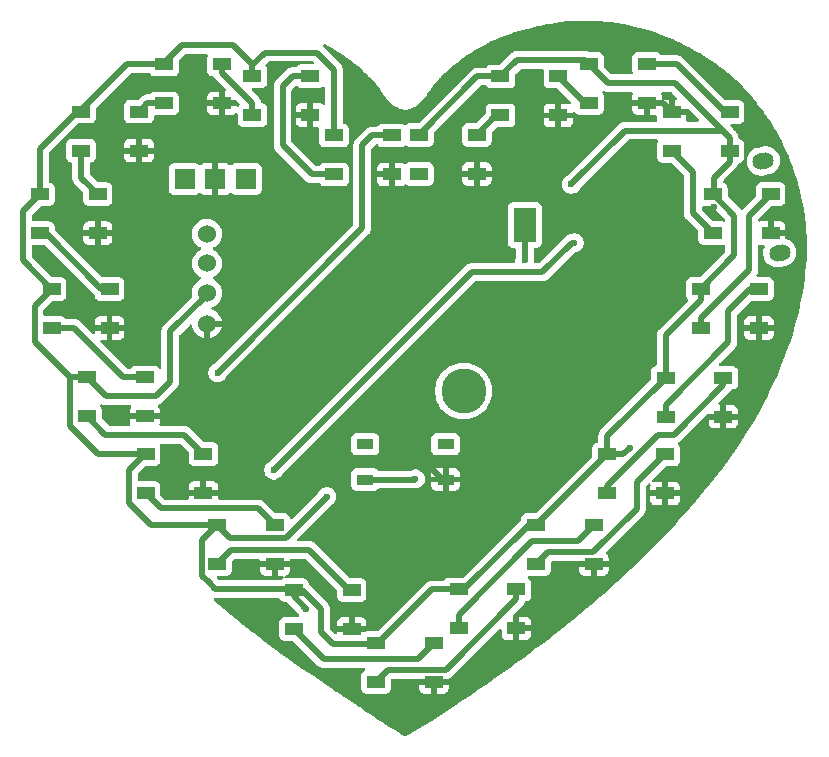
<source format=gbr>
%TF.GenerationSoftware,KiCad,Pcbnew,9.0.5*%
%TF.CreationDate,2025-11-15T18:52:14+05:30*%
%TF.ProjectId,HeartPCB_KiCad,48656172-7450-4434-925f-4b694361642e,rev?*%
%TF.SameCoordinates,Original*%
%TF.FileFunction,Copper,L1,Top*%
%TF.FilePolarity,Positive*%
%FSLAX46Y46*%
G04 Gerber Fmt 4.6, Leading zero omitted, Abs format (unit mm)*
G04 Created by KiCad (PCBNEW 9.0.5) date 2025-11-15 18:52:14*
%MOMM*%
%LPD*%
G01*
G04 APERTURE LIST*
G04 Aperture macros list*
%AMHorizOval*
0 Thick line with rounded ends*
0 $1 width*
0 $2 $3 position (X,Y) of the first rounded end (center of the circle)*
0 $4 $5 position (X,Y) of the second rounded end (center of the circle)*
0 Add line between two ends*
20,1,$1,$2,$3,$4,$5,0*
0 Add two circle primitives to create the rounded ends*
1,1,$1,$2,$3*
1,1,$1,$4,$5*%
G04 Aperture macros list end*
%TA.AperFunction,SMDPad,CuDef*%
%ADD10R,1.500000X1.000000*%
%TD*%
%TA.AperFunction,ComponentPad*%
%ADD11R,1.700000X1.700000*%
%TD*%
%TA.AperFunction,ComponentPad*%
%ADD12C,2.600000*%
%TD*%
%TA.AperFunction,ConnectorPad*%
%ADD13C,3.800000*%
%TD*%
%TA.AperFunction,ComponentPad*%
%ADD14C,1.524000*%
%TD*%
%TA.AperFunction,SMDPad,CuDef*%
%ADD15R,1.400000X0.900000*%
%TD*%
%TA.AperFunction,ComponentPad*%
%ADD16HorizOval,1.400000X-0.196962X-0.034730X0.196962X0.034730X0*%
%TD*%
%TA.AperFunction,HeatsinkPad*%
%ADD17R,1.900000X2.900000*%
%TD*%
%TA.AperFunction,ViaPad*%
%ADD18C,0.600000*%
%TD*%
%TA.AperFunction,Conductor*%
%ADD19C,0.500000*%
%TD*%
G04 APERTURE END LIST*
D10*
%TO.P,LED16,1,VDD*%
%TO.N,/V_BAT*%
X172925000Y-77400000D03*
%TO.P,LED16,2,DOUT*%
%TO.N,Net-(LED16-DOUT)*%
X172925000Y-80700000D03*
%TO.P,LED16,3,VSS*%
%TO.N,GND*%
X177825000Y-80700000D03*
%TO.P,LED16,4,DIN*%
%TO.N,Net-(LED15-DOUT)*%
X177825000Y-77400000D03*
%TD*%
D11*
%TO.P,GND,1,Pin_1*%
%TO.N,GND*%
X131800000Y-68100000D03*
%TD*%
D10*
%TO.P,LED2,1,VDD*%
%TO.N,/V_BAT*%
X134950000Y-59400000D03*
%TO.P,LED2,2,DOUT*%
%TO.N,Net-(LED2-DOUT)*%
X134950000Y-62700000D03*
%TO.P,LED2,3,VSS*%
%TO.N,GND*%
X139850000Y-62700000D03*
%TO.P,LED2,4,DIN*%
%TO.N,Net-(LED1-DOUT)*%
X139850000Y-59400000D03*
%TD*%
%TO.P,LED17,1,VDD*%
%TO.N,/V_BAT*%
X173925000Y-69375000D03*
%TO.P,LED17,2,DOUT*%
%TO.N,Net-(LED17-DOUT)*%
X173925000Y-72675000D03*
%TO.P,LED17,3,VSS*%
%TO.N,GND*%
X178825000Y-72675000D03*
%TO.P,LED17,4,DIN*%
%TO.N,Net-(LED16-DOUT)*%
X178825000Y-69375000D03*
%TD*%
%TO.P,LED19,1,VDD*%
%TO.N,/V_BAT*%
X163450000Y-58375000D03*
%TO.P,LED19,2,DOUT*%
%TO.N,Net-(LED19-DOUT)*%
X163450000Y-61675000D03*
%TO.P,LED19,3,VSS*%
%TO.N,GND*%
X168350000Y-61675000D03*
%TO.P,LED19,4,DIN*%
%TO.N,Net-(LED18-DOUT)*%
X168350000Y-58375000D03*
%TD*%
D12*
%TO.P,REF\u002A\u002A,1*%
%TO.N,N/C*%
X152830000Y-86060000D03*
D13*
X152830000Y-86060000D03*
%TD*%
D11*
%TO.P,Me 2,1,Pin_1*%
%TO.N,Net-(J7-Pin_1)*%
X134400000Y-68100000D03*
%TD*%
D10*
%TO.P,LED11,1,VDD*%
%TO.N,/V_BAT*%
X145400000Y-107400000D03*
%TO.P,LED11,2,DOUT*%
%TO.N,Net-(LED11-DOUT)*%
X145400000Y-110700000D03*
%TO.P,LED11,3,VSS*%
%TO.N,GND*%
X150300000Y-110700000D03*
%TO.P,LED11,4,DIN*%
%TO.N,Net-(LED10-DOUT)*%
X150300000Y-107400000D03*
%TD*%
%TO.P,LED7,1,VDD*%
%TO.N,/V_BAT*%
X120950000Y-84900000D03*
%TO.P,LED7,2,DOUT*%
%TO.N,Net-(LED7-DOUT)*%
X120950000Y-88200000D03*
%TO.P,LED7,3,VSS*%
%TO.N,GND*%
X125850000Y-88200000D03*
%TO.P,LED7,4,DIN*%
%TO.N,Net-(LED6-DOUT)*%
X125850000Y-84900000D03*
%TD*%
%TO.P,LED15,1,VDD*%
%TO.N,/V_BAT*%
X169925000Y-84925000D03*
%TO.P,LED15,2,DOUT*%
%TO.N,Net-(LED15-DOUT)*%
X169925000Y-88225000D03*
%TO.P,LED15,3,VSS*%
%TO.N,GND*%
X174825000Y-88225000D03*
%TO.P,LED15,4,DIN*%
%TO.N,Net-(LED14-DOUT)*%
X174825000Y-84925000D03*
%TD*%
%TO.P,LED1,1,VDD*%
%TO.N,/V_BAT*%
X141843220Y-64412398D03*
%TO.P,LED1,2,DOUT*%
%TO.N,Net-(LED1-DOUT)*%
X141843220Y-67712398D03*
%TO.P,LED1,3,VSS*%
%TO.N,GND*%
X146743220Y-67712398D03*
%TO.P,LED1,4,DIN*%
%TO.N,/LED_Din*%
X146743220Y-64412398D03*
%TD*%
%TO.P,LED21,1,VDD*%
%TO.N,/V_BAT*%
X149041319Y-64374413D03*
%TO.P,LED21,2,DOUT*%
%TO.N,unconnected-(LED21-DOUT-Pad2)*%
X149041319Y-67674413D03*
%TO.P,LED21,3,VSS*%
%TO.N,GND*%
X153941319Y-67674413D03*
%TO.P,LED21,4,DIN*%
%TO.N,Net-(LED20-DOUT)*%
X153941319Y-64374413D03*
%TD*%
%TO.P,LED6,1,VDD*%
%TO.N,/V_BAT*%
X117950000Y-77400000D03*
%TO.P,LED6,2,DOUT*%
%TO.N,Net-(LED6-DOUT)*%
X117950000Y-80700000D03*
%TO.P,LED6,3,VSS*%
%TO.N,GND*%
X122850000Y-80700000D03*
%TO.P,LED6,4,DIN*%
%TO.N,Net-(LED5-DOUT)*%
X122850000Y-77400000D03*
%TD*%
%TO.P,LED5,1,VDD*%
%TO.N,/V_BAT*%
X116950000Y-69400000D03*
%TO.P,LED5,2,DOUT*%
%TO.N,Net-(LED5-DOUT)*%
X116950000Y-72700000D03*
%TO.P,LED5,3,VSS*%
%TO.N,GND*%
X121850000Y-72700000D03*
%TO.P,LED5,4,DIN*%
%TO.N,Net-(LED4-DOUT)*%
X121850000Y-69400000D03*
%TD*%
%TO.P,LED14,1,VDD*%
%TO.N,/V_BAT*%
X164975000Y-91425000D03*
%TO.P,LED14,2,DOUT*%
%TO.N,Net-(LED14-DOUT)*%
X164975000Y-94725000D03*
%TO.P,LED14,3,VSS*%
%TO.N,GND*%
X169875000Y-94725000D03*
%TO.P,LED14,4,DIN*%
%TO.N,Net-(LED13-DOUT)*%
X169875000Y-91425000D03*
%TD*%
%TO.P,LED4,1,VDD*%
%TO.N,/V_BAT*%
X120450000Y-62400000D03*
%TO.P,LED4,2,DOUT*%
%TO.N,Net-(LED4-DOUT)*%
X120450000Y-65700000D03*
%TO.P,LED4,3,VSS*%
%TO.N,GND*%
X125350000Y-65700000D03*
%TO.P,LED4,4,DIN*%
%TO.N,Net-(LED3-DOUT)*%
X125350000Y-62400000D03*
%TD*%
%TO.P,LED8,1,VDD*%
%TO.N,/V_BAT*%
X125900000Y-91400000D03*
%TO.P,LED8,2,DOUT*%
%TO.N,Net-(LED8-DOUT)*%
X125900000Y-94700000D03*
%TO.P,LED8,3,VSS*%
%TO.N,GND*%
X130800000Y-94700000D03*
%TO.P,LED8,4,DIN*%
%TO.N,Net-(LED7-DOUT)*%
X130800000Y-91400000D03*
%TD*%
%TO.P,LED12,1,VDD*%
%TO.N,/V_BAT*%
X152400000Y-102850000D03*
%TO.P,LED12,2,DOUT*%
%TO.N,Net-(LED12-DOUT)*%
X152400000Y-106150000D03*
%TO.P,LED12,3,VSS*%
%TO.N,GND*%
X157300000Y-106150000D03*
%TO.P,LED12,4,DIN*%
%TO.N,Net-(LED11-DOUT)*%
X157300000Y-102850000D03*
%TD*%
%TO.P,LED13,1,VDD*%
%TO.N,/V_BAT*%
X158950000Y-97400000D03*
%TO.P,LED13,2,DOUT*%
%TO.N,Net-(LED13-DOUT)*%
X158950000Y-100700000D03*
%TO.P,LED13,3,VSS*%
%TO.N,GND*%
X163850000Y-100700000D03*
%TO.P,LED13,4,DIN*%
%TO.N,Net-(LED12-DOUT)*%
X163850000Y-97400000D03*
%TD*%
%TO.P,LED20,1,VDD*%
%TO.N,/V_BAT*%
X155950000Y-59425000D03*
%TO.P,LED20,2,DOUT*%
%TO.N,Net-(LED20-DOUT)*%
X155950000Y-62725000D03*
%TO.P,LED20,3,VSS*%
%TO.N,GND*%
X160850000Y-62725000D03*
%TO.P,LED20,4,DIN*%
%TO.N,Net-(LED19-DOUT)*%
X160850000Y-59425000D03*
%TD*%
D11*
%TO.P,Probe Me,1,Pin_1*%
%TO.N,Net-(J8-Pin_1)*%
X129200000Y-68100000D03*
%TD*%
D10*
%TO.P,LED10,1,VDD*%
%TO.N,/V_BAT*%
X138450000Y-102900000D03*
%TO.P,LED10,2,DOUT*%
%TO.N,Net-(LED10-DOUT)*%
X138450000Y-106200000D03*
%TO.P,LED10,3,VSS*%
%TO.N,GND*%
X143350000Y-106200000D03*
%TO.P,LED10,4,DIN*%
%TO.N,Net-(LED10-DIN)*%
X143350000Y-102900000D03*
%TD*%
%TO.P,LED9,1,VDD*%
%TO.N,/V_BAT*%
X131950000Y-97400000D03*
%TO.P,LED9,2,DOUT*%
%TO.N,Net-(LED10-DIN)*%
X131950000Y-100700000D03*
%TO.P,LED9,3,VSS*%
%TO.N,GND*%
X136850000Y-100700000D03*
%TO.P,LED9,4,DIN*%
%TO.N,Net-(LED8-DOUT)*%
X136850000Y-97400000D03*
%TD*%
%TO.P,LED3,1,VDD*%
%TO.N,/V_BAT*%
X127450000Y-58400000D03*
%TO.P,LED3,2,DOUT*%
%TO.N,Net-(LED3-DOUT)*%
X127450000Y-61700000D03*
%TO.P,LED3,3,VSS*%
%TO.N,GND*%
X132350000Y-61700000D03*
%TO.P,LED3,4,DIN*%
%TO.N,Net-(LED2-DOUT)*%
X132350000Y-58400000D03*
%TD*%
D14*
%TO.P,Display,1,SDA*%
%TO.N,Net-(U3-D4)*%
X131100000Y-72750000D03*
%TO.P,Display,2,SCL*%
%TO.N,Net-(U3-D5)*%
X131100000Y-75250000D03*
%TO.P,Display,3,VCC*%
%TO.N,/V_BAT*%
X131100000Y-77750000D03*
%TO.P,Display,4,GND*%
%TO.N,GND*%
X131100000Y-80350000D03*
%TD*%
D10*
%TO.P,LED18,1,VDD*%
%TO.N,/V_BAT*%
X175350000Y-65725000D03*
%TO.P,LED18,2,DOUT*%
%TO.N,Net-(LED18-DOUT)*%
X175350000Y-62425000D03*
%TO.P,LED18,3,VSS*%
%TO.N,GND*%
X170450000Y-62425000D03*
%TO.P,LED18,4,DIN*%
%TO.N,Net-(LED17-DOUT)*%
X170450000Y-65725000D03*
%TD*%
D15*
%TO.P,Press Me,1,1*%
%TO.N,GND*%
X151300000Y-93550000D03*
%TO.P,Press Me,2,2*%
%TO.N,Net-(U3-D7)*%
X144500000Y-93550000D03*
%TO.P,Press Me,3*%
%TO.N,N/C*%
X151300000Y-90550000D03*
%TO.P,Press Me,4*%
X144500000Y-90550000D03*
%TD*%
D16*
%TO.P,J1,6*%
%TO.N,N/C*%
X179588033Y-74355058D03*
X178216212Y-66575077D03*
%TD*%
D17*
%TO.P,U1,9,EPAD*%
%TO.N,unconnected-(U1-EPAD-Pad9)*%
X158000000Y-72000000D03*
%TD*%
D18*
%TO.N,GND*%
X164750000Y-79000000D03*
X141000000Y-102250000D03*
X146250000Y-91250000D03*
X174000000Y-70500000D03*
%TO.N,/V_BAT*%
X161950000Y-68550000D03*
X141250000Y-95000000D03*
X166875000Y-90875000D03*
X139500000Y-104500000D03*
%TO.N,/LED_Din*%
X132000000Y-84500000D03*
%TO.N,/CHRG*%
X162200000Y-73500000D03*
X136750000Y-92750000D03*
%TO.N,Net-(U3-D7)*%
X148750000Y-93500000D03*
%TO.N,unconnected-(U1-EPAD-Pad9)*%
X158000000Y-75000000D03*
%TD*%
D19*
%TO.N,GND*%
X148750000Y-91250000D02*
X151050000Y-93550000D01*
X169700000Y-61675000D02*
X170450000Y-62425000D01*
X168350000Y-61675000D02*
X169700000Y-61675000D01*
X146250000Y-91250000D02*
X148750000Y-91250000D01*
X151050000Y-93550000D02*
X151300000Y-93550000D01*
%TO.N,/V_BAT*%
X164975000Y-91425000D02*
X164975000Y-89875000D01*
X130695000Y-101705000D02*
X131240000Y-102250000D01*
X126340000Y-97400000D02*
X131950000Y-97400000D01*
X128000000Y-85250000D02*
X128000000Y-81000000D01*
X131950000Y-97400000D02*
X130695000Y-98655000D01*
X117950000Y-77400000D02*
X116500000Y-78850000D01*
X120950000Y-84900000D02*
X119500000Y-84900000D01*
X163450000Y-58375000D02*
X163075000Y-58000000D01*
X155950000Y-59425000D02*
X153990732Y-59425000D01*
X131800000Y-102800000D02*
X138350000Y-102800000D01*
X161950000Y-68550000D02*
X166500000Y-64000000D01*
X128000000Y-81000000D02*
X131100000Y-77900000D01*
X120100000Y-62400000D02*
X116950000Y-65550000D01*
X127450000Y-58300000D02*
X127450000Y-58400000D01*
X170750000Y-60000000D02*
X165075000Y-60000000D01*
X116950000Y-65550000D02*
X116950000Y-69400000D01*
X172925000Y-77400000D02*
X175750000Y-74575000D01*
X120450000Y-62300000D02*
X120450000Y-62400000D01*
X175350000Y-64600000D02*
X174750000Y-64000000D01*
X145600000Y-107400000D02*
X150150000Y-102850000D01*
X138450000Y-102900000D02*
X139150000Y-102900000D01*
X130695000Y-98655000D02*
X130695000Y-101705000D01*
X166500000Y-64000000D02*
X174750000Y-64000000D01*
X175750000Y-74575000D02*
X175750000Y-71200000D01*
X174000000Y-68000000D02*
X175350000Y-66650000D01*
X119500000Y-84900000D02*
X119500000Y-89000000D01*
X138450000Y-103450000D02*
X138450000Y-102900000D01*
X133300000Y-56750000D02*
X129000000Y-56750000D01*
X145400000Y-107400000D02*
X145600000Y-107400000D01*
X141250000Y-95000000D02*
X137750000Y-98500000D01*
X124350000Y-58400000D02*
X120450000Y-62300000D01*
X115500000Y-70850000D02*
X115500000Y-75000000D01*
X126750000Y-86500000D02*
X128000000Y-85250000D01*
X131100000Y-77900000D02*
X131100000Y-77750000D01*
X120450000Y-62400000D02*
X120100000Y-62400000D01*
X125850000Y-91400000D02*
X124500000Y-92750000D01*
X153990732Y-59425000D02*
X149041319Y-64374413D01*
X174750000Y-64000000D02*
X170750000Y-60000000D01*
X158950000Y-97400000D02*
X159000000Y-97400000D01*
X175750000Y-71200000D02*
X173925000Y-69375000D01*
X116500000Y-81875000D02*
X119525000Y-84900000D01*
X124500000Y-95560000D02*
X126340000Y-97400000D01*
X133050000Y-98500000D02*
X131950000Y-97400000D01*
X135975000Y-57400000D02*
X134950000Y-58425000D01*
X175350000Y-65725000D02*
X175350000Y-64600000D01*
X139150000Y-102900000D02*
X140750000Y-104500000D01*
X152900000Y-102850000D02*
X158350000Y-97400000D01*
X134950000Y-58400000D02*
X133300000Y-56750000D01*
X117900000Y-77400000D02*
X117950000Y-77400000D01*
X141750000Y-107500000D02*
X145300000Y-107500000D01*
X138350000Y-102800000D02*
X138450000Y-102900000D01*
X174000000Y-69300000D02*
X174000000Y-68000000D01*
X172925000Y-78325000D02*
X172925000Y-77400000D01*
X125900000Y-91400000D02*
X125850000Y-91400000D01*
X169925000Y-81325000D02*
X172925000Y-78325000D01*
X121900000Y-91400000D02*
X125900000Y-91400000D01*
X116500000Y-78850000D02*
X116500000Y-81875000D01*
X127450000Y-58400000D02*
X124350000Y-58400000D01*
X140750000Y-104500000D02*
X140750000Y-106500000D01*
X134950000Y-59400000D02*
X134950000Y-58400000D01*
X169925000Y-84925000D02*
X169925000Y-81325000D01*
X158350000Y-97400000D02*
X158950000Y-97400000D01*
X150150000Y-102850000D02*
X152400000Y-102850000D01*
X165075000Y-60000000D02*
X163450000Y-58375000D01*
X145300000Y-107500000D02*
X145400000Y-107400000D01*
X120950000Y-84900000D02*
X122550000Y-86500000D01*
X139500000Y-104500000D02*
X138450000Y-103450000D01*
X173925000Y-69375000D02*
X174000000Y-69300000D01*
X140400000Y-57400000D02*
X135975000Y-57400000D01*
X166325000Y-91425000D02*
X164975000Y-91425000D01*
X164975000Y-89875000D02*
X169925000Y-84925000D01*
X129000000Y-56750000D02*
X127450000Y-58300000D01*
X157375000Y-58000000D02*
X155950000Y-59425000D01*
X163075000Y-58000000D02*
X157375000Y-58000000D01*
X131240000Y-102250000D02*
X131250000Y-102250000D01*
X152400000Y-102850000D02*
X152900000Y-102850000D01*
X115500000Y-75000000D02*
X117900000Y-77400000D01*
X122550000Y-86500000D02*
X126750000Y-86500000D01*
X159000000Y-97400000D02*
X164975000Y-91425000D01*
X119525000Y-84900000D02*
X120950000Y-84900000D01*
X140750000Y-106500000D02*
X141750000Y-107500000D01*
X124500000Y-92750000D02*
X124500000Y-95560000D01*
X116950000Y-69400000D02*
X115500000Y-70850000D01*
X141843220Y-58843220D02*
X140400000Y-57400000D01*
X134950000Y-58425000D02*
X134950000Y-59400000D01*
X175350000Y-66650000D02*
X175350000Y-65725000D01*
X131250000Y-102250000D02*
X131800000Y-102800000D01*
X119500000Y-89000000D02*
X121900000Y-91400000D01*
X166875000Y-90875000D02*
X166325000Y-91425000D01*
X137750000Y-98500000D02*
X133050000Y-98500000D01*
X141843220Y-64412398D02*
X141843220Y-58843220D01*
%TO.N,Net-(LED1-DOUT)*%
X141843220Y-67712398D02*
X139962398Y-67712398D01*
X138350000Y-59400000D02*
X139850000Y-59400000D01*
X137500000Y-60250000D02*
X138350000Y-59400000D01*
X139962398Y-67712398D02*
X137500000Y-65250000D01*
X137500000Y-65250000D02*
X137500000Y-60250000D01*
%TO.N,/LED_Din*%
X144250000Y-65250000D02*
X145087602Y-64412398D01*
X145087602Y-64412398D02*
X146743220Y-64412398D01*
X144250000Y-72250000D02*
X144250000Y-65250000D01*
X132000000Y-84500000D02*
X144250000Y-72250000D01*
%TO.N,Net-(LED2-DOUT)*%
X134950000Y-62700000D02*
X134950000Y-61700000D01*
X132350000Y-59100000D02*
X132350000Y-58400000D01*
X134950000Y-61700000D02*
X132350000Y-59100000D01*
%TO.N,Net-(LED3-DOUT)*%
X126050000Y-61700000D02*
X125350000Y-62400000D01*
X127450000Y-61700000D02*
X126050000Y-61700000D01*
%TO.N,Net-(LED4-DOUT)*%
X120450000Y-65700000D02*
X120450000Y-68000000D01*
X120450000Y-68000000D02*
X121850000Y-69400000D01*
%TO.N,Net-(LED5-DOUT)*%
X116950000Y-72700000D02*
X117450000Y-72700000D01*
X122150000Y-77400000D02*
X122850000Y-77400000D01*
X117450000Y-72700000D02*
X122150000Y-77400000D01*
%TO.N,Net-(LED6-DOUT)*%
X124025000Y-84900000D02*
X125850000Y-84900000D01*
X117950000Y-80700000D02*
X119825000Y-80700000D01*
X119825000Y-80700000D02*
X124025000Y-84900000D01*
%TO.N,Net-(LED7-DOUT)*%
X122500000Y-89750000D02*
X129150000Y-89750000D01*
X129150000Y-89750000D02*
X130800000Y-91400000D01*
X120950000Y-88200000D02*
X122500000Y-89750000D01*
%TO.N,Net-(LED8-DOUT)*%
X135450000Y-96000000D02*
X136850000Y-97400000D01*
X127200000Y-96000000D02*
X135450000Y-96000000D01*
X125900000Y-94700000D02*
X127200000Y-96000000D01*
%TO.N,Net-(LED11-DOUT)*%
X157300000Y-103700000D02*
X157300000Y-102850000D01*
X146405000Y-109695000D02*
X151305000Y-109695000D01*
X145400000Y-110700000D02*
X146405000Y-109695000D01*
X151305000Y-109695000D02*
X157300000Y-103700000D01*
%TO.N,Net-(LED12-DOUT)*%
X162500000Y-98750000D02*
X163850000Y-97400000D01*
X158640000Y-98750000D02*
X162500000Y-98750000D01*
X152400000Y-104990000D02*
X158640000Y-98750000D01*
X152400000Y-106150000D02*
X152400000Y-104990000D01*
%TO.N,Net-(LED13-DOUT)*%
X167500000Y-93800000D02*
X169875000Y-91425000D01*
X163815000Y-99695000D02*
X167500000Y-96010000D01*
X167500000Y-96010000D02*
X167500000Y-93800000D01*
X158950000Y-100700000D02*
X159955000Y-99695000D01*
X159955000Y-99695000D02*
X163815000Y-99695000D01*
%TO.N,Net-(LED14-DOUT)*%
X170625000Y-89750000D02*
X174825000Y-85550000D01*
X164975000Y-94725000D02*
X164975000Y-94065000D01*
X174825000Y-85550000D02*
X174825000Y-84925000D01*
X169290000Y-89750000D02*
X170625000Y-89750000D01*
X164975000Y-94065000D02*
X169290000Y-89750000D01*
%TO.N,Net-(LED15-DOUT)*%
X175250000Y-79250000D02*
X177100000Y-77400000D01*
X177100000Y-77400000D02*
X177825000Y-77400000D01*
X169925000Y-88225000D02*
X169925000Y-87225000D01*
X169925000Y-87225000D02*
X175250000Y-81900000D01*
X175250000Y-81900000D02*
X175250000Y-79250000D01*
%TO.N,Net-(LED16-DOUT)*%
X172925000Y-80700000D02*
X172925000Y-79887500D01*
X172925000Y-79887500D02*
X177000000Y-75812500D01*
X177000000Y-75812500D02*
X177000000Y-71200000D01*
X177000000Y-71200000D02*
X178825000Y-69375000D01*
%TO.N,Net-(LED17-DOUT)*%
X172250000Y-67525000D02*
X170450000Y-65725000D01*
X173925000Y-72675000D02*
X172250000Y-71000000D01*
X172250000Y-71000000D02*
X172250000Y-67525000D01*
%TO.N,Net-(LED18-DOUT)*%
X174925000Y-62425000D02*
X170875000Y-58375000D01*
X170875000Y-58375000D02*
X168350000Y-58375000D01*
X175350000Y-62425000D02*
X174925000Y-62425000D01*
%TO.N,Net-(LED19-DOUT)*%
X163450000Y-61675000D02*
X163100000Y-61675000D01*
X163100000Y-61675000D02*
X160850000Y-59425000D01*
%TO.N,Net-(LED20-DOUT)*%
X155950000Y-62725000D02*
X155590732Y-62725000D01*
X155590732Y-62725000D02*
X153941319Y-64374413D01*
%TO.N,/CHRG*%
X162000000Y-73500000D02*
X162200000Y-73500000D01*
X153500000Y-76000000D02*
X159500000Y-76000000D01*
X159500000Y-76000000D02*
X162000000Y-73500000D01*
X136750000Y-92750000D02*
X153500000Y-76000000D01*
%TO.N,Net-(U3-D7)*%
X144500000Y-93550000D02*
X148700000Y-93550000D01*
X148700000Y-93550000D02*
X148750000Y-93500000D01*
%TO.N,unconnected-(U1-EPAD-Pad9)*%
X158000000Y-75000000D02*
X158000000Y-72000000D01*
%TO.N,Net-(LED10-DIN)*%
X139750000Y-99500000D02*
X143150000Y-102900000D01*
X143150000Y-102900000D02*
X143350000Y-102900000D01*
X133150000Y-99500000D02*
X139750000Y-99500000D01*
X131950000Y-100700000D02*
X133150000Y-99500000D01*
%TO.N,Net-(LED10-DOUT)*%
X148955000Y-108745000D02*
X150300000Y-107400000D01*
X138450000Y-106200000D02*
X141000000Y-108750000D01*
X141000000Y-108750000D02*
X146282268Y-108750000D01*
X146287269Y-108745000D02*
X148955000Y-108745000D01*
X146282268Y-108750000D02*
X146287269Y-108745000D01*
%TD*%
%TA.AperFunction,Conductor*%
%TO.N,GND*%
G36*
X163460701Y-54687597D02*
G01*
X163465131Y-54687690D01*
X163853264Y-54703080D01*
X163855884Y-54703212D01*
X164444648Y-54739134D01*
X164448847Y-54739462D01*
X164838291Y-54776712D01*
X164840607Y-54776958D01*
X165426760Y-54844863D01*
X165430682Y-54845382D01*
X165813658Y-54902354D01*
X165815868Y-54902704D01*
X166388049Y-54998898D01*
X166391748Y-54999579D01*
X166761536Y-55073570D01*
X166763745Y-55074032D01*
X167312743Y-55194360D01*
X167316349Y-55195208D01*
X167668194Y-55283584D01*
X167670173Y-55284100D01*
X168190539Y-55424866D01*
X168194084Y-55425883D01*
X168470652Y-55509722D01*
X168525590Y-55526376D01*
X168527718Y-55527042D01*
X168662907Y-55570692D01*
X169017118Y-55685061D01*
X169020592Y-55686240D01*
X169331831Y-55797060D01*
X169333806Y-55797783D01*
X169638404Y-55912296D01*
X169793608Y-55970645D01*
X169796902Y-55971938D01*
X170073213Y-56084916D01*
X170089820Y-56091706D01*
X170091676Y-56092482D01*
X170525582Y-56278264D01*
X170528463Y-56279543D01*
X170806732Y-56407322D01*
X170808266Y-56408040D01*
X171222229Y-56605407D01*
X171224603Y-56606570D01*
X171475621Y-56733166D01*
X171492846Y-56741853D01*
X171494164Y-56742528D01*
X171805750Y-56904456D01*
X171894975Y-56950825D01*
X171897042Y-56951924D01*
X172159593Y-57094727D01*
X172160759Y-57095370D01*
X172554939Y-57315284D01*
X172556798Y-57316342D01*
X172817497Y-57467942D01*
X172818398Y-57468473D01*
X173211167Y-57702823D01*
X173213206Y-57704068D01*
X173473903Y-57867047D01*
X173475302Y-57867936D01*
X173868879Y-58121833D01*
X173871587Y-58123632D01*
X174036182Y-58236164D01*
X174132921Y-58302304D01*
X174134758Y-58303585D01*
X174529929Y-58584367D01*
X174533198Y-58586771D01*
X174794830Y-58785864D01*
X174796888Y-58787464D01*
X175192460Y-59101830D01*
X175195928Y-59104691D01*
X175456428Y-59327590D01*
X175458487Y-59329392D01*
X175851232Y-59680749D01*
X175854480Y-59683761D01*
X176111193Y-59930672D01*
X176113012Y-59932459D01*
X176497597Y-60318167D01*
X176500453Y-60321128D01*
X176749194Y-60587728D01*
X176750738Y-60589414D01*
X177100139Y-60978340D01*
X177120332Y-61000817D01*
X177122765Y-61003608D01*
X177358775Y-61282644D01*
X177360130Y-61284274D01*
X177707758Y-61709819D01*
X177709875Y-61712485D01*
X177929197Y-61996637D01*
X177930346Y-61998152D01*
X178250802Y-62427581D01*
X178252769Y-62430292D01*
X178291254Y-62484893D01*
X178452869Y-62714183D01*
X178454034Y-62715865D01*
X178544010Y-62848099D01*
X178745241Y-63143839D01*
X178747139Y-63146715D01*
X178920909Y-63418307D01*
X178928468Y-63430121D01*
X178929611Y-63431942D01*
X179135788Y-63766930D01*
X179193997Y-63861506D01*
X179195886Y-63864679D01*
X179361527Y-64152678D01*
X179362629Y-64154635D01*
X179605810Y-64595751D01*
X179607567Y-64599055D01*
X179761754Y-64899869D01*
X179762750Y-64901857D01*
X179990907Y-65367368D01*
X179992462Y-65370661D01*
X180138880Y-65693021D01*
X180139753Y-65694988D01*
X180357274Y-66196842D01*
X180358642Y-66200127D01*
X180498549Y-66550106D01*
X180499330Y-66552110D01*
X180706363Y-67097262D01*
X180707608Y-67100691D01*
X180839176Y-67480430D01*
X180839897Y-67482576D01*
X181032134Y-68071987D01*
X181033286Y-68075718D01*
X181152199Y-68483439D01*
X181152862Y-68485797D01*
X181323146Y-69115699D01*
X181324185Y-69119820D01*
X181425142Y-69551483D01*
X181425721Y-69554086D01*
X181508932Y-69947872D01*
X181557824Y-70179251D01*
X181565856Y-70217259D01*
X181566723Y-70221777D01*
X181644454Y-70671519D01*
X181644908Y-70674334D01*
X181747487Y-71361660D01*
X181748107Y-71366454D01*
X181798708Y-71828150D01*
X181798992Y-71831060D01*
X181859199Y-72532828D01*
X181859518Y-72537647D01*
X181881332Y-73005099D01*
X181881432Y-73007940D01*
X181898202Y-73715194D01*
X181898226Y-73719797D01*
X181891948Y-74187523D01*
X181891884Y-74190182D01*
X181867301Y-74894870D01*
X181867080Y-74899113D01*
X181834997Y-75362410D01*
X181834806Y-75364826D01*
X181772974Y-76060249D01*
X181772575Y-76064066D01*
X181717832Y-76519413D01*
X181717562Y-76521506D01*
X181623456Y-77203139D01*
X181622937Y-77206544D01*
X181548807Y-77651812D01*
X181548471Y-77653741D01*
X181426788Y-78319558D01*
X181426185Y-78322633D01*
X181335244Y-78757759D01*
X181334861Y-78759529D01*
X181188838Y-79410566D01*
X181188158Y-79413437D01*
X181081621Y-79840570D01*
X181081189Y-79842253D01*
X180911832Y-80482891D01*
X180911068Y-80485651D01*
X180788690Y-80908773D01*
X180788205Y-80910406D01*
X180594404Y-81547553D01*
X180593552Y-81550246D01*
X180453831Y-81974627D01*
X180453292Y-81976227D01*
X180232136Y-82618382D01*
X180231193Y-82621023D01*
X180071690Y-83052228D01*
X180071095Y-83053802D01*
X179818408Y-83709445D01*
X179817372Y-83712045D01*
X179634875Y-84155468D01*
X179634223Y-84157023D01*
X179344924Y-84833661D01*
X179343785Y-84836243D01*
X179134599Y-85296253D01*
X179133880Y-85297806D01*
X178802318Y-86001000D01*
X178801062Y-86003586D01*
X178561374Y-86482808D01*
X178560582Y-86484364D01*
X178181131Y-87217048D01*
X178179754Y-87219631D01*
X177905976Y-87719038D01*
X177905113Y-87720585D01*
X177472623Y-88483442D01*
X177471136Y-88485995D01*
X177160340Y-89004981D01*
X177159417Y-89006497D01*
X176669989Y-89797843D01*
X176668412Y-89800326D01*
X176318753Y-90336812D01*
X176317786Y-90338274D01*
X175769449Y-91154145D01*
X175767815Y-91156516D01*
X175378899Y-91707118D01*
X175377908Y-91708500D01*
X174771294Y-92542784D01*
X174769641Y-92545006D01*
X174343175Y-93104810D01*
X174342187Y-93106090D01*
X173680901Y-93951042D01*
X173679274Y-93953075D01*
X173219328Y-94516000D01*
X173218372Y-94517156D01*
X172510236Y-95362751D01*
X172508689Y-95364563D01*
X172021980Y-95923572D01*
X172021086Y-95924587D01*
X171278036Y-96759451D01*
X171276606Y-96761031D01*
X170772735Y-97307936D01*
X170771917Y-97308815D01*
X170009304Y-98120639D01*
X170008000Y-98122006D01*
X169498076Y-98648531D01*
X169497334Y-98649291D01*
X168732101Y-99426004D01*
X168730918Y-99427189D01*
X168226227Y-99925803D01*
X168225552Y-99926464D01*
X167474774Y-100656990D01*
X167473696Y-100658027D01*
X166984937Y-101122251D01*
X166984319Y-101122834D01*
X166262858Y-101798739D01*
X166261860Y-101799663D01*
X165797731Y-102225027D01*
X165797154Y-102225553D01*
X165116321Y-102841677D01*
X165115377Y-102842522D01*
X164681343Y-103227308D01*
X164680788Y-103227797D01*
X164046564Y-103783340D01*
X164045643Y-103784139D01*
X163642752Y-104130103D01*
X163642201Y-104130573D01*
X163053192Y-104630412D01*
X163052265Y-104631191D01*
X162676140Y-104944109D01*
X162675583Y-104944570D01*
X162121696Y-105399938D01*
X162120768Y-105400694D01*
X161760924Y-105690757D01*
X161760379Y-105691194D01*
X161223110Y-106119306D01*
X161222235Y-106119996D01*
X160864220Y-106400053D01*
X160863731Y-106400434D01*
X160320266Y-106821192D01*
X160319518Y-106821766D01*
X159947704Y-107105135D01*
X159947304Y-107105439D01*
X159374630Y-107538231D01*
X159374039Y-107538675D01*
X158973457Y-107837675D01*
X158973144Y-107837907D01*
X158352158Y-108298387D01*
X158351690Y-108298733D01*
X157913059Y-108620816D01*
X157912800Y-108621006D01*
X157230583Y-109119233D01*
X157230162Y-109119539D01*
X156749766Y-109467289D01*
X156749603Y-109467407D01*
X156006497Y-110002412D01*
X156006032Y-110002745D01*
X155489472Y-110371044D01*
X155489161Y-110371266D01*
X154697246Y-110932213D01*
X154696656Y-110932628D01*
X154155792Y-111311041D01*
X154155380Y-111311328D01*
X153336096Y-111879611D01*
X153335296Y-111880161D01*
X152787617Y-112253732D01*
X152787049Y-112254117D01*
X151967832Y-112806278D01*
X151966710Y-112807026D01*
X151430861Y-113159786D01*
X151430054Y-113160312D01*
X150639754Y-113671826D01*
X150638143Y-113672851D01*
X150133201Y-113988742D01*
X150132031Y-113989465D01*
X149397010Y-114438029D01*
X149394648Y-114439435D01*
X148936422Y-114705318D01*
X148934695Y-114706302D01*
X148275670Y-115074713D01*
X148272172Y-115076595D01*
X148108684Y-115161233D01*
X147937839Y-115249680D01*
X147937744Y-115249729D01*
X147924399Y-115252978D01*
X147915671Y-115258588D01*
X147880736Y-115263611D01*
X147879412Y-115263611D01*
X147822309Y-115249680D01*
X147651824Y-115161233D01*
X147647908Y-115159112D01*
X147258628Y-114939066D01*
X147256718Y-114937963D01*
X146987055Y-114779138D01*
X146984546Y-114777621D01*
X146549033Y-114507046D01*
X146547874Y-114506317D01*
X146247215Y-114314891D01*
X146245798Y-114313975D01*
X145907811Y-114092261D01*
X145767343Y-114000116D01*
X145766822Y-113999772D01*
X145750709Y-113989069D01*
X145447879Y-113787909D01*
X145437945Y-113781310D01*
X145437433Y-113780967D01*
X144920952Y-113433343D01*
X144567808Y-113194632D01*
X144567689Y-113194551D01*
X144478587Y-113134172D01*
X144478570Y-113134159D01*
X144436148Y-113105416D01*
X144436141Y-113105411D01*
X144397014Y-113078896D01*
X144396977Y-113078875D01*
X144367266Y-113058744D01*
X144052506Y-112845480D01*
X144052494Y-112845461D01*
X144019697Y-112823250D01*
X143995752Y-112807026D01*
X143976522Y-112793997D01*
X143976417Y-112793940D01*
X143791399Y-112668643D01*
X143690720Y-112600461D01*
X143680451Y-112593507D01*
X143680378Y-112593395D01*
X143647014Y-112570863D01*
X143614518Y-112548856D01*
X143614517Y-112548855D01*
X143604873Y-112542324D01*
X143604282Y-112542004D01*
X143146197Y-112232639D01*
X143119134Y-112214362D01*
X143119134Y-112214361D01*
X143109055Y-112207554D01*
X143109000Y-112207472D01*
X143076245Y-112185398D01*
X143043041Y-112162974D01*
X143043039Y-112162973D01*
X143033279Y-112156382D01*
X143032822Y-112156135D01*
X142733924Y-111954704D01*
X142723776Y-111947865D01*
X142723687Y-111947731D01*
X142690619Y-111925520D01*
X142657766Y-111903381D01*
X142657764Y-111903380D01*
X142648244Y-111896965D01*
X142647526Y-111896577D01*
X142148530Y-111561428D01*
X142148528Y-111561427D01*
X142142751Y-111557547D01*
X142138288Y-111554549D01*
X142138247Y-111554487D01*
X142105291Y-111532386D01*
X142104663Y-111531964D01*
X142104662Y-111531963D01*
X142062395Y-111503576D01*
X142062065Y-111503398D01*
X141970638Y-111442086D01*
X141745994Y-111291436D01*
X141745965Y-111291392D01*
X141712766Y-111269153D01*
X141679791Y-111247039D01*
X141679789Y-111247038D01*
X141670081Y-111240528D01*
X141669845Y-111240400D01*
X141611751Y-111201484D01*
X141611745Y-111201480D01*
X141122795Y-110873900D01*
X141122770Y-110873883D01*
X140729138Y-110610025D01*
X140729008Y-110609869D01*
X140728977Y-110609917D01*
X140141913Y-110215061D01*
X140141914Y-110215058D01*
X140141743Y-110214946D01*
X139753134Y-109952636D01*
X139752708Y-109952348D01*
X139175163Y-109559008D01*
X139174827Y-109558778D01*
X138793489Y-109297233D01*
X138792792Y-109296752D01*
X138227917Y-108903625D01*
X138227429Y-108903284D01*
X137854340Y-108640963D01*
X137853428Y-108640315D01*
X137376804Y-108298733D01*
X137299599Y-108243402D01*
X137299187Y-108243105D01*
X136932271Y-107976877D01*
X136931291Y-107976157D01*
X136382699Y-107569415D01*
X136382136Y-107568995D01*
X136017050Y-107294699D01*
X136016000Y-107293902D01*
X135464277Y-106870129D01*
X135463659Y-106869651D01*
X135094213Y-106582165D01*
X135093220Y-106581383D01*
X134918048Y-106442182D01*
X134529081Y-106133089D01*
X134528598Y-106132703D01*
X134511941Y-106119306D01*
X134148252Y-105826792D01*
X134147348Y-105826058D01*
X133561409Y-105345662D01*
X133560894Y-105345237D01*
X133164279Y-105016475D01*
X133163454Y-105015785D01*
X132549177Y-104497543D01*
X132548696Y-104497135D01*
X132131809Y-104141778D01*
X132131008Y-104141090D01*
X131701001Y-103768180D01*
X131663251Y-103709386D01*
X131663279Y-103639517D01*
X131701077Y-103580754D01*
X131764645Y-103551755D01*
X131782242Y-103550500D01*
X137135859Y-103550500D01*
X137202898Y-103570185D01*
X137248653Y-103622989D01*
X137252030Y-103631140D01*
X137256204Y-103642331D01*
X137256205Y-103642332D01*
X137256206Y-103642335D01*
X137342452Y-103757544D01*
X137342455Y-103757547D01*
X137457664Y-103843793D01*
X137457671Y-103843797D01*
X137502618Y-103860561D01*
X137592517Y-103894091D01*
X137652127Y-103900500D01*
X137787769Y-103900499D01*
X137854808Y-103920183D01*
X137875450Y-103936818D01*
X138753927Y-104815295D01*
X138771788Y-104837884D01*
X138777003Y-104846339D01*
X138790606Y-104879179D01*
X138876997Y-105008473D01*
X138878191Y-105010408D01*
X138886836Y-105042010D01*
X138896629Y-105073288D01*
X138896010Y-105075543D01*
X138896628Y-105077801D01*
X138886813Y-105109066D01*
X138878144Y-105140668D01*
X138876402Y-105142232D01*
X138875702Y-105144464D01*
X138850547Y-105165455D01*
X138826165Y-105187357D01*
X138823608Y-105187937D01*
X138822058Y-105189231D01*
X138812823Y-105190384D01*
X138772649Y-105199500D01*
X137652129Y-105199500D01*
X137652123Y-105199501D01*
X137592516Y-105205908D01*
X137457671Y-105256202D01*
X137457664Y-105256206D01*
X137342455Y-105342452D01*
X137342452Y-105342455D01*
X137256206Y-105457664D01*
X137256202Y-105457671D01*
X137205908Y-105592517D01*
X137199501Y-105652116D01*
X137199500Y-105652135D01*
X137199500Y-106747870D01*
X137199501Y-106747876D01*
X137205908Y-106807483D01*
X137256202Y-106942328D01*
X137256206Y-106942335D01*
X137342452Y-107057544D01*
X137342455Y-107057547D01*
X137457664Y-107143793D01*
X137457671Y-107143797D01*
X137475643Y-107150500D01*
X137592517Y-107194091D01*
X137652127Y-107200500D01*
X138337769Y-107200499D01*
X138404808Y-107220183D01*
X138425450Y-107236818D01*
X140521585Y-109332952D01*
X140521587Y-109332954D01*
X140528039Y-109337265D01*
X140528046Y-109337269D01*
X140531394Y-109339506D01*
X140644505Y-109415084D01*
X140700732Y-109438374D01*
X140708281Y-109441501D01*
X140708283Y-109441502D01*
X140728849Y-109450021D01*
X140781088Y-109471659D01*
X140897241Y-109494763D01*
X140916468Y-109498587D01*
X140926081Y-109500500D01*
X140926082Y-109500500D01*
X140926083Y-109500500D01*
X141073918Y-109500500D01*
X144405952Y-109500500D01*
X144472991Y-109520185D01*
X144518746Y-109572989D01*
X144528690Y-109642147D01*
X144499665Y-109705703D01*
X144449285Y-109740682D01*
X144407671Y-109756202D01*
X144407664Y-109756206D01*
X144292455Y-109842452D01*
X144292452Y-109842455D01*
X144206206Y-109957664D01*
X144206202Y-109957671D01*
X144155908Y-110092517D01*
X144149501Y-110152116D01*
X144149500Y-110152135D01*
X144149500Y-111247870D01*
X144149501Y-111247876D01*
X144155908Y-111307483D01*
X144206202Y-111442328D01*
X144206206Y-111442335D01*
X144292452Y-111557544D01*
X144292455Y-111557547D01*
X144407664Y-111643793D01*
X144407671Y-111643797D01*
X144542517Y-111694091D01*
X144542516Y-111694091D01*
X144549444Y-111694835D01*
X144602127Y-111700500D01*
X146197872Y-111700499D01*
X146257483Y-111694091D01*
X146392331Y-111643796D01*
X146507546Y-111557546D01*
X146593796Y-111442331D01*
X146644091Y-111307483D01*
X146650500Y-111247873D01*
X146650500Y-111247844D01*
X149050000Y-111247844D01*
X149056401Y-111307372D01*
X149056403Y-111307379D01*
X149106645Y-111442086D01*
X149106649Y-111442093D01*
X149192809Y-111557187D01*
X149192812Y-111557190D01*
X149307906Y-111643350D01*
X149307913Y-111643354D01*
X149442620Y-111693596D01*
X149442627Y-111693598D01*
X149502155Y-111699999D01*
X149502172Y-111700000D01*
X150050000Y-111700000D01*
X150550000Y-111700000D01*
X151097828Y-111700000D01*
X151097844Y-111699999D01*
X151157372Y-111693598D01*
X151157379Y-111693596D01*
X151292086Y-111643354D01*
X151292093Y-111643350D01*
X151407187Y-111557190D01*
X151407190Y-111557187D01*
X151493350Y-111442093D01*
X151493354Y-111442086D01*
X151543596Y-111307379D01*
X151543598Y-111307372D01*
X151549999Y-111247844D01*
X151550000Y-111247827D01*
X151550000Y-110950000D01*
X150550000Y-110950000D01*
X150550000Y-111700000D01*
X150050000Y-111700000D01*
X150050000Y-110950000D01*
X149050000Y-110950000D01*
X149050000Y-111247844D01*
X146650500Y-111247844D01*
X146650499Y-110569499D01*
X146670184Y-110502461D01*
X146722988Y-110456706D01*
X146774499Y-110445500D01*
X148994138Y-110445500D01*
X149009463Y-110450000D01*
X151550000Y-110450000D01*
X151566090Y-110433909D01*
X151569685Y-110421667D01*
X151579647Y-110412186D01*
X151584429Y-110402957D01*
X151601920Y-110390991D01*
X151612215Y-110381195D01*
X151619149Y-110377209D01*
X151660495Y-110360084D01*
X151727970Y-110314999D01*
X151783416Y-110277952D01*
X155838319Y-106223047D01*
X155899642Y-106189563D01*
X155969334Y-106194547D01*
X156025267Y-106236419D01*
X156049684Y-106301883D01*
X156050000Y-106310729D01*
X156050000Y-106697844D01*
X156056401Y-106757372D01*
X156056403Y-106757379D01*
X156106645Y-106892086D01*
X156106649Y-106892093D01*
X156192809Y-107007187D01*
X156192812Y-107007190D01*
X156307906Y-107093350D01*
X156307913Y-107093354D01*
X156442620Y-107143596D01*
X156442627Y-107143598D01*
X156502155Y-107149999D01*
X156502172Y-107150000D01*
X157050000Y-107150000D01*
X157550000Y-107150000D01*
X158097828Y-107150000D01*
X158097844Y-107149999D01*
X158157372Y-107143598D01*
X158157379Y-107143596D01*
X158292086Y-107093354D01*
X158292093Y-107093350D01*
X158407187Y-107007190D01*
X158407190Y-107007187D01*
X158493350Y-106892093D01*
X158493354Y-106892086D01*
X158543596Y-106757379D01*
X158543598Y-106757372D01*
X158549999Y-106697844D01*
X158550000Y-106697827D01*
X158550000Y-106400000D01*
X157550000Y-106400000D01*
X157550000Y-107150000D01*
X157050000Y-107150000D01*
X157050000Y-105900000D01*
X157550000Y-105900000D01*
X158550000Y-105900000D01*
X158550000Y-105602172D01*
X158549999Y-105602155D01*
X158543598Y-105542627D01*
X158543596Y-105542620D01*
X158493354Y-105407913D01*
X158493350Y-105407906D01*
X158407190Y-105292812D01*
X158407187Y-105292809D01*
X158292093Y-105206649D01*
X158292086Y-105206645D01*
X158157379Y-105156403D01*
X158157372Y-105156401D01*
X158097844Y-105150000D01*
X157550000Y-105150000D01*
X157550000Y-105900000D01*
X157050000Y-105900000D01*
X157050000Y-105134732D01*
X157034879Y-105107041D01*
X157039863Y-105037349D01*
X157068361Y-104993005D01*
X157882951Y-104178416D01*
X157965084Y-104055495D01*
X158019610Y-103923855D01*
X158063448Y-103869456D01*
X158120915Y-103848021D01*
X158157483Y-103844091D01*
X158292331Y-103793796D01*
X158407546Y-103707546D01*
X158493796Y-103592331D01*
X158544091Y-103457483D01*
X158550500Y-103397873D01*
X158550499Y-102302128D01*
X158544091Y-102242517D01*
X158535964Y-102220728D01*
X158493797Y-102107671D01*
X158493793Y-102107664D01*
X158407547Y-101992455D01*
X158315790Y-101923765D01*
X158273920Y-101867831D01*
X158268936Y-101798139D01*
X158302422Y-101736817D01*
X158363745Y-101703332D01*
X158390094Y-101700499D01*
X159747872Y-101700499D01*
X159807483Y-101694091D01*
X159942331Y-101643796D01*
X160057546Y-101557546D01*
X160143796Y-101442331D01*
X160194091Y-101307483D01*
X160200500Y-101247873D01*
X160200500Y-101247844D01*
X162600000Y-101247844D01*
X162606401Y-101307372D01*
X162606403Y-101307379D01*
X162656645Y-101442086D01*
X162656649Y-101442093D01*
X162742809Y-101557187D01*
X162742812Y-101557190D01*
X162857906Y-101643350D01*
X162857913Y-101643354D01*
X162992620Y-101693596D01*
X162992627Y-101693598D01*
X163052155Y-101699999D01*
X163052172Y-101700000D01*
X163600000Y-101700000D01*
X164100000Y-101700000D01*
X164647828Y-101700000D01*
X164647844Y-101699999D01*
X164707372Y-101693598D01*
X164707379Y-101693596D01*
X164842086Y-101643354D01*
X164842093Y-101643350D01*
X164957187Y-101557190D01*
X164957190Y-101557187D01*
X165043350Y-101442093D01*
X165043354Y-101442086D01*
X165093596Y-101307379D01*
X165093598Y-101307372D01*
X165099999Y-101247844D01*
X165100000Y-101247827D01*
X165100000Y-100950000D01*
X164100000Y-100950000D01*
X164100000Y-101700000D01*
X163600000Y-101700000D01*
X163600000Y-100950000D01*
X162600000Y-100950000D01*
X162600000Y-101247844D01*
X160200500Y-101247844D01*
X160200499Y-100569499D01*
X160220184Y-100502461D01*
X160272988Y-100456706D01*
X160324499Y-100445500D01*
X162544138Y-100445500D01*
X162559463Y-100450000D01*
X165100000Y-100450000D01*
X165100000Y-100152172D01*
X165099999Y-100152155D01*
X165093598Y-100092627D01*
X165093596Y-100092620D01*
X165043354Y-99957913D01*
X165043350Y-99957906D01*
X164957191Y-99842813D01*
X164940995Y-99830689D01*
X164899124Y-99774755D01*
X164894140Y-99705064D01*
X164927622Y-99643745D01*
X168082952Y-96488416D01*
X168104476Y-96456202D01*
X168142354Y-96399514D01*
X168142356Y-96399509D01*
X168142362Y-96399501D01*
X168165084Y-96365495D01*
X168221658Y-96228913D01*
X168231096Y-96181462D01*
X168250500Y-96083920D01*
X168250500Y-95272844D01*
X168625000Y-95272844D01*
X168631401Y-95332372D01*
X168631403Y-95332379D01*
X168681645Y-95467086D01*
X168681649Y-95467093D01*
X168767809Y-95582187D01*
X168767812Y-95582190D01*
X168882906Y-95668350D01*
X168882913Y-95668354D01*
X169017620Y-95718596D01*
X169017627Y-95718598D01*
X169077155Y-95724999D01*
X169077172Y-95725000D01*
X169625000Y-95725000D01*
X170125000Y-95725000D01*
X170672828Y-95725000D01*
X170672844Y-95724999D01*
X170732372Y-95718598D01*
X170732379Y-95718596D01*
X170867086Y-95668354D01*
X170867093Y-95668350D01*
X170982187Y-95582190D01*
X170982190Y-95582187D01*
X171068350Y-95467093D01*
X171068354Y-95467086D01*
X171118596Y-95332379D01*
X171118598Y-95332372D01*
X171124999Y-95272844D01*
X171125000Y-95272827D01*
X171125000Y-94975000D01*
X170125000Y-94975000D01*
X170125000Y-95725000D01*
X169625000Y-95725000D01*
X169625000Y-94975000D01*
X168625000Y-94975000D01*
X168625000Y-95272844D01*
X168250500Y-95272844D01*
X168250500Y-94162228D01*
X168270185Y-94095189D01*
X168286814Y-94074552D01*
X168458936Y-93902429D01*
X168520258Y-93868946D01*
X168589950Y-93873930D01*
X168645883Y-93915802D01*
X168670300Y-93981266D01*
X168662798Y-94033444D01*
X168631403Y-94117617D01*
X168631401Y-94117627D01*
X168625000Y-94177155D01*
X168625000Y-94475000D01*
X169625000Y-94475000D01*
X170125000Y-94475000D01*
X171125000Y-94475000D01*
X171125000Y-94177172D01*
X171124999Y-94177155D01*
X171118598Y-94117627D01*
X171118596Y-94117620D01*
X171068354Y-93982913D01*
X171068350Y-93982906D01*
X170982190Y-93867812D01*
X170982187Y-93867809D01*
X170867093Y-93781649D01*
X170867086Y-93781645D01*
X170732379Y-93731403D01*
X170732372Y-93731401D01*
X170672844Y-93725000D01*
X170125000Y-93725000D01*
X170125000Y-94475000D01*
X169625000Y-94475000D01*
X169625000Y-93725000D01*
X169077155Y-93725000D01*
X169017627Y-93731401D01*
X169017617Y-93731403D01*
X168933444Y-93762798D01*
X168863753Y-93767782D01*
X168802430Y-93734296D01*
X168768946Y-93672973D01*
X168773931Y-93603281D01*
X168802429Y-93558936D01*
X169899548Y-92461817D01*
X169960871Y-92428333D01*
X169987229Y-92425499D01*
X170672871Y-92425499D01*
X170672872Y-92425499D01*
X170732483Y-92419091D01*
X170867331Y-92368796D01*
X170982546Y-92282546D01*
X171068796Y-92167331D01*
X171119091Y-92032483D01*
X171125500Y-91972873D01*
X171125499Y-90877128D01*
X171119091Y-90817517D01*
X171109766Y-90792516D01*
X171068797Y-90682671D01*
X171068795Y-90682668D01*
X171068792Y-90682664D01*
X170984228Y-90569702D01*
X170979906Y-90558115D01*
X170971640Y-90548912D01*
X170967925Y-90525993D01*
X170959812Y-90504241D01*
X170962441Y-90492154D01*
X170960462Y-90479942D01*
X170969728Y-90458652D01*
X170974663Y-90435968D01*
X170984089Y-90425660D01*
X170988347Y-90415878D01*
X171014598Y-90392296D01*
X171029729Y-90382186D01*
X171103416Y-90332952D01*
X172663524Y-88772844D01*
X173575000Y-88772844D01*
X173581401Y-88832372D01*
X173581403Y-88832379D01*
X173631645Y-88967086D01*
X173631649Y-88967093D01*
X173717809Y-89082187D01*
X173717812Y-89082190D01*
X173832906Y-89168350D01*
X173832913Y-89168354D01*
X173967620Y-89218596D01*
X173967627Y-89218598D01*
X174027155Y-89224999D01*
X174027172Y-89225000D01*
X174575000Y-89225000D01*
X175075000Y-89225000D01*
X175622828Y-89225000D01*
X175622844Y-89224999D01*
X175682372Y-89218598D01*
X175682379Y-89218596D01*
X175817086Y-89168354D01*
X175817093Y-89168350D01*
X175932187Y-89082190D01*
X175932190Y-89082187D01*
X176018350Y-88967093D01*
X176018354Y-88967086D01*
X176068596Y-88832379D01*
X176068598Y-88832372D01*
X176074999Y-88772844D01*
X176075000Y-88772827D01*
X176075000Y-88475000D01*
X175075000Y-88475000D01*
X175075000Y-89225000D01*
X174575000Y-89225000D01*
X174575000Y-88475000D01*
X173575000Y-88475000D01*
X173575000Y-88772844D01*
X172663524Y-88772844D01*
X173430503Y-88005865D01*
X173491826Y-87972380D01*
X173528462Y-87975000D01*
X174575000Y-87975000D01*
X175075000Y-87975000D01*
X176075000Y-87975000D01*
X176075000Y-87677172D01*
X176074999Y-87677155D01*
X176068598Y-87617627D01*
X176068596Y-87617620D01*
X176018354Y-87482913D01*
X176018350Y-87482906D01*
X175932190Y-87367812D01*
X175932187Y-87367809D01*
X175817093Y-87281649D01*
X175817086Y-87281645D01*
X175682379Y-87231403D01*
X175682372Y-87231401D01*
X175622844Y-87225000D01*
X175075000Y-87225000D01*
X175075000Y-87975000D01*
X174575000Y-87975000D01*
X174575000Y-87258705D01*
X174466095Y-87216688D01*
X174455950Y-87208914D01*
X174443691Y-87205315D01*
X174428750Y-87188073D01*
X174410635Y-87174192D01*
X174406302Y-87162166D01*
X174397936Y-87152511D01*
X174394688Y-87129928D01*
X174386954Y-87108458D01*
X174389810Y-87096001D01*
X174387992Y-87083353D01*
X174397471Y-87062594D01*
X174402572Y-87040356D01*
X174411707Y-87031423D01*
X174417017Y-87019797D01*
X174423049Y-87013319D01*
X174806553Y-86629815D01*
X175407952Y-86028416D01*
X175439893Y-85980610D01*
X175493504Y-85935804D01*
X175542997Y-85925499D01*
X175622871Y-85925499D01*
X175622872Y-85925499D01*
X175682483Y-85919091D01*
X175817331Y-85868796D01*
X175932546Y-85782546D01*
X176018796Y-85667331D01*
X176069091Y-85532483D01*
X176075500Y-85472873D01*
X176075499Y-84377128D01*
X176069091Y-84317517D01*
X176067589Y-84313491D01*
X176018797Y-84182671D01*
X176018793Y-84182664D01*
X175932547Y-84067455D01*
X175932544Y-84067452D01*
X175817335Y-83981206D01*
X175817328Y-83981202D01*
X175682482Y-83930908D01*
X175682483Y-83930908D01*
X175622883Y-83924501D01*
X175622881Y-83924500D01*
X175622873Y-83924500D01*
X175622865Y-83924500D01*
X174586228Y-83924500D01*
X174519189Y-83904815D01*
X174473434Y-83852011D01*
X174463490Y-83782853D01*
X174492515Y-83719297D01*
X174498547Y-83712819D01*
X175157565Y-83053802D01*
X175832951Y-82378416D01*
X175915084Y-82255495D01*
X175971658Y-82118913D01*
X176000500Y-81973918D01*
X176000500Y-81826083D01*
X176000500Y-81247844D01*
X176575000Y-81247844D01*
X176581401Y-81307372D01*
X176581403Y-81307379D01*
X176631645Y-81442086D01*
X176631649Y-81442093D01*
X176717809Y-81557187D01*
X176717812Y-81557190D01*
X176832906Y-81643350D01*
X176832913Y-81643354D01*
X176967620Y-81693596D01*
X176967627Y-81693598D01*
X177027155Y-81699999D01*
X177027172Y-81700000D01*
X177575000Y-81700000D01*
X178075000Y-81700000D01*
X178622828Y-81700000D01*
X178622844Y-81699999D01*
X178682372Y-81693598D01*
X178682379Y-81693596D01*
X178817086Y-81643354D01*
X178817093Y-81643350D01*
X178932187Y-81557190D01*
X178932190Y-81557187D01*
X179018350Y-81442093D01*
X179018354Y-81442086D01*
X179068596Y-81307379D01*
X179068598Y-81307372D01*
X179074999Y-81247844D01*
X179075000Y-81247827D01*
X179075000Y-80950000D01*
X178075000Y-80950000D01*
X178075000Y-81700000D01*
X177575000Y-81700000D01*
X177575000Y-80950000D01*
X176575000Y-80950000D01*
X176575000Y-81247844D01*
X176000500Y-81247844D01*
X176000500Y-80152155D01*
X176575000Y-80152155D01*
X176575000Y-80450000D01*
X177575000Y-80450000D01*
X178075000Y-80450000D01*
X179075000Y-80450000D01*
X179075000Y-80152172D01*
X179074999Y-80152155D01*
X179068598Y-80092627D01*
X179068596Y-80092620D01*
X179018354Y-79957913D01*
X179018350Y-79957906D01*
X178932190Y-79842812D01*
X178932187Y-79842809D01*
X178817093Y-79756649D01*
X178817086Y-79756645D01*
X178682379Y-79706403D01*
X178682372Y-79706401D01*
X178622844Y-79700000D01*
X178075000Y-79700000D01*
X178075000Y-80450000D01*
X177575000Y-80450000D01*
X177575000Y-79700000D01*
X177027155Y-79700000D01*
X176967627Y-79706401D01*
X176967620Y-79706403D01*
X176832913Y-79756645D01*
X176832906Y-79756649D01*
X176717812Y-79842809D01*
X176717809Y-79842812D01*
X176631649Y-79957906D01*
X176631645Y-79957913D01*
X176581403Y-80092620D01*
X176581401Y-80092627D01*
X176575000Y-80152155D01*
X176000500Y-80152155D01*
X176000500Y-79612228D01*
X176020185Y-79545189D01*
X176036814Y-79524551D01*
X177124548Y-78436817D01*
X177185871Y-78403333D01*
X177212229Y-78400499D01*
X178622871Y-78400499D01*
X178622872Y-78400499D01*
X178682483Y-78394091D01*
X178817331Y-78343796D01*
X178932546Y-78257546D01*
X179018796Y-78142331D01*
X179069091Y-78007483D01*
X179075500Y-77947873D01*
X179075499Y-76852128D01*
X179069091Y-76792517D01*
X179067040Y-76787019D01*
X179018797Y-76657671D01*
X179018793Y-76657664D01*
X178932547Y-76542455D01*
X178932544Y-76542452D01*
X178817335Y-76456206D01*
X178817328Y-76456202D01*
X178682482Y-76405908D01*
X178682483Y-76405908D01*
X178622883Y-76399501D01*
X178622881Y-76399500D01*
X178622873Y-76399500D01*
X178622865Y-76399500D01*
X177742386Y-76399500D01*
X177675347Y-76379815D01*
X177629592Y-76327011D01*
X177619648Y-76257853D01*
X177639283Y-76206610D01*
X177665081Y-76167999D01*
X177665084Y-76167995D01*
X177721658Y-76031413D01*
X177750500Y-75886418D01*
X177750500Y-75738583D01*
X177750500Y-73766209D01*
X177770185Y-73699170D01*
X177822989Y-73653415D01*
X177892147Y-73643471D01*
X177917834Y-73650027D01*
X177967623Y-73668597D01*
X177967627Y-73668598D01*
X178027155Y-73674999D01*
X178027172Y-73675000D01*
X178205576Y-73675000D01*
X178272615Y-73694685D01*
X178318370Y-73747489D01*
X178328314Y-73816647D01*
X178317027Y-73853357D01*
X178270652Y-73948440D01*
X178270650Y-73948445D01*
X178215404Y-74129147D01*
X178215402Y-74129157D01*
X178189105Y-74316267D01*
X178189104Y-74316281D01*
X178192402Y-74505207D01*
X178192403Y-74505209D01*
X178225214Y-74691292D01*
X178225215Y-74691296D01*
X178225216Y-74691300D01*
X178235119Y-74720060D01*
X178286735Y-74869964D01*
X178286741Y-74869977D01*
X178375450Y-75036812D01*
X178489168Y-75187721D01*
X178489170Y-75187724D01*
X178625098Y-75318989D01*
X178625099Y-75318989D01*
X178649321Y-75335949D01*
X178779885Y-75427371D01*
X178779888Y-75427372D01*
X178779889Y-75427373D01*
X178949728Y-75510209D01*
X179130433Y-75565456D01*
X179317557Y-75591755D01*
X179506492Y-75588456D01*
X180086507Y-75486183D01*
X180265175Y-75424662D01*
X180432019Y-75335949D01*
X180582931Y-75222229D01*
X180714196Y-75086300D01*
X180822580Y-74931510D01*
X180905416Y-74761671D01*
X180960663Y-74580966D01*
X180986962Y-74393842D01*
X180983663Y-74204907D01*
X180950850Y-74018816D01*
X180889329Y-73840148D01*
X180883819Y-73829786D01*
X180832617Y-73733489D01*
X180800616Y-73673304D01*
X180686896Y-73522392D01*
X180661503Y-73497870D01*
X180550967Y-73391126D01*
X180550964Y-73391125D01*
X180396180Y-73282744D01*
X180324623Y-73247844D01*
X180226338Y-73199907D01*
X180162744Y-73180464D01*
X180104390Y-73142039D01*
X180076074Y-73078165D01*
X180075000Y-73061883D01*
X180075000Y-72925000D01*
X178949000Y-72925000D01*
X178881961Y-72905315D01*
X178836206Y-72852511D01*
X178825000Y-72801000D01*
X178825000Y-72675000D01*
X178699000Y-72675000D01*
X178631961Y-72655315D01*
X178586206Y-72602511D01*
X178575000Y-72551000D01*
X178575000Y-72425000D01*
X179075000Y-72425000D01*
X180075000Y-72425000D01*
X180075000Y-72127172D01*
X180074999Y-72127155D01*
X180068598Y-72067627D01*
X180068596Y-72067620D01*
X180018354Y-71932913D01*
X180018350Y-71932906D01*
X179932190Y-71817812D01*
X179932187Y-71817809D01*
X179817093Y-71731649D01*
X179817086Y-71731645D01*
X179682379Y-71681403D01*
X179682372Y-71681401D01*
X179622844Y-71675000D01*
X179075000Y-71675000D01*
X179075000Y-72425000D01*
X178575000Y-72425000D01*
X178575000Y-71675000D01*
X178027155Y-71675000D01*
X177967627Y-71681401D01*
X177967616Y-71681404D01*
X177917832Y-71699972D01*
X177887225Y-71702160D01*
X177856853Y-71706528D01*
X177852697Y-71704630D01*
X177848140Y-71704956D01*
X177821210Y-71690250D01*
X177793297Y-71677503D01*
X177790826Y-71673658D01*
X177786818Y-71671470D01*
X177772114Y-71644541D01*
X177755523Y-71618725D01*
X177754631Y-71612523D01*
X177753333Y-71610146D01*
X177750500Y-71583790D01*
X177750500Y-71562229D01*
X177770185Y-71495190D01*
X177786814Y-71474552D01*
X178849549Y-70411817D01*
X178910872Y-70378333D01*
X178937230Y-70375499D01*
X179622871Y-70375499D01*
X179622872Y-70375499D01*
X179682483Y-70369091D01*
X179817331Y-70318796D01*
X179932546Y-70232546D01*
X180018796Y-70117331D01*
X180069091Y-69982483D01*
X180075500Y-69922873D01*
X180075499Y-68827128D01*
X180069091Y-68767517D01*
X180048719Y-68712898D01*
X180018797Y-68632671D01*
X180018793Y-68632664D01*
X179932547Y-68517455D01*
X179932544Y-68517452D01*
X179817335Y-68431206D01*
X179817328Y-68431202D01*
X179682482Y-68380908D01*
X179682483Y-68380908D01*
X179622883Y-68374501D01*
X179622881Y-68374500D01*
X179622873Y-68374500D01*
X179622864Y-68374500D01*
X178027129Y-68374500D01*
X178027123Y-68374501D01*
X177967516Y-68380908D01*
X177832671Y-68431202D01*
X177832664Y-68431206D01*
X177717455Y-68517452D01*
X177717452Y-68517455D01*
X177631206Y-68632664D01*
X177631202Y-68632671D01*
X177580908Y-68767517D01*
X177574501Y-68827116D01*
X177574501Y-68827123D01*
X177574500Y-68827135D01*
X177574500Y-69512769D01*
X177554815Y-69579808D01*
X177538181Y-69600450D01*
X176462680Y-70675950D01*
X176401357Y-70709435D01*
X176331665Y-70704451D01*
X176287318Y-70675950D01*
X175211818Y-69600450D01*
X175178333Y-69539127D01*
X175175499Y-69512769D01*
X175175499Y-68827129D01*
X175175498Y-68827123D01*
X175175497Y-68827116D01*
X175169091Y-68767517D01*
X175148719Y-68712898D01*
X175118797Y-68632671D01*
X175118793Y-68632664D01*
X175032547Y-68517455D01*
X175032544Y-68517452D01*
X174917335Y-68431206D01*
X174917325Y-68431201D01*
X174888955Y-68420619D01*
X174833022Y-68378747D01*
X174808606Y-68313282D01*
X174823459Y-68245010D01*
X174844606Y-68216760D01*
X175932951Y-67128416D01*
X176015084Y-67005495D01*
X176071658Y-66868913D01*
X176081368Y-66820096D01*
X176113752Y-66758187D01*
X176174468Y-66723613D01*
X176189731Y-66720999D01*
X176207483Y-66719091D01*
X176342331Y-66668796D01*
X176457546Y-66582546D01*
X176492166Y-66536300D01*
X176817283Y-66536300D01*
X176820581Y-66725226D01*
X176820582Y-66725228D01*
X176853393Y-66911311D01*
X176853394Y-66911315D01*
X176853395Y-66911319D01*
X176863976Y-66942049D01*
X176914914Y-67089983D01*
X176914920Y-67089996D01*
X176974543Y-67202129D01*
X177003629Y-67256831D01*
X177110079Y-67398096D01*
X177117347Y-67407740D01*
X177117349Y-67407743D01*
X177253277Y-67539008D01*
X177253278Y-67539008D01*
X177277500Y-67555968D01*
X177408064Y-67647390D01*
X177408067Y-67647391D01*
X177408068Y-67647392D01*
X177577907Y-67730228D01*
X177758612Y-67785475D01*
X177945736Y-67811774D01*
X178134671Y-67808475D01*
X178714686Y-67706202D01*
X178893354Y-67644681D01*
X179060198Y-67555968D01*
X179211110Y-67442248D01*
X179342375Y-67306319D01*
X179450759Y-67151529D01*
X179533595Y-66981690D01*
X179588842Y-66800985D01*
X179615141Y-66613861D01*
X179611842Y-66424926D01*
X179579029Y-66238835D01*
X179517508Y-66060167D01*
X179428795Y-65893323D01*
X179315075Y-65742411D01*
X179264949Y-65694005D01*
X179179146Y-65611145D01*
X179179143Y-65611144D01*
X179024359Y-65502763D01*
X178905350Y-65444719D01*
X178854517Y-65419926D01*
X178673812Y-65364679D01*
X178486688Y-65338380D01*
X178486681Y-65338380D01*
X178486680Y-65338380D01*
X178297754Y-65341678D01*
X178297752Y-65341679D01*
X177717743Y-65443951D01*
X177717736Y-65443952D01*
X177539073Y-65505471D01*
X177539060Y-65505477D01*
X177372225Y-65594186D01*
X177221316Y-65707904D01*
X177221313Y-65707906D01*
X177090048Y-65843834D01*
X177090047Y-65843837D01*
X176981666Y-65998621D01*
X176898829Y-66168464D01*
X176843583Y-66349166D01*
X176843581Y-66349176D01*
X176817284Y-66536286D01*
X176817283Y-66536300D01*
X176492166Y-66536300D01*
X176543796Y-66467331D01*
X176594091Y-66332483D01*
X176600500Y-66272873D01*
X176600499Y-65177128D01*
X176594091Y-65117517D01*
X176593804Y-65116748D01*
X176543797Y-64982671D01*
X176543793Y-64982664D01*
X176457547Y-64867455D01*
X176457544Y-64867452D01*
X176342335Y-64781206D01*
X176342328Y-64781202D01*
X176207482Y-64730908D01*
X176199938Y-64729126D01*
X176200474Y-64726853D01*
X176146688Y-64704571D01*
X176106843Y-64647177D01*
X176100500Y-64608024D01*
X176100500Y-64526079D01*
X176071659Y-64381092D01*
X176071658Y-64381091D01*
X176071658Y-64381087D01*
X176015139Y-64244637D01*
X176015087Y-64244511D01*
X176015080Y-64244498D01*
X175932952Y-64121585D01*
X175893490Y-64082123D01*
X175828416Y-64017049D01*
X175640814Y-63829447D01*
X175448548Y-63637180D01*
X175415063Y-63575857D01*
X175420047Y-63506165D01*
X175461919Y-63450232D01*
X175527383Y-63425815D01*
X175536229Y-63425499D01*
X176147871Y-63425499D01*
X176147872Y-63425499D01*
X176207483Y-63419091D01*
X176342331Y-63368796D01*
X176457546Y-63282546D01*
X176543796Y-63167331D01*
X176594091Y-63032483D01*
X176600500Y-62972873D01*
X176600499Y-61877128D01*
X176594091Y-61817517D01*
X176593950Y-61817140D01*
X176543797Y-61682671D01*
X176543793Y-61682664D01*
X176457547Y-61567455D01*
X176457544Y-61567452D01*
X176342335Y-61481206D01*
X176342328Y-61481202D01*
X176207482Y-61430908D01*
X176207483Y-61430908D01*
X176147883Y-61424501D01*
X176147881Y-61424500D01*
X176147873Y-61424500D01*
X176147865Y-61424500D01*
X175037230Y-61424500D01*
X174970191Y-61404815D01*
X174949549Y-61388181D01*
X171353421Y-57792052D01*
X171353420Y-57792051D01*
X171316926Y-57767667D01*
X171305270Y-57759878D01*
X171241238Y-57717094D01*
X171241215Y-57717079D01*
X171241170Y-57717049D01*
X171230495Y-57709916D01*
X171230493Y-57709915D01*
X171230490Y-57709913D01*
X171093917Y-57653343D01*
X171093907Y-57653340D01*
X170948920Y-57624500D01*
X170948918Y-57624500D01*
X169599751Y-57624500D01*
X169532712Y-57604815D01*
X169500485Y-57574812D01*
X169466179Y-57528986D01*
X169457546Y-57517454D01*
X169438684Y-57503334D01*
X169342335Y-57431206D01*
X169342328Y-57431202D01*
X169207482Y-57380908D01*
X169207483Y-57380908D01*
X169147883Y-57374501D01*
X169147881Y-57374500D01*
X169147873Y-57374500D01*
X169147864Y-57374500D01*
X167552129Y-57374500D01*
X167552123Y-57374501D01*
X167492516Y-57380908D01*
X167357671Y-57431202D01*
X167357664Y-57431206D01*
X167242455Y-57517452D01*
X167242452Y-57517455D01*
X167156206Y-57632664D01*
X167156202Y-57632671D01*
X167105908Y-57767517D01*
X167100583Y-57817051D01*
X167099501Y-57827123D01*
X167099500Y-57827135D01*
X167099500Y-58922870D01*
X167099501Y-58922876D01*
X167105908Y-58982483D01*
X167143088Y-59082167D01*
X167148072Y-59151859D01*
X167114586Y-59213182D01*
X167053263Y-59246666D01*
X167026906Y-59249500D01*
X165437230Y-59249500D01*
X165370191Y-59229815D01*
X165349549Y-59213181D01*
X164736818Y-58600450D01*
X164703333Y-58539127D01*
X164700499Y-58512769D01*
X164700499Y-57827129D01*
X164700498Y-57827123D01*
X164700497Y-57827116D01*
X164694091Y-57767517D01*
X164684132Y-57740816D01*
X164643797Y-57632671D01*
X164643793Y-57632664D01*
X164557547Y-57517455D01*
X164557544Y-57517452D01*
X164442335Y-57431206D01*
X164442328Y-57431202D01*
X164307482Y-57380908D01*
X164307483Y-57380908D01*
X164247883Y-57374501D01*
X164247881Y-57374500D01*
X164247873Y-57374500D01*
X164247865Y-57374500D01*
X163527352Y-57374500D01*
X163460313Y-57354815D01*
X163458486Y-57353619D01*
X163430495Y-57334916D01*
X163430488Y-57334912D01*
X163293917Y-57278343D01*
X163293907Y-57278340D01*
X163148920Y-57249500D01*
X163148918Y-57249500D01*
X157448917Y-57249500D01*
X157301082Y-57249500D01*
X157301080Y-57249500D01*
X157156092Y-57278340D01*
X157156082Y-57278343D01*
X157019511Y-57334912D01*
X157019498Y-57334919D01*
X156896584Y-57417048D01*
X156896580Y-57417051D01*
X155925449Y-58388181D01*
X155864126Y-58421666D01*
X155837768Y-58424500D01*
X155152129Y-58424500D01*
X155152123Y-58424501D01*
X155092516Y-58430908D01*
X154957671Y-58481202D01*
X154957664Y-58481206D01*
X154842457Y-58567451D01*
X154842451Y-58567457D01*
X154799515Y-58624812D01*
X154743581Y-58666682D01*
X154700249Y-58674500D01*
X153916812Y-58674500D01*
X153771824Y-58703340D01*
X153771814Y-58703343D01*
X153635243Y-58759912D01*
X153635230Y-58759919D01*
X153598384Y-58784540D01*
X153598383Y-58784540D01*
X153512317Y-58842046D01*
X153512310Y-58842052D01*
X149016768Y-63337594D01*
X148955445Y-63371079D01*
X148929087Y-63373913D01*
X148243448Y-63373913D01*
X148243442Y-63373914D01*
X148183835Y-63380321D01*
X148048990Y-63430615D01*
X148048987Y-63430617D01*
X147941209Y-63511300D01*
X147875745Y-63535717D01*
X147807472Y-63520865D01*
X147792588Y-63511300D01*
X147735551Y-63468602D01*
X147735548Y-63468600D01*
X147600702Y-63418306D01*
X147600703Y-63418306D01*
X147541103Y-63411899D01*
X147541101Y-63411898D01*
X147541093Y-63411898D01*
X147541084Y-63411898D01*
X145945349Y-63411898D01*
X145945343Y-63411899D01*
X145885736Y-63418306D01*
X145750891Y-63468600D01*
X145750884Y-63468604D01*
X145635677Y-63554849D01*
X145635671Y-63554855D01*
X145592735Y-63612210D01*
X145536801Y-63654080D01*
X145493469Y-63661898D01*
X145013682Y-63661898D01*
X144868694Y-63690738D01*
X144868684Y-63690741D01*
X144732111Y-63747311D01*
X144681561Y-63781088D01*
X144609183Y-63829448D01*
X144609180Y-63829451D01*
X143667052Y-64771578D01*
X143667049Y-64771581D01*
X143619694Y-64842453D01*
X143619695Y-64842454D01*
X143584914Y-64894508D01*
X143528343Y-65031082D01*
X143528340Y-65031092D01*
X143499500Y-65176079D01*
X143499500Y-71887769D01*
X143479815Y-71954808D01*
X143463181Y-71975450D01*
X131684703Y-83753927D01*
X131644480Y-83780805D01*
X131620819Y-83790606D01*
X131620818Y-83790607D01*
X131489715Y-83878207D01*
X131489707Y-83878213D01*
X131378213Y-83989707D01*
X131378210Y-83989711D01*
X131290609Y-84120814D01*
X131290602Y-84120827D01*
X131230264Y-84266498D01*
X131230261Y-84266510D01*
X131199500Y-84421153D01*
X131199500Y-84578846D01*
X131230261Y-84733489D01*
X131230264Y-84733501D01*
X131290602Y-84879172D01*
X131290609Y-84879185D01*
X131378210Y-85010288D01*
X131378213Y-85010292D01*
X131489707Y-85121786D01*
X131489711Y-85121789D01*
X131620814Y-85209390D01*
X131620827Y-85209397D01*
X131766498Y-85269735D01*
X131766503Y-85269737D01*
X131921153Y-85300499D01*
X131921156Y-85300500D01*
X131921158Y-85300500D01*
X132078844Y-85300500D01*
X132078845Y-85300499D01*
X132233497Y-85269737D01*
X132379179Y-85209394D01*
X132510289Y-85121789D01*
X132621789Y-85010289D01*
X132709394Y-84879179D01*
X132719191Y-84855524D01*
X132746069Y-84815297D01*
X144832951Y-72728416D01*
X144832985Y-72728365D01*
X144835128Y-72725159D01*
X144884920Y-72650639D01*
X144915084Y-72605495D01*
X144938717Y-72548441D01*
X144960335Y-72496248D01*
X144971658Y-72468913D01*
X145000500Y-72323918D01*
X145000500Y-68260242D01*
X145493220Y-68260242D01*
X145499621Y-68319770D01*
X145499623Y-68319777D01*
X145549865Y-68454484D01*
X145549869Y-68454491D01*
X145636029Y-68569585D01*
X145636032Y-68569588D01*
X145751126Y-68655748D01*
X145751133Y-68655752D01*
X145885840Y-68705994D01*
X145885847Y-68705996D01*
X145945375Y-68712397D01*
X145945392Y-68712398D01*
X146493220Y-68712398D01*
X146493220Y-67962398D01*
X145493220Y-67962398D01*
X145493220Y-68260242D01*
X145000500Y-68260242D01*
X145000500Y-67164553D01*
X145493220Y-67164553D01*
X145493220Y-67462398D01*
X146493220Y-67462398D01*
X146493220Y-66712398D01*
X146993220Y-66712398D01*
X146993220Y-68712398D01*
X147541048Y-68712398D01*
X147541064Y-68712397D01*
X147600592Y-68705996D01*
X147600599Y-68705994D01*
X147735306Y-68655752D01*
X147735309Y-68655750D01*
X147842911Y-68575199D01*
X147908375Y-68550781D01*
X147976648Y-68565632D01*
X147991528Y-68575195D01*
X148048398Y-68617767D01*
X148048987Y-68618208D01*
X148048990Y-68618210D01*
X148183836Y-68668504D01*
X148183835Y-68668504D01*
X148190763Y-68669248D01*
X148243446Y-68674913D01*
X149839191Y-68674912D01*
X149898802Y-68668504D01*
X150033650Y-68618209D01*
X150148865Y-68531959D01*
X150235115Y-68416744D01*
X150285410Y-68281896D01*
X150291819Y-68222286D01*
X150291819Y-68222257D01*
X152691319Y-68222257D01*
X152697720Y-68281785D01*
X152697722Y-68281792D01*
X152747964Y-68416499D01*
X152747968Y-68416506D01*
X152834128Y-68531600D01*
X152834131Y-68531603D01*
X152949225Y-68617763D01*
X152949232Y-68617767D01*
X153083939Y-68668009D01*
X153083946Y-68668011D01*
X153143474Y-68674412D01*
X153143491Y-68674413D01*
X153691319Y-68674413D01*
X154191319Y-68674413D01*
X154739147Y-68674413D01*
X154739163Y-68674412D01*
X154798691Y-68668011D01*
X154798698Y-68668009D01*
X154933405Y-68617767D01*
X154933412Y-68617763D01*
X155048506Y-68531603D01*
X155048509Y-68531600D01*
X155134669Y-68416506D01*
X155134673Y-68416499D01*
X155184915Y-68281792D01*
X155184917Y-68281785D01*
X155191318Y-68222257D01*
X155191319Y-68222240D01*
X155191319Y-67924413D01*
X154191319Y-67924413D01*
X154191319Y-68674413D01*
X153691319Y-68674413D01*
X153691319Y-67924413D01*
X152691319Y-67924413D01*
X152691319Y-68222257D01*
X150291819Y-68222257D01*
X150291818Y-67664128D01*
X150291818Y-67126568D01*
X152691319Y-67126568D01*
X152691319Y-67424413D01*
X153691319Y-67424413D01*
X154191319Y-67424413D01*
X155191319Y-67424413D01*
X155191319Y-67126585D01*
X155191318Y-67126568D01*
X155184917Y-67067040D01*
X155184915Y-67067033D01*
X155134673Y-66932326D01*
X155134669Y-66932319D01*
X155048509Y-66817225D01*
X155048506Y-66817222D01*
X154933412Y-66731062D01*
X154933405Y-66731058D01*
X154798698Y-66680816D01*
X154798691Y-66680814D01*
X154739163Y-66674413D01*
X154191319Y-66674413D01*
X154191319Y-67424413D01*
X153691319Y-67424413D01*
X153691319Y-66674413D01*
X153143474Y-66674413D01*
X153083946Y-66680814D01*
X153083939Y-66680816D01*
X152949232Y-66731058D01*
X152949225Y-66731062D01*
X152834131Y-66817222D01*
X152834128Y-66817225D01*
X152747968Y-66932319D01*
X152747964Y-66932326D01*
X152697722Y-67067033D01*
X152697720Y-67067040D01*
X152691319Y-67126568D01*
X150291818Y-67126568D01*
X150291818Y-67126542D01*
X150291817Y-67126536D01*
X150288854Y-67098973D01*
X150285410Y-67066930D01*
X150278136Y-67047428D01*
X150235116Y-66932084D01*
X150235112Y-66932077D01*
X150148866Y-66816868D01*
X150148863Y-66816865D01*
X150033654Y-66730619D01*
X150033647Y-66730615D01*
X149898801Y-66680321D01*
X149898802Y-66680321D01*
X149839202Y-66673914D01*
X149839200Y-66673913D01*
X149839192Y-66673913D01*
X149839183Y-66673913D01*
X148243448Y-66673913D01*
X148243442Y-66673914D01*
X148183835Y-66680321D01*
X148048990Y-66730615D01*
X148048988Y-66730616D01*
X147997656Y-66769044D01*
X147947423Y-66806649D01*
X147940793Y-66811612D01*
X147875329Y-66836029D01*
X147807056Y-66821178D01*
X147792171Y-66811612D01*
X147735308Y-66769044D01*
X147735306Y-66769043D01*
X147600599Y-66718801D01*
X147600592Y-66718799D01*
X147541064Y-66712398D01*
X146993220Y-66712398D01*
X146493220Y-66712398D01*
X145945375Y-66712398D01*
X145885847Y-66718799D01*
X145885840Y-66718801D01*
X145751133Y-66769043D01*
X145751126Y-66769047D01*
X145636032Y-66855207D01*
X145636029Y-66855210D01*
X145549869Y-66970304D01*
X145549865Y-66970311D01*
X145499623Y-67105018D01*
X145499621Y-67105025D01*
X145493220Y-67164553D01*
X145000500Y-67164553D01*
X145000500Y-65612229D01*
X145020185Y-65545190D01*
X145036819Y-65524548D01*
X145362150Y-65199217D01*
X145423473Y-65165732D01*
X145449831Y-65162898D01*
X145493469Y-65162898D01*
X145560508Y-65182583D01*
X145592735Y-65212586D01*
X145607238Y-65231959D01*
X145635674Y-65269944D01*
X145635677Y-65269946D01*
X145750884Y-65356191D01*
X145750891Y-65356195D01*
X145885737Y-65406489D01*
X145885736Y-65406489D01*
X145892664Y-65407233D01*
X145945347Y-65412898D01*
X147541092Y-65412897D01*
X147600703Y-65406489D01*
X147735551Y-65356194D01*
X147843329Y-65275510D01*
X147908793Y-65251094D01*
X147977066Y-65265945D01*
X147991951Y-65275511D01*
X148048988Y-65318209D01*
X148048990Y-65318210D01*
X148183836Y-65368504D01*
X148183835Y-65368504D01*
X148188635Y-65369020D01*
X148243446Y-65374913D01*
X149839191Y-65374912D01*
X149898802Y-65368504D01*
X150033650Y-65318209D01*
X150148865Y-65231959D01*
X150235115Y-65116744D01*
X150285410Y-64981896D01*
X150291819Y-64922286D01*
X150291818Y-64236641D01*
X150311502Y-64169603D01*
X150328132Y-64148966D01*
X150650550Y-63826548D01*
X152690819Y-63826548D01*
X152690819Y-64922283D01*
X152690820Y-64922289D01*
X152697227Y-64981896D01*
X152747521Y-65116741D01*
X152747525Y-65116748D01*
X152833771Y-65231957D01*
X152833774Y-65231960D01*
X152948983Y-65318206D01*
X152948990Y-65318210D01*
X153083836Y-65368504D01*
X153083835Y-65368504D01*
X153088635Y-65369020D01*
X153143446Y-65374913D01*
X154739191Y-65374912D01*
X154798802Y-65368504D01*
X154933650Y-65318209D01*
X155048865Y-65231959D01*
X155135115Y-65116744D01*
X155185410Y-64981896D01*
X155191819Y-64922286D01*
X155191818Y-64236641D01*
X155211502Y-64169603D01*
X155228133Y-64148965D01*
X155615280Y-63761817D01*
X155676603Y-63728333D01*
X155702961Y-63725499D01*
X156747871Y-63725499D01*
X156747872Y-63725499D01*
X156807483Y-63719091D01*
X156942331Y-63668796D01*
X157057546Y-63582546D01*
X157143796Y-63467331D01*
X157194091Y-63332483D01*
X157200500Y-63272873D01*
X157200500Y-63272844D01*
X159600000Y-63272844D01*
X159606401Y-63332372D01*
X159606403Y-63332379D01*
X159656645Y-63467086D01*
X159656649Y-63467093D01*
X159742809Y-63582187D01*
X159742812Y-63582190D01*
X159857906Y-63668350D01*
X159857913Y-63668354D01*
X159992620Y-63718596D01*
X159992627Y-63718598D01*
X160052155Y-63724999D01*
X160052172Y-63725000D01*
X160600000Y-63725000D01*
X161100000Y-63725000D01*
X161647828Y-63725000D01*
X161647844Y-63724999D01*
X161707372Y-63718598D01*
X161707379Y-63718596D01*
X161842086Y-63668354D01*
X161842093Y-63668350D01*
X161957187Y-63582190D01*
X161957190Y-63582187D01*
X162043350Y-63467093D01*
X162043354Y-63467086D01*
X162093596Y-63332379D01*
X162093598Y-63332372D01*
X162099999Y-63272844D01*
X162100000Y-63272827D01*
X162100000Y-62975000D01*
X161100000Y-62975000D01*
X161100000Y-63725000D01*
X160600000Y-63725000D01*
X160600000Y-62975000D01*
X159600000Y-62975000D01*
X159600000Y-63272844D01*
X157200500Y-63272844D01*
X157200499Y-62715865D01*
X157200499Y-62177155D01*
X159600000Y-62177155D01*
X159600000Y-62475000D01*
X160600000Y-62475000D01*
X160600000Y-61725000D01*
X160052155Y-61725000D01*
X159992627Y-61731401D01*
X159992620Y-61731403D01*
X159857913Y-61781645D01*
X159857906Y-61781649D01*
X159742812Y-61867809D01*
X159742809Y-61867812D01*
X159656649Y-61982906D01*
X159656645Y-61982913D01*
X159606403Y-62117620D01*
X159606401Y-62117627D01*
X159600000Y-62177155D01*
X157200499Y-62177155D01*
X157200499Y-62177129D01*
X157200498Y-62177123D01*
X157200497Y-62177116D01*
X157194091Y-62117517D01*
X157184766Y-62092516D01*
X157143797Y-61982671D01*
X157143793Y-61982664D01*
X157057547Y-61867455D01*
X157057544Y-61867452D01*
X156942335Y-61781206D01*
X156942328Y-61781202D01*
X156807482Y-61730908D01*
X156807483Y-61730908D01*
X156747883Y-61724501D01*
X156747881Y-61724500D01*
X156747873Y-61724500D01*
X156747864Y-61724500D01*
X155152129Y-61724500D01*
X155152123Y-61724501D01*
X155092516Y-61730908D01*
X154957671Y-61781202D01*
X154957664Y-61781206D01*
X154842455Y-61867452D01*
X154842452Y-61867455D01*
X154756206Y-61982664D01*
X154756202Y-61982671D01*
X154705908Y-62117517D01*
X154699501Y-62177116D01*
X154699501Y-62177123D01*
X154699500Y-62177135D01*
X154699500Y-62503501D01*
X154679815Y-62570540D01*
X154663181Y-62591182D01*
X153916768Y-63337594D01*
X153855445Y-63371079D01*
X153829087Y-63373913D01*
X153143448Y-63373913D01*
X153143442Y-63373914D01*
X153083835Y-63380321D01*
X152948990Y-63430615D01*
X152948983Y-63430619D01*
X152833774Y-63516865D01*
X152833771Y-63516868D01*
X152747525Y-63632077D01*
X152747521Y-63632084D01*
X152697227Y-63766930D01*
X152690820Y-63826529D01*
X152690819Y-63826548D01*
X150650550Y-63826548D01*
X154265281Y-60211819D01*
X154326604Y-60178334D01*
X154352962Y-60175500D01*
X154700249Y-60175500D01*
X154767288Y-60195185D01*
X154799515Y-60225188D01*
X154823740Y-60257548D01*
X154842454Y-60282546D01*
X154859416Y-60295244D01*
X154957664Y-60368793D01*
X154957671Y-60368797D01*
X155092517Y-60419091D01*
X155092516Y-60419091D01*
X155099444Y-60419835D01*
X155152127Y-60425500D01*
X156747872Y-60425499D01*
X156807483Y-60419091D01*
X156942331Y-60368796D01*
X157057546Y-60282546D01*
X157143796Y-60167331D01*
X157194091Y-60032483D01*
X157200500Y-59972873D01*
X157200499Y-59287228D01*
X157220183Y-59220190D01*
X157236813Y-59199553D01*
X157649548Y-58786819D01*
X157710871Y-58753334D01*
X157737229Y-58750500D01*
X159475500Y-58750500D01*
X159542539Y-58770185D01*
X159588294Y-58822989D01*
X159599500Y-58874500D01*
X159599500Y-59972870D01*
X159599501Y-59972876D01*
X159605908Y-60032483D01*
X159656202Y-60167328D01*
X159656206Y-60167335D01*
X159742452Y-60282544D01*
X159742455Y-60282547D01*
X159857664Y-60368793D01*
X159857671Y-60368797D01*
X159902618Y-60385561D01*
X159992517Y-60419091D01*
X160052127Y-60425500D01*
X160737769Y-60425499D01*
X160804808Y-60445183D01*
X160825450Y-60461818D01*
X161490804Y-61127172D01*
X161922568Y-61558935D01*
X161956053Y-61620258D01*
X161951069Y-61689950D01*
X161909197Y-61745883D01*
X161843733Y-61770300D01*
X161791554Y-61762798D01*
X161707379Y-61731403D01*
X161707372Y-61731401D01*
X161647844Y-61725000D01*
X161100000Y-61725000D01*
X161100000Y-62475000D01*
X162099999Y-62475000D01*
X162112829Y-62462170D01*
X162174152Y-62428684D01*
X162243843Y-62433668D01*
X162299777Y-62475538D01*
X162320711Y-62503501D01*
X162342187Y-62532190D01*
X162342455Y-62532547D01*
X162457664Y-62618793D01*
X162457671Y-62618797D01*
X162592517Y-62669091D01*
X162592516Y-62669091D01*
X162599444Y-62669835D01*
X162652127Y-62675500D01*
X164247872Y-62675499D01*
X164307483Y-62669091D01*
X164442331Y-62618796D01*
X164557546Y-62532546D01*
X164643796Y-62417331D01*
X164694091Y-62282483D01*
X164700500Y-62222873D01*
X164700500Y-62222844D01*
X167100000Y-62222844D01*
X167106401Y-62282372D01*
X167106403Y-62282379D01*
X167156645Y-62417086D01*
X167156649Y-62417093D01*
X167242809Y-62532187D01*
X167242812Y-62532190D01*
X167357906Y-62618350D01*
X167357913Y-62618354D01*
X167492620Y-62668596D01*
X167492627Y-62668598D01*
X167552155Y-62674999D01*
X167552172Y-62675000D01*
X168100000Y-62675000D01*
X168100000Y-61925000D01*
X167100000Y-61925000D01*
X167100000Y-62222844D01*
X164700500Y-62222844D01*
X164700499Y-61675000D01*
X164700499Y-61127129D01*
X164700498Y-61127123D01*
X164700103Y-61123452D01*
X164694091Y-61067517D01*
X164679015Y-61027097D01*
X164643797Y-60932671D01*
X164643796Y-60932669D01*
X164619199Y-60899812D01*
X164590302Y-60861211D01*
X164565886Y-60795748D01*
X164580737Y-60727475D01*
X164630142Y-60678069D01*
X164698415Y-60663217D01*
X164737021Y-60672339D01*
X164856087Y-60721658D01*
X164856091Y-60721658D01*
X164856092Y-60721659D01*
X165001079Y-60750500D01*
X165001082Y-60750500D01*
X165001083Y-60750500D01*
X165148917Y-60750500D01*
X167047260Y-60750500D01*
X167114299Y-60770185D01*
X167160054Y-60822989D01*
X167169998Y-60892147D01*
X167159256Y-60924418D01*
X167159746Y-60924601D01*
X167106403Y-61067620D01*
X167106401Y-61067627D01*
X167100000Y-61127155D01*
X167100000Y-61425000D01*
X168226000Y-61425000D01*
X168293039Y-61444685D01*
X168338794Y-61497489D01*
X168350000Y-61549000D01*
X168350000Y-61675000D01*
X168476000Y-61675000D01*
X168543039Y-61694685D01*
X168588794Y-61747489D01*
X168600000Y-61799000D01*
X168600000Y-62675000D01*
X169076000Y-62675000D01*
X169143039Y-62694685D01*
X169188794Y-62747489D01*
X169200000Y-62799000D01*
X169200000Y-62972844D01*
X169206401Y-63032372D01*
X169206402Y-63032376D01*
X169224973Y-63082166D01*
X169229957Y-63151858D01*
X169196472Y-63213181D01*
X169135149Y-63246666D01*
X169108791Y-63249500D01*
X166426076Y-63249500D01*
X166397242Y-63255234D01*
X166397243Y-63255235D01*
X166281093Y-63278339D01*
X166281089Y-63278340D01*
X166214736Y-63305825D01*
X166214732Y-63305826D01*
X166210734Y-63307483D01*
X166144505Y-63334916D01*
X166116125Y-63353879D01*
X166109595Y-63358241D01*
X166109591Y-63358244D01*
X166021579Y-63417051D01*
X161634703Y-67803927D01*
X161594480Y-67830805D01*
X161570819Y-67840606D01*
X161570818Y-67840607D01*
X161439715Y-67928207D01*
X161439707Y-67928213D01*
X161328213Y-68039707D01*
X161328210Y-68039711D01*
X161240609Y-68170814D01*
X161240602Y-68170827D01*
X161180264Y-68316498D01*
X161180261Y-68316510D01*
X161149500Y-68471153D01*
X161149500Y-68628846D01*
X161180261Y-68783489D01*
X161180264Y-68783501D01*
X161240602Y-68929172D01*
X161240609Y-68929185D01*
X161328210Y-69060288D01*
X161328213Y-69060292D01*
X161439707Y-69171786D01*
X161439711Y-69171789D01*
X161570814Y-69259390D01*
X161570827Y-69259397D01*
X161716498Y-69319735D01*
X161716503Y-69319737D01*
X161871153Y-69350499D01*
X161871156Y-69350500D01*
X161871158Y-69350500D01*
X162028844Y-69350500D01*
X162028845Y-69350499D01*
X162183497Y-69319737D01*
X162296166Y-69273067D01*
X162329172Y-69259397D01*
X162329172Y-69259396D01*
X162329179Y-69259394D01*
X162460289Y-69171789D01*
X162571789Y-69060289D01*
X162659394Y-68929179D01*
X162669191Y-68905524D01*
X162696069Y-68865297D01*
X166774549Y-64786819D01*
X166835872Y-64753334D01*
X166862230Y-64750500D01*
X169182283Y-64750500D01*
X169249322Y-64770185D01*
X169295077Y-64822989D01*
X169305021Y-64892147D01*
X169281550Y-64948811D01*
X169256204Y-64982668D01*
X169256202Y-64982671D01*
X169205908Y-65117517D01*
X169199612Y-65176082D01*
X169199501Y-65177123D01*
X169199500Y-65177135D01*
X169199500Y-66272870D01*
X169199501Y-66272876D01*
X169205908Y-66332483D01*
X169256202Y-66467328D01*
X169256206Y-66467335D01*
X169342452Y-66582544D01*
X169342455Y-66582547D01*
X169457664Y-66668793D01*
X169457671Y-66668797D01*
X169471388Y-66673913D01*
X169592517Y-66719091D01*
X169652127Y-66725500D01*
X170337769Y-66725499D01*
X170404808Y-66745183D01*
X170425450Y-66761818D01*
X171463181Y-67799548D01*
X171496666Y-67860871D01*
X171499500Y-67887229D01*
X171499500Y-71073918D01*
X171499500Y-71073920D01*
X171499499Y-71073920D01*
X171528340Y-71218907D01*
X171528343Y-71218917D01*
X171584913Y-71355490D01*
X171584915Y-71355493D01*
X171584916Y-71355495D01*
X171601673Y-71380573D01*
X171601674Y-71380576D01*
X171601675Y-71380576D01*
X171664464Y-71474549D01*
X171667049Y-71478417D01*
X172638181Y-72449549D01*
X172671666Y-72510872D01*
X172674500Y-72537230D01*
X172674500Y-73222870D01*
X172674501Y-73222876D01*
X172680908Y-73282483D01*
X172731202Y-73417328D01*
X172731206Y-73417335D01*
X172817452Y-73532544D01*
X172817455Y-73532547D01*
X172932664Y-73618793D01*
X172932671Y-73618797D01*
X173067517Y-73669091D01*
X173067516Y-73669091D01*
X173074444Y-73669835D01*
X173127127Y-73675500D01*
X174722872Y-73675499D01*
X174782483Y-73669091D01*
X174832167Y-73650559D01*
X174901858Y-73645576D01*
X174963181Y-73679061D01*
X174996666Y-73740384D01*
X174999500Y-73766742D01*
X174999500Y-74212769D01*
X174979815Y-74279808D01*
X174963181Y-74300450D01*
X172900449Y-76363181D01*
X172839126Y-76396666D01*
X172812768Y-76399500D01*
X172127129Y-76399500D01*
X172127123Y-76399501D01*
X172067516Y-76405908D01*
X171932671Y-76456202D01*
X171932664Y-76456206D01*
X171817455Y-76542452D01*
X171817452Y-76542455D01*
X171731206Y-76657664D01*
X171731202Y-76657671D01*
X171680908Y-76792517D01*
X171674501Y-76852116D01*
X171674501Y-76852123D01*
X171674500Y-76852135D01*
X171674500Y-77947870D01*
X171674501Y-77947876D01*
X171680908Y-78007483D01*
X171731202Y-78142328D01*
X171731204Y-78142331D01*
X171801710Y-78236515D01*
X171826127Y-78301979D01*
X171811275Y-78370252D01*
X171790124Y-78398507D01*
X169342045Y-80846586D01*
X169311081Y-80892931D01*
X169311079Y-80892934D01*
X169259919Y-80969498D01*
X169259912Y-80969511D01*
X169203343Y-81106082D01*
X169203340Y-81106092D01*
X169174500Y-81251079D01*
X169174500Y-83808023D01*
X169154815Y-83875062D01*
X169102011Y-83920817D01*
X169074865Y-83928266D01*
X169075068Y-83929124D01*
X169067520Y-83930907D01*
X168932671Y-83981202D01*
X168932664Y-83981206D01*
X168817455Y-84067452D01*
X168817452Y-84067455D01*
X168731206Y-84182664D01*
X168731202Y-84182671D01*
X168680908Y-84317517D01*
X168675353Y-84369190D01*
X168674501Y-84377123D01*
X168674500Y-84377135D01*
X168674500Y-85062770D01*
X168654815Y-85129809D01*
X168638181Y-85150451D01*
X164392048Y-89396583D01*
X164382629Y-89410681D01*
X164358588Y-89446662D01*
X164309914Y-89519507D01*
X164253343Y-89656082D01*
X164253340Y-89656092D01*
X164224500Y-89801079D01*
X164224500Y-90308023D01*
X164204815Y-90375062D01*
X164152011Y-90420817D01*
X164124865Y-90428266D01*
X164125068Y-90429124D01*
X164117520Y-90430907D01*
X163982671Y-90481202D01*
X163982664Y-90481206D01*
X163867455Y-90567452D01*
X163867452Y-90567455D01*
X163781206Y-90682664D01*
X163781202Y-90682671D01*
X163730908Y-90817517D01*
X163724501Y-90877116D01*
X163724501Y-90877123D01*
X163724500Y-90877135D01*
X163724500Y-91562769D01*
X163704815Y-91629808D01*
X163688181Y-91650450D01*
X158975449Y-96363181D01*
X158914126Y-96396666D01*
X158887768Y-96399500D01*
X158152129Y-96399500D01*
X158152123Y-96399501D01*
X158092516Y-96405908D01*
X157957671Y-96456202D01*
X157957664Y-96456206D01*
X157842455Y-96542452D01*
X157842452Y-96542455D01*
X157756206Y-96657664D01*
X157756202Y-96657671D01*
X157705908Y-96792517D01*
X157699501Y-96852116D01*
X157699501Y-96852123D01*
X157699500Y-96852135D01*
X157699500Y-96937769D01*
X157679815Y-97004808D01*
X157663181Y-97025450D01*
X152875449Y-101813181D01*
X152814126Y-101846666D01*
X152787768Y-101849500D01*
X151602129Y-101849500D01*
X151602123Y-101849501D01*
X151542516Y-101855908D01*
X151407671Y-101906202D01*
X151407664Y-101906206D01*
X151292457Y-101992451D01*
X151292451Y-101992457D01*
X151249515Y-102049812D01*
X151193581Y-102091682D01*
X151150249Y-102099500D01*
X150076076Y-102099500D01*
X150047242Y-102105234D01*
X150047243Y-102105235D01*
X149931093Y-102128339D01*
X149931089Y-102128340D01*
X149865423Y-102155540D01*
X149865416Y-102155543D01*
X149860285Y-102157669D01*
X149794505Y-102184916D01*
X149746416Y-102217048D01*
X149740913Y-102220724D01*
X149740907Y-102220728D01*
X149671582Y-102267049D01*
X149671581Y-102267050D01*
X145575449Y-106363181D01*
X145514126Y-106396666D01*
X145487768Y-106399500D01*
X144602129Y-106399500D01*
X144602123Y-106399501D01*
X144542516Y-106405908D01*
X144445264Y-106442182D01*
X144401931Y-106450000D01*
X142100000Y-106450000D01*
X142100000Y-106489270D01*
X142080315Y-106556309D01*
X142027511Y-106602064D01*
X141958353Y-106612008D01*
X141894797Y-106582983D01*
X141888319Y-106576951D01*
X141536819Y-106225451D01*
X141503334Y-106164128D01*
X141500500Y-106137770D01*
X141500500Y-105652155D01*
X142100000Y-105652155D01*
X142100000Y-105950000D01*
X143100000Y-105950000D01*
X143600000Y-105950000D01*
X144600000Y-105950000D01*
X144600000Y-105652172D01*
X144599999Y-105652155D01*
X144593598Y-105592627D01*
X144593596Y-105592620D01*
X144543354Y-105457913D01*
X144543350Y-105457906D01*
X144457190Y-105342812D01*
X144457187Y-105342809D01*
X144342093Y-105256649D01*
X144342086Y-105256645D01*
X144207379Y-105206403D01*
X144207372Y-105206401D01*
X144147844Y-105200000D01*
X143600000Y-105200000D01*
X143600000Y-105950000D01*
X143100000Y-105950000D01*
X143100000Y-105200000D01*
X142552155Y-105200000D01*
X142492627Y-105206401D01*
X142492620Y-105206403D01*
X142357913Y-105256645D01*
X142357906Y-105256649D01*
X142242812Y-105342809D01*
X142242809Y-105342812D01*
X142156649Y-105457906D01*
X142156645Y-105457913D01*
X142106403Y-105592620D01*
X142106401Y-105592627D01*
X142100000Y-105652155D01*
X141500500Y-105652155D01*
X141500500Y-104426080D01*
X141497278Y-104409886D01*
X141491966Y-104383180D01*
X141471659Y-104281088D01*
X141434704Y-104191873D01*
X141415084Y-104144505D01*
X141375545Y-104085331D01*
X141332952Y-104021584D01*
X139735889Y-102424521D01*
X139702404Y-102363198D01*
X139700280Y-102350093D01*
X139694091Y-102292516D01*
X139643796Y-102157669D01*
X139643793Y-102157664D01*
X139557547Y-102042455D01*
X139557544Y-102042452D01*
X139442335Y-101956206D01*
X139442328Y-101956202D01*
X139307482Y-101905908D01*
X139307483Y-101905908D01*
X139247883Y-101899501D01*
X139247881Y-101899500D01*
X139247873Y-101899500D01*
X139247865Y-101899500D01*
X137842616Y-101899500D01*
X137775577Y-101879815D01*
X137729822Y-101827011D01*
X137719878Y-101757853D01*
X137748903Y-101694297D01*
X137799285Y-101659317D01*
X137842088Y-101643353D01*
X137842093Y-101643350D01*
X137957187Y-101557190D01*
X137957190Y-101557187D01*
X138043350Y-101442093D01*
X138043354Y-101442086D01*
X138093596Y-101307379D01*
X138093598Y-101307372D01*
X138099999Y-101247844D01*
X138100000Y-101247827D01*
X138100000Y-100950000D01*
X137100000Y-100950000D01*
X137100000Y-101700000D01*
X137457292Y-101700000D01*
X137524331Y-101719685D01*
X137570086Y-101772489D01*
X137580030Y-101841647D01*
X137551005Y-101905203D01*
X137522113Y-101929708D01*
X137511873Y-101935987D01*
X137457669Y-101956204D01*
X137361492Y-102028201D01*
X137356590Y-102031208D01*
X137328188Y-102038899D01*
X137300615Y-102049184D01*
X137291769Y-102049500D01*
X132162229Y-102049500D01*
X132095190Y-102029815D01*
X132074548Y-102013181D01*
X131973547Y-101912180D01*
X131940062Y-101850857D01*
X131945046Y-101781165D01*
X131986918Y-101725232D01*
X132052382Y-101700815D01*
X132061228Y-101700499D01*
X132747871Y-101700499D01*
X132747872Y-101700499D01*
X132807483Y-101694091D01*
X132942331Y-101643796D01*
X133057546Y-101557546D01*
X133143796Y-101442331D01*
X133194091Y-101307483D01*
X133200500Y-101247873D01*
X133200500Y-101247844D01*
X135600000Y-101247844D01*
X135606401Y-101307372D01*
X135606403Y-101307379D01*
X135656645Y-101442086D01*
X135656649Y-101442093D01*
X135742809Y-101557187D01*
X135742812Y-101557190D01*
X135857906Y-101643350D01*
X135857913Y-101643354D01*
X135992620Y-101693596D01*
X135992627Y-101693598D01*
X136052155Y-101699999D01*
X136052172Y-101700000D01*
X136600000Y-101700000D01*
X136600000Y-100950000D01*
X135600000Y-100950000D01*
X135600000Y-101247844D01*
X133200500Y-101247844D01*
X133200499Y-100562228D01*
X133220184Y-100495190D01*
X133236813Y-100474553D01*
X133424548Y-100286819D01*
X133485871Y-100253334D01*
X133512229Y-100250500D01*
X135476000Y-100250500D01*
X135543039Y-100270185D01*
X135588794Y-100322989D01*
X135600000Y-100374500D01*
X135600000Y-100450000D01*
X138100000Y-100450000D01*
X138100000Y-100374500D01*
X138119685Y-100307461D01*
X138172489Y-100261706D01*
X138224000Y-100250500D01*
X139387770Y-100250500D01*
X139454809Y-100270185D01*
X139475451Y-100286819D01*
X142063181Y-102874548D01*
X142096666Y-102935871D01*
X142099500Y-102962229D01*
X142099500Y-103447870D01*
X142099501Y-103447876D01*
X142105908Y-103507483D01*
X142156202Y-103642328D01*
X142156206Y-103642335D01*
X142242452Y-103757544D01*
X142242455Y-103757547D01*
X142357664Y-103843793D01*
X142357671Y-103843797D01*
X142492517Y-103894091D01*
X142492516Y-103894091D01*
X142499444Y-103894835D01*
X142552127Y-103900500D01*
X144147872Y-103900499D01*
X144207483Y-103894091D01*
X144342331Y-103843796D01*
X144457546Y-103757546D01*
X144543796Y-103642331D01*
X144594091Y-103507483D01*
X144600500Y-103447873D01*
X144600499Y-102352128D01*
X144594091Y-102292517D01*
X144584592Y-102267050D01*
X144543796Y-102157669D01*
X144543793Y-102157664D01*
X144457547Y-102042455D01*
X144457544Y-102042452D01*
X144342335Y-101956206D01*
X144342328Y-101956202D01*
X144207482Y-101905908D01*
X144207483Y-101905908D01*
X144147883Y-101899501D01*
X144147881Y-101899500D01*
X144147873Y-101899500D01*
X144147865Y-101899500D01*
X143262229Y-101899500D01*
X143195190Y-101879815D01*
X143174548Y-101863181D01*
X140228421Y-98917052D01*
X140228414Y-98917046D01*
X140154729Y-98867812D01*
X140154729Y-98867813D01*
X140105491Y-98834913D01*
X139968917Y-98778343D01*
X139968907Y-98778340D01*
X139823920Y-98749500D01*
X139823918Y-98749500D01*
X138861230Y-98749500D01*
X138794191Y-98729815D01*
X138748436Y-98677011D01*
X138738492Y-98607853D01*
X138767517Y-98544297D01*
X138773549Y-98537819D01*
X139233610Y-98077758D01*
X141565295Y-95746070D01*
X141605519Y-95719193D01*
X141629179Y-95709394D01*
X141760289Y-95621789D01*
X141871789Y-95510289D01*
X141959394Y-95379179D01*
X142019737Y-95233497D01*
X142050500Y-95078842D01*
X142050500Y-94921158D01*
X142050500Y-94921155D01*
X142050499Y-94921153D01*
X142023267Y-94784251D01*
X142019737Y-94766503D01*
X141985855Y-94684704D01*
X141959397Y-94620827D01*
X141959390Y-94620814D01*
X141871789Y-94489711D01*
X141871786Y-94489707D01*
X141760292Y-94378213D01*
X141760288Y-94378210D01*
X141629185Y-94290609D01*
X141629172Y-94290602D01*
X141483501Y-94230264D01*
X141483489Y-94230261D01*
X141328845Y-94199500D01*
X141328842Y-94199500D01*
X141171158Y-94199500D01*
X141171155Y-94199500D01*
X141016510Y-94230261D01*
X141016498Y-94230264D01*
X140870827Y-94290602D01*
X140870814Y-94290609D01*
X140739711Y-94378210D01*
X140739707Y-94378213D01*
X140628213Y-94489707D01*
X140628207Y-94489715D01*
X140540607Y-94620818D01*
X140540605Y-94620822D01*
X140530805Y-94644480D01*
X140503927Y-94684704D01*
X138306675Y-96881956D01*
X138245352Y-96915441D01*
X138175660Y-96910457D01*
X138119727Y-96868585D01*
X138095704Y-96807524D01*
X138094091Y-96792517D01*
X138043797Y-96657671D01*
X138043793Y-96657664D01*
X137957547Y-96542455D01*
X137957544Y-96542452D01*
X137842335Y-96456206D01*
X137842328Y-96456202D01*
X137707482Y-96405908D01*
X137707483Y-96405908D01*
X137647883Y-96399501D01*
X137647881Y-96399500D01*
X137647873Y-96399500D01*
X137647865Y-96399500D01*
X136962230Y-96399500D01*
X136895191Y-96379815D01*
X136874549Y-96363181D01*
X135928421Y-95417052D01*
X135928414Y-95417046D01*
X135854729Y-95367812D01*
X135854729Y-95367813D01*
X135805491Y-95334913D01*
X135668917Y-95278343D01*
X135668907Y-95278340D01*
X135523920Y-95249500D01*
X135523918Y-95249500D01*
X132174000Y-95249500D01*
X132106961Y-95229815D01*
X132061206Y-95177011D01*
X132050000Y-95125500D01*
X132050000Y-94950000D01*
X129550000Y-94950000D01*
X129550000Y-95125500D01*
X129530315Y-95192539D01*
X129477511Y-95238294D01*
X129426000Y-95249500D01*
X127562229Y-95249500D01*
X127495190Y-95229815D01*
X127474548Y-95213181D01*
X127186818Y-94925451D01*
X127153333Y-94864128D01*
X127150499Y-94837770D01*
X127150499Y-94152155D01*
X129550000Y-94152155D01*
X129550000Y-94450000D01*
X130550000Y-94450000D01*
X131050000Y-94450000D01*
X132050000Y-94450000D01*
X132050000Y-94152172D01*
X132049999Y-94152155D01*
X132043598Y-94092627D01*
X132043596Y-94092620D01*
X131993354Y-93957913D01*
X131993350Y-93957906D01*
X131907190Y-93842812D01*
X131907187Y-93842809D01*
X131792093Y-93756649D01*
X131792086Y-93756645D01*
X131657379Y-93706403D01*
X131657372Y-93706401D01*
X131597844Y-93700000D01*
X131050000Y-93700000D01*
X131050000Y-94450000D01*
X130550000Y-94450000D01*
X130550000Y-93700000D01*
X130002155Y-93700000D01*
X129942627Y-93706401D01*
X129942620Y-93706403D01*
X129807913Y-93756645D01*
X129807906Y-93756649D01*
X129692812Y-93842809D01*
X129692809Y-93842812D01*
X129606649Y-93957906D01*
X129606645Y-93957913D01*
X129556403Y-94092620D01*
X129556401Y-94092627D01*
X129550000Y-94152155D01*
X127150499Y-94152155D01*
X127150499Y-94152129D01*
X127150498Y-94152123D01*
X127147237Y-94121789D01*
X127144091Y-94092517D01*
X127122375Y-94034294D01*
X127093797Y-93957671D01*
X127093793Y-93957664D01*
X127007547Y-93842455D01*
X127007544Y-93842452D01*
X126892335Y-93756206D01*
X126892328Y-93756202D01*
X126757482Y-93705908D01*
X126757483Y-93705908D01*
X126697883Y-93699501D01*
X126697881Y-93699500D01*
X126697873Y-93699500D01*
X126697865Y-93699500D01*
X125374500Y-93699500D01*
X125307461Y-93679815D01*
X125261706Y-93627011D01*
X125250500Y-93575500D01*
X125250500Y-93112228D01*
X125270185Y-93045189D01*
X125286815Y-93024551D01*
X125640212Y-92671153D01*
X135949500Y-92671153D01*
X135949500Y-92828846D01*
X135980261Y-92983489D01*
X135980264Y-92983501D01*
X136040602Y-93129172D01*
X136040609Y-93129185D01*
X136128210Y-93260288D01*
X136128213Y-93260292D01*
X136239707Y-93371786D01*
X136239711Y-93371789D01*
X136370814Y-93459390D01*
X136370827Y-93459397D01*
X136516498Y-93519735D01*
X136516503Y-93519737D01*
X136658555Y-93547993D01*
X136671153Y-93550499D01*
X136671156Y-93550500D01*
X136671158Y-93550500D01*
X136828844Y-93550500D01*
X136828845Y-93550499D01*
X136983497Y-93519737D01*
X137129179Y-93459394D01*
X137260289Y-93371789D01*
X137371789Y-93260289D01*
X137459394Y-93129179D01*
X137469191Y-93105524D01*
X137473823Y-93098591D01*
X137474921Y-93093548D01*
X137496069Y-93065297D01*
X137509231Y-93052135D01*
X143299500Y-93052135D01*
X143299500Y-94047870D01*
X143299501Y-94047876D01*
X143305908Y-94107483D01*
X143356202Y-94242328D01*
X143356206Y-94242335D01*
X143442452Y-94357544D01*
X143442455Y-94357547D01*
X143557664Y-94443793D01*
X143557671Y-94443797D01*
X143692517Y-94494091D01*
X143692516Y-94494091D01*
X143699444Y-94494835D01*
X143752127Y-94500500D01*
X145247872Y-94500499D01*
X145307483Y-94494091D01*
X145442331Y-94443796D01*
X145557546Y-94357546D01*
X145563052Y-94350191D01*
X145618985Y-94308319D01*
X145662320Y-94300500D01*
X148828844Y-94300500D01*
X148828845Y-94300499D01*
X148983497Y-94269737D01*
X149129179Y-94209394D01*
X149260289Y-94121789D01*
X149334234Y-94047844D01*
X150100000Y-94047844D01*
X150106401Y-94107372D01*
X150106403Y-94107379D01*
X150156645Y-94242086D01*
X150156649Y-94242093D01*
X150242809Y-94357187D01*
X150242812Y-94357190D01*
X150357906Y-94443350D01*
X150357913Y-94443354D01*
X150492620Y-94493596D01*
X150492627Y-94493598D01*
X150552155Y-94499999D01*
X150552172Y-94500000D01*
X151050000Y-94500000D01*
X151550000Y-94500000D01*
X152047828Y-94500000D01*
X152047844Y-94499999D01*
X152107372Y-94493598D01*
X152107379Y-94493596D01*
X152242086Y-94443354D01*
X152242093Y-94443350D01*
X152357187Y-94357190D01*
X152357190Y-94357187D01*
X152443350Y-94242093D01*
X152443354Y-94242086D01*
X152493596Y-94107379D01*
X152493598Y-94107372D01*
X152499999Y-94047844D01*
X152500000Y-94047827D01*
X152500000Y-93800000D01*
X151550000Y-93800000D01*
X151550000Y-94500000D01*
X151050000Y-94500000D01*
X151050000Y-93800000D01*
X150100000Y-93800000D01*
X150100000Y-94047844D01*
X149334234Y-94047844D01*
X149371789Y-94010289D01*
X149459394Y-93879179D01*
X149519737Y-93733497D01*
X149521427Y-93725000D01*
X149521538Y-93724444D01*
X149521538Y-93724442D01*
X149525127Y-93706401D01*
X149550500Y-93578842D01*
X149550500Y-93421158D01*
X149550500Y-93421155D01*
X149550499Y-93421153D01*
X149519737Y-93266503D01*
X149517163Y-93260288D01*
X149459397Y-93120827D01*
X149459391Y-93120816D01*
X149457339Y-93117745D01*
X149457338Y-93117743D01*
X149457337Y-93117742D01*
X149413513Y-93052155D01*
X150100000Y-93052155D01*
X150100000Y-93300000D01*
X151050000Y-93300000D01*
X151550000Y-93300000D01*
X152500000Y-93300000D01*
X152500000Y-93052172D01*
X152499999Y-93052155D01*
X152493598Y-92992627D01*
X152493596Y-92992620D01*
X152443354Y-92857913D01*
X152443350Y-92857906D01*
X152357190Y-92742812D01*
X152357187Y-92742809D01*
X152242093Y-92656649D01*
X152242086Y-92656645D01*
X152107379Y-92606403D01*
X152107372Y-92606401D01*
X152047844Y-92600000D01*
X151550000Y-92600000D01*
X151550000Y-93300000D01*
X151050000Y-93300000D01*
X151050000Y-92600000D01*
X150552155Y-92600000D01*
X150492627Y-92606401D01*
X150492620Y-92606403D01*
X150357913Y-92656645D01*
X150357906Y-92656649D01*
X150242812Y-92742809D01*
X150242809Y-92742812D01*
X150156649Y-92857906D01*
X150156645Y-92857913D01*
X150106403Y-92992620D01*
X150106401Y-92992627D01*
X150100000Y-93052155D01*
X149413513Y-93052155D01*
X149371789Y-92989711D01*
X149371786Y-92989707D01*
X149260292Y-92878213D01*
X149260288Y-92878210D01*
X149129185Y-92790609D01*
X149129172Y-92790602D01*
X148983501Y-92730264D01*
X148983489Y-92730261D01*
X148828845Y-92699500D01*
X148828842Y-92699500D01*
X148671158Y-92699500D01*
X148671155Y-92699500D01*
X148516510Y-92730261D01*
X148516498Y-92730264D01*
X148372136Y-92790061D01*
X148324684Y-92799500D01*
X145662320Y-92799500D01*
X145595281Y-92779815D01*
X145563052Y-92749809D01*
X145557548Y-92742457D01*
X145557546Y-92742454D01*
X145541258Y-92730261D01*
X145442335Y-92656206D01*
X145442328Y-92656202D01*
X145307482Y-92605908D01*
X145307483Y-92605908D01*
X145247883Y-92599501D01*
X145247881Y-92599500D01*
X145247873Y-92599500D01*
X145247864Y-92599500D01*
X143752129Y-92599500D01*
X143752123Y-92599501D01*
X143692516Y-92605908D01*
X143557671Y-92656202D01*
X143557664Y-92656206D01*
X143442455Y-92742452D01*
X143442452Y-92742455D01*
X143356206Y-92857664D01*
X143356202Y-92857671D01*
X143305908Y-92992517D01*
X143299501Y-93052116D01*
X143299500Y-93052135D01*
X137509231Y-93052135D01*
X140509231Y-90052135D01*
X143299500Y-90052135D01*
X143299500Y-91047870D01*
X143299501Y-91047876D01*
X143305908Y-91107483D01*
X143356202Y-91242328D01*
X143356206Y-91242335D01*
X143442452Y-91357544D01*
X143442455Y-91357547D01*
X143557664Y-91443793D01*
X143557671Y-91443797D01*
X143692517Y-91494091D01*
X143692516Y-91494091D01*
X143699444Y-91494835D01*
X143752127Y-91500500D01*
X145247872Y-91500499D01*
X145307483Y-91494091D01*
X145442331Y-91443796D01*
X145557546Y-91357546D01*
X145643796Y-91242331D01*
X145694091Y-91107483D01*
X145700500Y-91047873D01*
X145700499Y-90052135D01*
X150099500Y-90052135D01*
X150099500Y-91047870D01*
X150099501Y-91047876D01*
X150105908Y-91107483D01*
X150156202Y-91242328D01*
X150156206Y-91242335D01*
X150242452Y-91357544D01*
X150242455Y-91357547D01*
X150357664Y-91443793D01*
X150357671Y-91443797D01*
X150492517Y-91494091D01*
X150492516Y-91494091D01*
X150499444Y-91494835D01*
X150552127Y-91500500D01*
X152047872Y-91500499D01*
X152107483Y-91494091D01*
X152242331Y-91443796D01*
X152357546Y-91357546D01*
X152443796Y-91242331D01*
X152494091Y-91107483D01*
X152500500Y-91047873D01*
X152500499Y-90052128D01*
X152494091Y-89992517D01*
X152443796Y-89857669D01*
X152443795Y-89857668D01*
X152443793Y-89857664D01*
X152357547Y-89742455D01*
X152357544Y-89742452D01*
X152242335Y-89656206D01*
X152242328Y-89656202D01*
X152107482Y-89605908D01*
X152107483Y-89605908D01*
X152047883Y-89599501D01*
X152047881Y-89599500D01*
X152047873Y-89599500D01*
X152047864Y-89599500D01*
X150552129Y-89599500D01*
X150552123Y-89599501D01*
X150492516Y-89605908D01*
X150357671Y-89656202D01*
X150357664Y-89656206D01*
X150242455Y-89742452D01*
X150242452Y-89742455D01*
X150156206Y-89857664D01*
X150156202Y-89857671D01*
X150105908Y-89992517D01*
X150100162Y-90045968D01*
X150099501Y-90052123D01*
X150099500Y-90052135D01*
X145700499Y-90052135D01*
X145700499Y-90052128D01*
X145694091Y-89992517D01*
X145643796Y-89857669D01*
X145643795Y-89857668D01*
X145643793Y-89857664D01*
X145557547Y-89742455D01*
X145557544Y-89742452D01*
X145442335Y-89656206D01*
X145442328Y-89656202D01*
X145307482Y-89605908D01*
X145307483Y-89605908D01*
X145247883Y-89599501D01*
X145247881Y-89599500D01*
X145247873Y-89599500D01*
X145247864Y-89599500D01*
X143752129Y-89599500D01*
X143752123Y-89599501D01*
X143692516Y-89605908D01*
X143557671Y-89656202D01*
X143557664Y-89656206D01*
X143442455Y-89742452D01*
X143442452Y-89742455D01*
X143356206Y-89857664D01*
X143356202Y-89857671D01*
X143305908Y-89992517D01*
X143300162Y-90045968D01*
X143299501Y-90052123D01*
X143299500Y-90052135D01*
X140509231Y-90052135D01*
X144636180Y-85925186D01*
X150429500Y-85925186D01*
X150429500Y-86194813D01*
X150459686Y-86462719D01*
X150459687Y-86462728D01*
X150459688Y-86462732D01*
X150474687Y-86528446D01*
X150519684Y-86725594D01*
X150519687Y-86725602D01*
X150608734Y-86980082D01*
X150725714Y-87222994D01*
X150740769Y-87246953D01*
X150869162Y-87451289D01*
X150935949Y-87535037D01*
X151029360Y-87652172D01*
X151037266Y-87662085D01*
X151227915Y-87852734D01*
X151438711Y-88020838D01*
X151667003Y-88164284D01*
X151909921Y-88281267D01*
X152071395Y-88337769D01*
X152164397Y-88370312D01*
X152164405Y-88370315D01*
X152164408Y-88370315D01*
X152164409Y-88370316D01*
X152427268Y-88430312D01*
X152695187Y-88460499D01*
X152695188Y-88460500D01*
X152695191Y-88460500D01*
X152964812Y-88460500D01*
X152964812Y-88460499D01*
X153232732Y-88430312D01*
X153495591Y-88370316D01*
X153750079Y-88281267D01*
X153992997Y-88164284D01*
X154221289Y-88020838D01*
X154432085Y-87852734D01*
X154622734Y-87662085D01*
X154790838Y-87451289D01*
X154934284Y-87222997D01*
X155051267Y-86980079D01*
X155140316Y-86725591D01*
X155200312Y-86462732D01*
X155230500Y-86194809D01*
X155230500Y-85925191D01*
X155200312Y-85657268D01*
X155140316Y-85394409D01*
X155051267Y-85139921D01*
X154934284Y-84897003D01*
X154790838Y-84668711D01*
X154622734Y-84457915D01*
X154432085Y-84267266D01*
X154221289Y-84099162D01*
X154059745Y-83997657D01*
X153992994Y-83955714D01*
X153750082Y-83838734D01*
X153495602Y-83749687D01*
X153495594Y-83749684D01*
X153298446Y-83704687D01*
X153232732Y-83689688D01*
X153232728Y-83689687D01*
X153232719Y-83689686D01*
X152964813Y-83659500D01*
X152964809Y-83659500D01*
X152695191Y-83659500D01*
X152695186Y-83659500D01*
X152427280Y-83689686D01*
X152427268Y-83689688D01*
X152164405Y-83749684D01*
X152164397Y-83749687D01*
X151909917Y-83838734D01*
X151667005Y-83955714D01*
X151438712Y-84099161D01*
X151227915Y-84267265D01*
X151037265Y-84457915D01*
X150869161Y-84668712D01*
X150725714Y-84897005D01*
X150608734Y-85139917D01*
X150519687Y-85394397D01*
X150519684Y-85394405D01*
X150459688Y-85657268D01*
X150459686Y-85657280D01*
X150429500Y-85925186D01*
X144636180Y-85925186D01*
X153774548Y-76786819D01*
X153835871Y-76753334D01*
X153862229Y-76750500D01*
X159573920Y-76750500D01*
X159671462Y-76731096D01*
X159718913Y-76721658D01*
X159855495Y-76665084D01*
X159920092Y-76621922D01*
X159978416Y-76582952D01*
X162229808Y-74331559D01*
X162291129Y-74298076D01*
X162293296Y-74297625D01*
X162313363Y-74293633D01*
X162433497Y-74269737D01*
X162579179Y-74209394D01*
X162710289Y-74121789D01*
X162821789Y-74010289D01*
X162909394Y-73879179D01*
X162969737Y-73733497D01*
X163000500Y-73578842D01*
X163000500Y-73421158D01*
X163000500Y-73421155D01*
X163000499Y-73421153D01*
X162977866Y-73307372D01*
X162969737Y-73266503D01*
X162956536Y-73234632D01*
X162909397Y-73120827D01*
X162909390Y-73120814D01*
X162821789Y-72989711D01*
X162821786Y-72989707D01*
X162710292Y-72878213D01*
X162710288Y-72878210D01*
X162579185Y-72790609D01*
X162579172Y-72790602D01*
X162433501Y-72730264D01*
X162433489Y-72730261D01*
X162278845Y-72699500D01*
X162278842Y-72699500D01*
X162121158Y-72699500D01*
X162121156Y-72699500D01*
X161966505Y-72730262D01*
X161966503Y-72730262D01*
X161925774Y-72747132D01*
X161902518Y-72754186D01*
X161781090Y-72778340D01*
X161781088Y-72778341D01*
X161644508Y-72834914D01*
X161644496Y-72834921D01*
X161595269Y-72867813D01*
X161521588Y-72917044D01*
X161521580Y-72917050D01*
X159225451Y-75213181D01*
X159198523Y-75227884D01*
X159172705Y-75244477D01*
X159166504Y-75245368D01*
X159164128Y-75246666D01*
X159137770Y-75249500D01*
X158917649Y-75249500D01*
X158850610Y-75229815D01*
X158804855Y-75177011D01*
X158794911Y-75107853D01*
X158796031Y-75101310D01*
X158798233Y-75090237D01*
X158800500Y-75078842D01*
X158800500Y-74921158D01*
X158800500Y-74921155D01*
X158800499Y-74921153D01*
X158769739Y-74766511D01*
X158769738Y-74766508D01*
X158769737Y-74766503D01*
X158759937Y-74742844D01*
X158750500Y-74695396D01*
X158750500Y-74074499D01*
X158770185Y-74007460D01*
X158822989Y-73961705D01*
X158874500Y-73950499D01*
X158997871Y-73950499D01*
X158997872Y-73950499D01*
X159057483Y-73944091D01*
X159192331Y-73893796D01*
X159307546Y-73807546D01*
X159393796Y-73692331D01*
X159444091Y-73557483D01*
X159450500Y-73497873D01*
X159450499Y-70502128D01*
X159444091Y-70442517D01*
X159441965Y-70436818D01*
X159393797Y-70307671D01*
X159393793Y-70307664D01*
X159307547Y-70192455D01*
X159307544Y-70192452D01*
X159192335Y-70106206D01*
X159192328Y-70106202D01*
X159057482Y-70055908D01*
X159057483Y-70055908D01*
X158997883Y-70049501D01*
X158997881Y-70049500D01*
X158997873Y-70049500D01*
X158997864Y-70049500D01*
X157002129Y-70049500D01*
X157002123Y-70049501D01*
X156942516Y-70055908D01*
X156807671Y-70106202D01*
X156807664Y-70106206D01*
X156692455Y-70192452D01*
X156692452Y-70192455D01*
X156606206Y-70307664D01*
X156606202Y-70307671D01*
X156555908Y-70442517D01*
X156549501Y-70502116D01*
X156549501Y-70502123D01*
X156549500Y-70502135D01*
X156549500Y-73497870D01*
X156549501Y-73497876D01*
X156555908Y-73557483D01*
X156606202Y-73692328D01*
X156606206Y-73692335D01*
X156692452Y-73807544D01*
X156692455Y-73807547D01*
X156807664Y-73893793D01*
X156807671Y-73893797D01*
X156852618Y-73910561D01*
X156942517Y-73944091D01*
X157002127Y-73950500D01*
X157125500Y-73950499D01*
X157192539Y-73970183D01*
X157238294Y-74022987D01*
X157249500Y-74074499D01*
X157249500Y-74695396D01*
X157240062Y-74742844D01*
X157230263Y-74766503D01*
X157230262Y-74766506D01*
X157230260Y-74766511D01*
X157199500Y-74921153D01*
X157199500Y-74921158D01*
X157199500Y-75078842D01*
X157201766Y-75090237D01*
X157203969Y-75101310D01*
X157197740Y-75170901D01*
X157154877Y-75226078D01*
X157088987Y-75249322D01*
X157082351Y-75249500D01*
X153426080Y-75249500D01*
X153281092Y-75278340D01*
X153281082Y-75278343D01*
X153144511Y-75334912D01*
X153144498Y-75334919D01*
X153021584Y-75417048D01*
X153021580Y-75417051D01*
X136434703Y-92003927D01*
X136394480Y-92030805D01*
X136370819Y-92040606D01*
X136370818Y-92040607D01*
X136239715Y-92128207D01*
X136239707Y-92128213D01*
X136128213Y-92239707D01*
X136128210Y-92239711D01*
X136040609Y-92370814D01*
X136040602Y-92370827D01*
X135980264Y-92516498D01*
X135980261Y-92516510D01*
X135949500Y-92671153D01*
X125640212Y-92671153D01*
X125874548Y-92436817D01*
X125935871Y-92403333D01*
X125962229Y-92400499D01*
X126697871Y-92400499D01*
X126697872Y-92400499D01*
X126757483Y-92394091D01*
X126892331Y-92343796D01*
X127007546Y-92257546D01*
X127093796Y-92142331D01*
X127144091Y-92007483D01*
X127150500Y-91947873D01*
X127150499Y-90852128D01*
X127144091Y-90792517D01*
X127121069Y-90730793D01*
X127097587Y-90667833D01*
X127092603Y-90598141D01*
X127126088Y-90536818D01*
X127187411Y-90503334D01*
X127213769Y-90500500D01*
X128787770Y-90500500D01*
X128854809Y-90520185D01*
X128875451Y-90536819D01*
X129513181Y-91174548D01*
X129546666Y-91235871D01*
X129549500Y-91262229D01*
X129549500Y-91947870D01*
X129549501Y-91947876D01*
X129555908Y-92007483D01*
X129606202Y-92142328D01*
X129606206Y-92142335D01*
X129692452Y-92257544D01*
X129692455Y-92257547D01*
X129807664Y-92343793D01*
X129807671Y-92343797D01*
X129942517Y-92394091D01*
X129942516Y-92394091D01*
X129949444Y-92394835D01*
X130002127Y-92400500D01*
X131597872Y-92400499D01*
X131657483Y-92394091D01*
X131792331Y-92343796D01*
X131907546Y-92257546D01*
X131993796Y-92142331D01*
X132044091Y-92007483D01*
X132050500Y-91947873D01*
X132050499Y-90852128D01*
X132044091Y-90792517D01*
X132021069Y-90730793D01*
X131993797Y-90657671D01*
X131993793Y-90657664D01*
X131907547Y-90542455D01*
X131907544Y-90542452D01*
X131792335Y-90456206D01*
X131792328Y-90456202D01*
X131657482Y-90405908D01*
X131657483Y-90405908D01*
X131597883Y-90399501D01*
X131597881Y-90399500D01*
X131597873Y-90399500D01*
X131597865Y-90399500D01*
X130912229Y-90399500D01*
X130845190Y-90379815D01*
X130824548Y-90363181D01*
X129628421Y-89167052D01*
X129628420Y-89167051D01*
X129587626Y-89139794D01*
X129532218Y-89102772D01*
X129505495Y-89084916D01*
X129505493Y-89084915D01*
X129505490Y-89084913D01*
X129368917Y-89028343D01*
X129368907Y-89028340D01*
X129223920Y-88999500D01*
X129223918Y-88999500D01*
X127200534Y-88999500D01*
X127133495Y-88979815D01*
X127087740Y-88927011D01*
X127077796Y-88857853D01*
X127084352Y-88832168D01*
X127093596Y-88807382D01*
X127093598Y-88807372D01*
X127099999Y-88747844D01*
X127100000Y-88747827D01*
X127100000Y-88450000D01*
X124600000Y-88450000D01*
X124600000Y-88747844D01*
X124606401Y-88807372D01*
X124606403Y-88807382D01*
X124615648Y-88832168D01*
X124620632Y-88901859D01*
X124587146Y-88963182D01*
X124525823Y-88996666D01*
X124499466Y-88999500D01*
X122862230Y-88999500D01*
X122795191Y-88979815D01*
X122774549Y-88963181D01*
X122236818Y-88425450D01*
X122203333Y-88364127D01*
X122200499Y-88337769D01*
X122200499Y-87652129D01*
X122200498Y-87652123D01*
X122194091Y-87592516D01*
X122143797Y-87457671D01*
X122143793Y-87457664D01*
X122074413Y-87364985D01*
X122049995Y-87299521D01*
X122064846Y-87231248D01*
X122114251Y-87181842D01*
X122182524Y-87166990D01*
X122221133Y-87176113D01*
X122233678Y-87181310D01*
X122331088Y-87221659D01*
X122447241Y-87244763D01*
X122466468Y-87248587D01*
X122476081Y-87250500D01*
X124564192Y-87250500D01*
X124631231Y-87270185D01*
X124676986Y-87322989D01*
X124686930Y-87392147D01*
X124663460Y-87448810D01*
X124656646Y-87457911D01*
X124656645Y-87457913D01*
X124606403Y-87592620D01*
X124606401Y-87592627D01*
X124600000Y-87652155D01*
X124600000Y-87950000D01*
X127100000Y-87950000D01*
X127100000Y-87652172D01*
X127099999Y-87652155D01*
X127093598Y-87592627D01*
X127093596Y-87592620D01*
X127043354Y-87457913D01*
X127043352Y-87457910D01*
X126986396Y-87381827D01*
X126961978Y-87316362D01*
X126976829Y-87248089D01*
X127026234Y-87198683D01*
X127038197Y-87192959D01*
X127105495Y-87165084D01*
X127155961Y-87131364D01*
X127228416Y-87082952D01*
X128582952Y-85728416D01*
X128652774Y-85623918D01*
X128665084Y-85605495D01*
X128721658Y-85468913D01*
X128750500Y-85323918D01*
X128750500Y-81362229D01*
X128770185Y-81295190D01*
X128786814Y-81274553D01*
X129635025Y-80426342D01*
X129696344Y-80392860D01*
X129766035Y-80397844D01*
X129821969Y-80439716D01*
X129845175Y-80494627D01*
X129869075Y-80645522D01*
X129869075Y-80645523D01*
X129930457Y-80834437D01*
X130020641Y-81011432D01*
X130137403Y-81172139D01*
X130137403Y-81172140D01*
X130277859Y-81312596D01*
X130438567Y-81429358D01*
X130615562Y-81519542D01*
X130804473Y-81580922D01*
X130850000Y-81588133D01*
X130850000Y-80733649D01*
X130923508Y-80776090D01*
X131039802Y-80807250D01*
X131160198Y-80807250D01*
X131276492Y-80776090D01*
X131350000Y-80733649D01*
X131350000Y-81588132D01*
X131395526Y-81580922D01*
X131584437Y-81519542D01*
X131761432Y-81429358D01*
X131922139Y-81312596D01*
X131922140Y-81312596D01*
X132062596Y-81172140D01*
X132062596Y-81172139D01*
X132179358Y-81011432D01*
X132269543Y-80834435D01*
X132330925Y-80645517D01*
X132338134Y-80600000D01*
X131483649Y-80600000D01*
X131526090Y-80526492D01*
X131557250Y-80410198D01*
X131557250Y-80289802D01*
X131526090Y-80173508D01*
X131483649Y-80100000D01*
X132338135Y-80100000D01*
X132338134Y-80099999D01*
X132330925Y-80054482D01*
X132269543Y-79865564D01*
X132179358Y-79688567D01*
X132062596Y-79527860D01*
X132062596Y-79527859D01*
X131922140Y-79387403D01*
X131761432Y-79270641D01*
X131584434Y-79180456D01*
X131546692Y-79168192D01*
X131489017Y-79128754D01*
X131461820Y-79064395D01*
X131473736Y-78995548D01*
X131520981Y-78944073D01*
X131546691Y-78932332D01*
X131584632Y-78920005D01*
X131761694Y-78829787D01*
X131922464Y-78712981D01*
X132062981Y-78572464D01*
X132179787Y-78411694D01*
X132270005Y-78234632D01*
X132331413Y-78045636D01*
X132362500Y-77849361D01*
X132362500Y-77650639D01*
X132331413Y-77454364D01*
X132281886Y-77301933D01*
X132270006Y-77265370D01*
X132270005Y-77265367D01*
X132183557Y-77095705D01*
X132179787Y-77088306D01*
X132062981Y-76927536D01*
X131922464Y-76787019D01*
X131761694Y-76670213D01*
X131644470Y-76610484D01*
X131593675Y-76562510D01*
X131576880Y-76494689D01*
X131599417Y-76428555D01*
X131644469Y-76389515D01*
X131761694Y-76329787D01*
X131922464Y-76212981D01*
X132062981Y-76072464D01*
X132179787Y-75911694D01*
X132270005Y-75734632D01*
X132331413Y-75545636D01*
X132362500Y-75349361D01*
X132362500Y-75150639D01*
X132331413Y-74954364D01*
X132277108Y-74787229D01*
X132270006Y-74765370D01*
X132270005Y-74765367D01*
X132179786Y-74588305D01*
X132062981Y-74427536D01*
X131922464Y-74287019D01*
X131761694Y-74170213D01*
X131644470Y-74110484D01*
X131593675Y-74062510D01*
X131576880Y-73994689D01*
X131599417Y-73928555D01*
X131644469Y-73889515D01*
X131761694Y-73829787D01*
X131922464Y-73712981D01*
X132062981Y-73572464D01*
X132179787Y-73411694D01*
X132270005Y-73234632D01*
X132331413Y-73045636D01*
X132362500Y-72849361D01*
X132362500Y-72650639D01*
X132331413Y-72454364D01*
X132270005Y-72265368D01*
X132270005Y-72265367D01*
X132212320Y-72152155D01*
X132179787Y-72088306D01*
X132062981Y-71927536D01*
X131922464Y-71787019D01*
X131761694Y-71670213D01*
X131722605Y-71650296D01*
X131584632Y-71579994D01*
X131584629Y-71579993D01*
X131395637Y-71518587D01*
X131297498Y-71503043D01*
X131199361Y-71487500D01*
X131000639Y-71487500D01*
X130935214Y-71497862D01*
X130804362Y-71518587D01*
X130615370Y-71579993D01*
X130615367Y-71579994D01*
X130438305Y-71670213D01*
X130277533Y-71787021D01*
X130137021Y-71927533D01*
X130020213Y-72088305D01*
X129929994Y-72265367D01*
X129929993Y-72265370D01*
X129868587Y-72454362D01*
X129853281Y-72551000D01*
X129837500Y-72650639D01*
X129837500Y-72849361D01*
X129842070Y-72878213D01*
X129868587Y-73045637D01*
X129929993Y-73234629D01*
X129929994Y-73234632D01*
X130020213Y-73411694D01*
X130137019Y-73572464D01*
X130277536Y-73712981D01*
X130438306Y-73829787D01*
X130484565Y-73853357D01*
X130555528Y-73889515D01*
X130606324Y-73937490D01*
X130623119Y-74005311D01*
X130600581Y-74071446D01*
X130555528Y-74110485D01*
X130438305Y-74170213D01*
X130277533Y-74287021D01*
X130137021Y-74427533D01*
X130020213Y-74588305D01*
X129929994Y-74765367D01*
X129929993Y-74765370D01*
X129868587Y-74954362D01*
X129847691Y-75086297D01*
X129837500Y-75150639D01*
X129837500Y-75349361D01*
X129844763Y-75395215D01*
X129868587Y-75545637D01*
X129929993Y-75734629D01*
X129929994Y-75734632D01*
X130007334Y-75886418D01*
X130020213Y-75911694D01*
X130137019Y-76072464D01*
X130277536Y-76212981D01*
X130438306Y-76329787D01*
X130503845Y-76363181D01*
X130555528Y-76389515D01*
X130606324Y-76437490D01*
X130623119Y-76505311D01*
X130600581Y-76571446D01*
X130555528Y-76610485D01*
X130438305Y-76670213D01*
X130277533Y-76787021D01*
X130137021Y-76927533D01*
X130020213Y-77088305D01*
X129929994Y-77265367D01*
X129929993Y-77265370D01*
X129868587Y-77454362D01*
X129837500Y-77650639D01*
X129837500Y-77849361D01*
X129837499Y-77849361D01*
X129862040Y-78004304D01*
X129853085Y-78073597D01*
X129827248Y-78111382D01*
X127417047Y-80521584D01*
X127417045Y-80521586D01*
X127389784Y-80562387D01*
X127378908Y-80578666D01*
X127370503Y-80591245D01*
X127334914Y-80644507D01*
X127278343Y-80781082D01*
X127278340Y-80781092D01*
X127249500Y-80926079D01*
X127249500Y-84059897D01*
X127229815Y-84126936D01*
X127177011Y-84172691D01*
X127107853Y-84182635D01*
X127044297Y-84153610D01*
X127026234Y-84134208D01*
X126957547Y-84042455D01*
X126957544Y-84042452D01*
X126842335Y-83956206D01*
X126842328Y-83956202D01*
X126707482Y-83905908D01*
X126707483Y-83905908D01*
X126647883Y-83899501D01*
X126647881Y-83899500D01*
X126647873Y-83899500D01*
X126647864Y-83899500D01*
X125052129Y-83899500D01*
X125052123Y-83899501D01*
X124992516Y-83905908D01*
X124857671Y-83956202D01*
X124857664Y-83956206D01*
X124742457Y-84042451D01*
X124742451Y-84042457D01*
X124699515Y-84099812D01*
X124695859Y-84102548D01*
X124693962Y-84106703D01*
X124668144Y-84123294D01*
X124643581Y-84141682D01*
X124637953Y-84142697D01*
X124635184Y-84144477D01*
X124600249Y-84149500D01*
X124387230Y-84149500D01*
X124320191Y-84129815D01*
X124299549Y-84113181D01*
X122098049Y-81911681D01*
X122064564Y-81850358D01*
X122069548Y-81780666D01*
X122111420Y-81724733D01*
X122176884Y-81700316D01*
X122185730Y-81700000D01*
X122600000Y-81700000D01*
X123100000Y-81700000D01*
X123647828Y-81700000D01*
X123647844Y-81699999D01*
X123707372Y-81693598D01*
X123707379Y-81693596D01*
X123842086Y-81643354D01*
X123842093Y-81643350D01*
X123957187Y-81557190D01*
X123957190Y-81557187D01*
X124043350Y-81442093D01*
X124043354Y-81442086D01*
X124093596Y-81307379D01*
X124093598Y-81307372D01*
X124099999Y-81247844D01*
X124100000Y-81247827D01*
X124100000Y-80950000D01*
X123100000Y-80950000D01*
X123100000Y-81700000D01*
X122600000Y-81700000D01*
X122600000Y-80950000D01*
X121600000Y-80950000D01*
X121600000Y-81114269D01*
X121580315Y-81181308D01*
X121527511Y-81227063D01*
X121458353Y-81237007D01*
X121394797Y-81207982D01*
X121388319Y-81201950D01*
X120338524Y-80152155D01*
X121600000Y-80152155D01*
X121600000Y-80450000D01*
X122600000Y-80450000D01*
X123100000Y-80450000D01*
X124100000Y-80450000D01*
X124100000Y-80152172D01*
X124099999Y-80152155D01*
X124093598Y-80092627D01*
X124093596Y-80092620D01*
X124043354Y-79957913D01*
X124043350Y-79957906D01*
X123957190Y-79842812D01*
X123957187Y-79842809D01*
X123842093Y-79756649D01*
X123842086Y-79756645D01*
X123707379Y-79706403D01*
X123707372Y-79706401D01*
X123647844Y-79700000D01*
X123100000Y-79700000D01*
X123100000Y-80450000D01*
X122600000Y-80450000D01*
X122600000Y-79700000D01*
X122052155Y-79700000D01*
X121992627Y-79706401D01*
X121992620Y-79706403D01*
X121857913Y-79756645D01*
X121857906Y-79756649D01*
X121742812Y-79842809D01*
X121742809Y-79842812D01*
X121656649Y-79957906D01*
X121656645Y-79957913D01*
X121606403Y-80092620D01*
X121606401Y-80092627D01*
X121600000Y-80152155D01*
X120338524Y-80152155D01*
X120303421Y-80117052D01*
X120303414Y-80117046D01*
X120229729Y-80067812D01*
X120229729Y-80067813D01*
X120180491Y-80034913D01*
X120043917Y-79978343D01*
X120043907Y-79978340D01*
X119898920Y-79949500D01*
X119898918Y-79949500D01*
X119199751Y-79949500D01*
X119132712Y-79929815D01*
X119100485Y-79899812D01*
X119057548Y-79842457D01*
X119057546Y-79842454D01*
X119057542Y-79842451D01*
X118942335Y-79756206D01*
X118942328Y-79756202D01*
X118807482Y-79705908D01*
X118807483Y-79705908D01*
X118747883Y-79699501D01*
X118747881Y-79699500D01*
X118747873Y-79699500D01*
X118747865Y-79699500D01*
X117374500Y-79699500D01*
X117307461Y-79679815D01*
X117261706Y-79627011D01*
X117250500Y-79575500D01*
X117250500Y-79212228D01*
X117270185Y-79145189D01*
X117286815Y-79124551D01*
X117974548Y-78436817D01*
X118035871Y-78403333D01*
X118062229Y-78400499D01*
X118747871Y-78400499D01*
X118747872Y-78400499D01*
X118807483Y-78394091D01*
X118942331Y-78343796D01*
X119057546Y-78257546D01*
X119143796Y-78142331D01*
X119194091Y-78007483D01*
X119200500Y-77947873D01*
X119200499Y-76852128D01*
X119194091Y-76792517D01*
X119192040Y-76787019D01*
X119143797Y-76657671D01*
X119143793Y-76657664D01*
X119057547Y-76542455D01*
X119057544Y-76542452D01*
X118942335Y-76456206D01*
X118942328Y-76456202D01*
X118807482Y-76405908D01*
X118807483Y-76405908D01*
X118747883Y-76399501D01*
X118747881Y-76399500D01*
X118747873Y-76399500D01*
X118747865Y-76399500D01*
X118012229Y-76399500D01*
X117945190Y-76379815D01*
X117924548Y-76363181D01*
X116286819Y-74725451D01*
X116253334Y-74664128D01*
X116250500Y-74637770D01*
X116250500Y-73824499D01*
X116270185Y-73757460D01*
X116322989Y-73711705D01*
X116374500Y-73700499D01*
X117337769Y-73700499D01*
X117404808Y-73720184D01*
X117425450Y-73736818D01*
X121564110Y-77875478D01*
X121597595Y-77936801D01*
X121599719Y-77949905D01*
X121605908Y-78007483D01*
X121656202Y-78142328D01*
X121656206Y-78142335D01*
X121742452Y-78257544D01*
X121742455Y-78257547D01*
X121857664Y-78343793D01*
X121857671Y-78343797D01*
X121992517Y-78394091D01*
X121992516Y-78394091D01*
X121999444Y-78394835D01*
X122052127Y-78400500D01*
X123647872Y-78400499D01*
X123707483Y-78394091D01*
X123842331Y-78343796D01*
X123957546Y-78257546D01*
X124043796Y-78142331D01*
X124094091Y-78007483D01*
X124100500Y-77947873D01*
X124100499Y-76852128D01*
X124094091Y-76792517D01*
X124092040Y-76787019D01*
X124043797Y-76657671D01*
X124043793Y-76657664D01*
X123957547Y-76542455D01*
X123957544Y-76542452D01*
X123842335Y-76456206D01*
X123842328Y-76456202D01*
X123707482Y-76405908D01*
X123707483Y-76405908D01*
X123647883Y-76399501D01*
X123647881Y-76399500D01*
X123647873Y-76399500D01*
X123647865Y-76399500D01*
X122262230Y-76399500D01*
X122195191Y-76379815D01*
X122174549Y-76363181D01*
X119059212Y-73247844D01*
X120600000Y-73247844D01*
X120606401Y-73307372D01*
X120606403Y-73307379D01*
X120656645Y-73442086D01*
X120656649Y-73442093D01*
X120742809Y-73557187D01*
X120742812Y-73557190D01*
X120857906Y-73643350D01*
X120857913Y-73643354D01*
X120992620Y-73693596D01*
X120992627Y-73693598D01*
X121052155Y-73699999D01*
X121052172Y-73700000D01*
X121600000Y-73700000D01*
X122100000Y-73700000D01*
X122647828Y-73700000D01*
X122647844Y-73699999D01*
X122707372Y-73693598D01*
X122707379Y-73693596D01*
X122842086Y-73643354D01*
X122842093Y-73643350D01*
X122957187Y-73557190D01*
X122957190Y-73557187D01*
X123043350Y-73442093D01*
X123043354Y-73442086D01*
X123093596Y-73307379D01*
X123093598Y-73307372D01*
X123099999Y-73247844D01*
X123100000Y-73247827D01*
X123100000Y-72950000D01*
X122100000Y-72950000D01*
X122100000Y-73700000D01*
X121600000Y-73700000D01*
X121600000Y-72950000D01*
X120600000Y-72950000D01*
X120600000Y-73247844D01*
X119059212Y-73247844D01*
X118236818Y-72425450D01*
X118222114Y-72398522D01*
X118205522Y-72372704D01*
X118204630Y-72366503D01*
X118203333Y-72364127D01*
X118200499Y-72337769D01*
X118200499Y-72152155D01*
X120600000Y-72152155D01*
X120600000Y-72450000D01*
X121600000Y-72450000D01*
X122100000Y-72450000D01*
X123100000Y-72450000D01*
X123100000Y-72152172D01*
X123099999Y-72152155D01*
X123093598Y-72092627D01*
X123093596Y-72092620D01*
X123043354Y-71957913D01*
X123043350Y-71957906D01*
X122957190Y-71842812D01*
X122957187Y-71842809D01*
X122842093Y-71756649D01*
X122842086Y-71756645D01*
X122707379Y-71706403D01*
X122707372Y-71706401D01*
X122647844Y-71700000D01*
X122100000Y-71700000D01*
X122100000Y-72450000D01*
X121600000Y-72450000D01*
X121600000Y-71700000D01*
X121052155Y-71700000D01*
X120992627Y-71706401D01*
X120992620Y-71706403D01*
X120857913Y-71756645D01*
X120857906Y-71756649D01*
X120742812Y-71842809D01*
X120742809Y-71842812D01*
X120656649Y-71957906D01*
X120656645Y-71957913D01*
X120606403Y-72092620D01*
X120606401Y-72092627D01*
X120600000Y-72152155D01*
X118200499Y-72152155D01*
X118200499Y-72152129D01*
X118200498Y-72152123D01*
X118194091Y-72092516D01*
X118143797Y-71957671D01*
X118143793Y-71957664D01*
X118057547Y-71842455D01*
X118057544Y-71842452D01*
X117942335Y-71756206D01*
X117942328Y-71756202D01*
X117807482Y-71705908D01*
X117807483Y-71705908D01*
X117747883Y-71699501D01*
X117747881Y-71699500D01*
X117747873Y-71699500D01*
X117747865Y-71699500D01*
X116374500Y-71699500D01*
X116307461Y-71679815D01*
X116261706Y-71627011D01*
X116250500Y-71575500D01*
X116250500Y-71212228D01*
X116270185Y-71145189D01*
X116286815Y-71124551D01*
X116974548Y-70436817D01*
X117035871Y-70403333D01*
X117062229Y-70400499D01*
X117747871Y-70400499D01*
X117747872Y-70400499D01*
X117807483Y-70394091D01*
X117942331Y-70343796D01*
X118057546Y-70257546D01*
X118143796Y-70142331D01*
X118194091Y-70007483D01*
X118200500Y-69947873D01*
X118200499Y-68852128D01*
X118194091Y-68792517D01*
X118190728Y-68783501D01*
X118143797Y-68657671D01*
X118143793Y-68657664D01*
X118057547Y-68542455D01*
X118057544Y-68542452D01*
X117942335Y-68456206D01*
X117942328Y-68456202D01*
X117807482Y-68405908D01*
X117799938Y-68404126D01*
X117800474Y-68401853D01*
X117746688Y-68379571D01*
X117706843Y-68322177D01*
X117700500Y-68283024D01*
X117700500Y-65912229D01*
X117720185Y-65845190D01*
X117736814Y-65824553D01*
X118409232Y-65152135D01*
X119199500Y-65152135D01*
X119199500Y-66247870D01*
X119199501Y-66247876D01*
X119205908Y-66307483D01*
X119256202Y-66442328D01*
X119256206Y-66442335D01*
X119342452Y-66557544D01*
X119342455Y-66557547D01*
X119457664Y-66643793D01*
X119457671Y-66643797D01*
X119592517Y-66694091D01*
X119600062Y-66695874D01*
X119599523Y-66698151D01*
X119653287Y-66720408D01*
X119693147Y-66777793D01*
X119699500Y-66816975D01*
X119699500Y-68073918D01*
X119699500Y-68073920D01*
X119699499Y-68073920D01*
X119728340Y-68218907D01*
X119728343Y-68218917D01*
X119784914Y-68355492D01*
X119784915Y-68355494D01*
X119784916Y-68355495D01*
X119800452Y-68378747D01*
X119801896Y-68380907D01*
X119801897Y-68380910D01*
X119867046Y-68478414D01*
X119867052Y-68478421D01*
X120563181Y-69174549D01*
X120596666Y-69235872D01*
X120599500Y-69262230D01*
X120599500Y-69947870D01*
X120599501Y-69947876D01*
X120605908Y-70007483D01*
X120656202Y-70142328D01*
X120656206Y-70142335D01*
X120742452Y-70257544D01*
X120742455Y-70257547D01*
X120857664Y-70343793D01*
X120857671Y-70343797D01*
X120992517Y-70394091D01*
X120992516Y-70394091D01*
X120999444Y-70394835D01*
X121052127Y-70400500D01*
X122647872Y-70400499D01*
X122707483Y-70394091D01*
X122842331Y-70343796D01*
X122957546Y-70257546D01*
X123043796Y-70142331D01*
X123094091Y-70007483D01*
X123100500Y-69947873D01*
X123100499Y-68852128D01*
X123094091Y-68792517D01*
X123090728Y-68783501D01*
X123043797Y-68657671D01*
X123043793Y-68657664D01*
X122957547Y-68542455D01*
X122957544Y-68542452D01*
X122842335Y-68456206D01*
X122842328Y-68456202D01*
X122707482Y-68405908D01*
X122707483Y-68405908D01*
X122647883Y-68399501D01*
X122647881Y-68399500D01*
X122647873Y-68399500D01*
X122647865Y-68399500D01*
X121962230Y-68399500D01*
X121895191Y-68379815D01*
X121874549Y-68363181D01*
X121236819Y-67725451D01*
X121203334Y-67664128D01*
X121200500Y-67637770D01*
X121200500Y-67202135D01*
X127849500Y-67202135D01*
X127849500Y-68997870D01*
X127849501Y-68997876D01*
X127855908Y-69057483D01*
X127906202Y-69192328D01*
X127906206Y-69192335D01*
X127992452Y-69307544D01*
X127992455Y-69307547D01*
X128107664Y-69393793D01*
X128107671Y-69393797D01*
X128242517Y-69444091D01*
X128242516Y-69444091D01*
X128249444Y-69444835D01*
X128302127Y-69450500D01*
X130097872Y-69450499D01*
X130157483Y-69444091D01*
X130292331Y-69393796D01*
X130407546Y-69307546D01*
X130407548Y-69307542D01*
X130412676Y-69302416D01*
X130473999Y-69268931D01*
X130543691Y-69273915D01*
X130588038Y-69302416D01*
X130592812Y-69307190D01*
X130707906Y-69393350D01*
X130707913Y-69393354D01*
X130842620Y-69443596D01*
X130842627Y-69443598D01*
X130902155Y-69449999D01*
X130902172Y-69450000D01*
X131550000Y-69450000D01*
X131550000Y-68533012D01*
X131607007Y-68565925D01*
X131734174Y-68600000D01*
X131865826Y-68600000D01*
X131992993Y-68565925D01*
X132050000Y-68533012D01*
X132050000Y-69450000D01*
X132697828Y-69450000D01*
X132697844Y-69449999D01*
X132757372Y-69443598D01*
X132757379Y-69443596D01*
X132892086Y-69393354D01*
X132892093Y-69393350D01*
X133007187Y-69307190D01*
X133011962Y-69302416D01*
X133073285Y-69268931D01*
X133142977Y-69273915D01*
X133187324Y-69302416D01*
X133192455Y-69307547D01*
X133307664Y-69393793D01*
X133307671Y-69393797D01*
X133442517Y-69444091D01*
X133442516Y-69444091D01*
X133449444Y-69444835D01*
X133502127Y-69450500D01*
X135297872Y-69450499D01*
X135357483Y-69444091D01*
X135492331Y-69393796D01*
X135607546Y-69307546D01*
X135693796Y-69192331D01*
X135744091Y-69057483D01*
X135750500Y-68997873D01*
X135750499Y-67202128D01*
X135744091Y-67142517D01*
X135738831Y-67128415D01*
X135693797Y-67007671D01*
X135693793Y-67007664D01*
X135607547Y-66892455D01*
X135607544Y-66892452D01*
X135492335Y-66806206D01*
X135492328Y-66806202D01*
X135357482Y-66755908D01*
X135357483Y-66755908D01*
X135297883Y-66749501D01*
X135297881Y-66749500D01*
X135297873Y-66749500D01*
X135297864Y-66749500D01*
X133502129Y-66749500D01*
X133502123Y-66749501D01*
X133442516Y-66755908D01*
X133307671Y-66806202D01*
X133307664Y-66806206D01*
X133192455Y-66892452D01*
X133187324Y-66897584D01*
X133126001Y-66931069D01*
X133056309Y-66926085D01*
X133011962Y-66897584D01*
X133007187Y-66892809D01*
X132892093Y-66806649D01*
X132892086Y-66806645D01*
X132757379Y-66756403D01*
X132757372Y-66756401D01*
X132697844Y-66750000D01*
X132050000Y-66750000D01*
X132050000Y-67666988D01*
X131992993Y-67634075D01*
X131865826Y-67600000D01*
X131734174Y-67600000D01*
X131607007Y-67634075D01*
X131550000Y-67666988D01*
X131550000Y-66750000D01*
X130902155Y-66750000D01*
X130842627Y-66756401D01*
X130842620Y-66756403D01*
X130707913Y-66806645D01*
X130707906Y-66806649D01*
X130592812Y-66892809D01*
X130588038Y-66897584D01*
X130526715Y-66931069D01*
X130457023Y-66926085D01*
X130412676Y-66897584D01*
X130407544Y-66892452D01*
X130292335Y-66806206D01*
X130292328Y-66806202D01*
X130157482Y-66755908D01*
X130157483Y-66755908D01*
X130097883Y-66749501D01*
X130097881Y-66749500D01*
X130097873Y-66749500D01*
X130097864Y-66749500D01*
X128302129Y-66749500D01*
X128302123Y-66749501D01*
X128242516Y-66755908D01*
X128107671Y-66806202D01*
X128107664Y-66806206D01*
X127992455Y-66892452D01*
X127992452Y-66892455D01*
X127906206Y-67007664D01*
X127906202Y-67007671D01*
X127855908Y-67142517D01*
X127849501Y-67202116D01*
X127849501Y-67202123D01*
X127849500Y-67202135D01*
X121200500Y-67202135D01*
X121200500Y-66816976D01*
X121220185Y-66749937D01*
X121272989Y-66704182D01*
X121300135Y-66696736D01*
X121299932Y-66695876D01*
X121307479Y-66694092D01*
X121307481Y-66694091D01*
X121307483Y-66694091D01*
X121442331Y-66643796D01*
X121557546Y-66557546D01*
X121643796Y-66442331D01*
X121694091Y-66307483D01*
X121700500Y-66247873D01*
X121700500Y-66247844D01*
X124100000Y-66247844D01*
X124106401Y-66307372D01*
X124106403Y-66307379D01*
X124156645Y-66442086D01*
X124156649Y-66442093D01*
X124242809Y-66557187D01*
X124242812Y-66557190D01*
X124357906Y-66643350D01*
X124357913Y-66643354D01*
X124492620Y-66693596D01*
X124492627Y-66693598D01*
X124552155Y-66699999D01*
X124552172Y-66700000D01*
X125100000Y-66700000D01*
X125600000Y-66700000D01*
X126147828Y-66700000D01*
X126147844Y-66699999D01*
X126207372Y-66693598D01*
X126207379Y-66693596D01*
X126342086Y-66643354D01*
X126342093Y-66643350D01*
X126457187Y-66557190D01*
X126457190Y-66557187D01*
X126543350Y-66442093D01*
X126543354Y-66442086D01*
X126593596Y-66307379D01*
X126593598Y-66307372D01*
X126599999Y-66247844D01*
X126600000Y-66247827D01*
X126600000Y-65950000D01*
X125600000Y-65950000D01*
X125600000Y-66700000D01*
X125100000Y-66700000D01*
X125100000Y-65950000D01*
X124100000Y-65950000D01*
X124100000Y-66247844D01*
X121700500Y-66247844D01*
X121700499Y-65694988D01*
X121700499Y-65152155D01*
X124100000Y-65152155D01*
X124100000Y-65450000D01*
X125100000Y-65450000D01*
X125600000Y-65450000D01*
X126600000Y-65450000D01*
X126600000Y-65152172D01*
X126599999Y-65152155D01*
X126593598Y-65092627D01*
X126593596Y-65092620D01*
X126543354Y-64957913D01*
X126543350Y-64957906D01*
X126457190Y-64842812D01*
X126457187Y-64842809D01*
X126342093Y-64756649D01*
X126342086Y-64756645D01*
X126207379Y-64706403D01*
X126207372Y-64706401D01*
X126147844Y-64700000D01*
X125600000Y-64700000D01*
X125600000Y-65450000D01*
X125100000Y-65450000D01*
X125100000Y-64700000D01*
X124552155Y-64700000D01*
X124492627Y-64706401D01*
X124492620Y-64706403D01*
X124357913Y-64756645D01*
X124357906Y-64756649D01*
X124242812Y-64842809D01*
X124242809Y-64842812D01*
X124156649Y-64957906D01*
X124156645Y-64957913D01*
X124106403Y-65092620D01*
X124106401Y-65092627D01*
X124100000Y-65152155D01*
X121700499Y-65152155D01*
X121700499Y-65152129D01*
X121700498Y-65152123D01*
X121700497Y-65152116D01*
X121694091Y-65092517D01*
X121671177Y-65031082D01*
X121643797Y-64957671D01*
X121643793Y-64957664D01*
X121557546Y-64842454D01*
X121557544Y-64842452D01*
X121442335Y-64756206D01*
X121442328Y-64756202D01*
X121307482Y-64705908D01*
X121307483Y-64705908D01*
X121247883Y-64699501D01*
X121247881Y-64699500D01*
X121247873Y-64699500D01*
X121247864Y-64699500D01*
X119652129Y-64699500D01*
X119652123Y-64699501D01*
X119592516Y-64705908D01*
X119457671Y-64756202D01*
X119457664Y-64756206D01*
X119342455Y-64842452D01*
X119342454Y-64842454D01*
X119256206Y-64957664D01*
X119256202Y-64957671D01*
X119205908Y-65092517D01*
X119199501Y-65152116D01*
X119199501Y-65152123D01*
X119199500Y-65152135D01*
X118409232Y-65152135D01*
X120124549Y-63436817D01*
X120185872Y-63403333D01*
X120212230Y-63400499D01*
X121247871Y-63400499D01*
X121247872Y-63400499D01*
X121307483Y-63394091D01*
X121442331Y-63343796D01*
X121557546Y-63257546D01*
X121643796Y-63142331D01*
X121694091Y-63007483D01*
X121700500Y-62947873D01*
X121700499Y-62162228D01*
X121720183Y-62095190D01*
X121736813Y-62074553D01*
X121959231Y-61852135D01*
X124099500Y-61852135D01*
X124099500Y-62947870D01*
X124099501Y-62947876D01*
X124105908Y-63007483D01*
X124156202Y-63142328D01*
X124156206Y-63142335D01*
X124242452Y-63257544D01*
X124242455Y-63257547D01*
X124357664Y-63343793D01*
X124357671Y-63343797D01*
X124492517Y-63394091D01*
X124492516Y-63394091D01*
X124499444Y-63394835D01*
X124552127Y-63400500D01*
X126147872Y-63400499D01*
X126207483Y-63394091D01*
X126342331Y-63343796D01*
X126457546Y-63257546D01*
X126543796Y-63142331D01*
X126594091Y-63007483D01*
X126600500Y-62947873D01*
X126600499Y-62824498D01*
X126620183Y-62757460D01*
X126672987Y-62711705D01*
X126724494Y-62700499D01*
X128247872Y-62700499D01*
X128307483Y-62694091D01*
X128442331Y-62643796D01*
X128557546Y-62557546D01*
X128643796Y-62442331D01*
X128694091Y-62307483D01*
X128700500Y-62247873D01*
X128700500Y-62247844D01*
X131100000Y-62247844D01*
X131106401Y-62307372D01*
X131106403Y-62307379D01*
X131156645Y-62442086D01*
X131156649Y-62442093D01*
X131242809Y-62557187D01*
X131242812Y-62557190D01*
X131357906Y-62643350D01*
X131357913Y-62643354D01*
X131492620Y-62693596D01*
X131492627Y-62693598D01*
X131552155Y-62699999D01*
X131552172Y-62700000D01*
X132100000Y-62700000D01*
X132100000Y-61950000D01*
X131100000Y-61950000D01*
X131100000Y-62247844D01*
X128700500Y-62247844D01*
X128700499Y-61700000D01*
X128700499Y-61152155D01*
X131100000Y-61152155D01*
X131100000Y-61450000D01*
X132100000Y-61450000D01*
X132100000Y-60700000D01*
X131552155Y-60700000D01*
X131492627Y-60706401D01*
X131492620Y-60706403D01*
X131357913Y-60756645D01*
X131357906Y-60756649D01*
X131242812Y-60842809D01*
X131242809Y-60842812D01*
X131156649Y-60957906D01*
X131156645Y-60957913D01*
X131106403Y-61092620D01*
X131106401Y-61092627D01*
X131100000Y-61152155D01*
X128700499Y-61152155D01*
X128700499Y-61152129D01*
X128700498Y-61152123D01*
X128700364Y-61150877D01*
X128694091Y-61092517D01*
X128684766Y-61067516D01*
X128643797Y-60957671D01*
X128643793Y-60957664D01*
X128557547Y-60842455D01*
X128557544Y-60842452D01*
X128442335Y-60756206D01*
X128442328Y-60756202D01*
X128307482Y-60705908D01*
X128307483Y-60705908D01*
X128247883Y-60699501D01*
X128247881Y-60699500D01*
X128247873Y-60699500D01*
X128247864Y-60699500D01*
X126652129Y-60699500D01*
X126652123Y-60699501D01*
X126592516Y-60705908D01*
X126457671Y-60756202D01*
X126457664Y-60756206D01*
X126342457Y-60842451D01*
X126342451Y-60842457D01*
X126299515Y-60899812D01*
X126243581Y-60941682D01*
X126200249Y-60949500D01*
X125976080Y-60949500D01*
X125831092Y-60978340D01*
X125831082Y-60978343D01*
X125694511Y-61034912D01*
X125694498Y-61034919D01*
X125571584Y-61117048D01*
X125571582Y-61117050D01*
X125325450Y-61363181D01*
X125264127Y-61396666D01*
X125237769Y-61399500D01*
X124552129Y-61399500D01*
X124552123Y-61399501D01*
X124492516Y-61405908D01*
X124357671Y-61456202D01*
X124357664Y-61456206D01*
X124242455Y-61542452D01*
X124242452Y-61542455D01*
X124156206Y-61657664D01*
X124156202Y-61657671D01*
X124105908Y-61792517D01*
X124099501Y-61852116D01*
X124099500Y-61852135D01*
X121959231Y-61852135D01*
X124624549Y-59186819D01*
X124685872Y-59153334D01*
X124712230Y-59150500D01*
X126200249Y-59150500D01*
X126267288Y-59170185D01*
X126299515Y-59200188D01*
X126326226Y-59235868D01*
X126342454Y-59257546D01*
X126342457Y-59257548D01*
X126457664Y-59343793D01*
X126457671Y-59343797D01*
X126592517Y-59394091D01*
X126592516Y-59394091D01*
X126599444Y-59394835D01*
X126652127Y-59400500D01*
X128247872Y-59400499D01*
X128307483Y-59394091D01*
X128442331Y-59343796D01*
X128557546Y-59257546D01*
X128643796Y-59142331D01*
X128694091Y-59007483D01*
X128700500Y-58947873D01*
X128700499Y-58162228D01*
X128720183Y-58095190D01*
X128736813Y-58074553D01*
X129274549Y-57536819D01*
X129335872Y-57503334D01*
X129362230Y-57500500D01*
X131036231Y-57500500D01*
X131103270Y-57520185D01*
X131149025Y-57572989D01*
X131158969Y-57642147D01*
X131152413Y-57667833D01*
X131105908Y-57792517D01*
X131099501Y-57852116D01*
X131099500Y-57852135D01*
X131099500Y-58947870D01*
X131099501Y-58947876D01*
X131105908Y-59007483D01*
X131156202Y-59142328D01*
X131156206Y-59142335D01*
X131242452Y-59257544D01*
X131242455Y-59257547D01*
X131357664Y-59343793D01*
X131357671Y-59343797D01*
X131492516Y-59394091D01*
X131518419Y-59396875D01*
X131552127Y-59400500D01*
X131581888Y-59400499D01*
X131589505Y-59402736D01*
X131597343Y-59401466D01*
X131622551Y-59412438D01*
X131648926Y-59420182D01*
X131655756Y-59426891D01*
X131661407Y-59429351D01*
X131684990Y-59455605D01*
X131705859Y-59486838D01*
X131756691Y-59562916D01*
X131767051Y-59578420D01*
X131767052Y-59578421D01*
X132002823Y-59814191D01*
X132676952Y-60488320D01*
X132710437Y-60549642D01*
X132705453Y-60619333D01*
X132663582Y-60675267D01*
X132601624Y-60698375D01*
X132600000Y-60700000D01*
X132600000Y-61450000D01*
X133587271Y-61450000D01*
X133616711Y-61458644D01*
X133646698Y-61465168D01*
X133651713Y-61468922D01*
X133654310Y-61469685D01*
X133674952Y-61486319D01*
X133849141Y-61660508D01*
X133882626Y-61721831D01*
X133877642Y-61791523D01*
X133846169Y-61833621D01*
X133848728Y-61836180D01*
X133842454Y-61842454D01*
X133778372Y-61928056D01*
X133722438Y-61969926D01*
X133652747Y-61974910D01*
X133607129Y-61950000D01*
X132600000Y-61950000D01*
X132600000Y-62700000D01*
X133147828Y-62700000D01*
X133147844Y-62699999D01*
X133207372Y-62693598D01*
X133207379Y-62693596D01*
X133342086Y-62643354D01*
X133342093Y-62643350D01*
X133457187Y-62557190D01*
X133457188Y-62557189D01*
X133476233Y-62531749D01*
X133532166Y-62489877D01*
X133601858Y-62484893D01*
X133663181Y-62518378D01*
X133696666Y-62579701D01*
X133699500Y-62606059D01*
X133699500Y-63247870D01*
X133699501Y-63247876D01*
X133705908Y-63307483D01*
X133756202Y-63442328D01*
X133756206Y-63442335D01*
X133842452Y-63557544D01*
X133842455Y-63557547D01*
X133957664Y-63643793D01*
X133957671Y-63643797D01*
X134092517Y-63694091D01*
X134092516Y-63694091D01*
X134099444Y-63694835D01*
X134152127Y-63700500D01*
X135747872Y-63700499D01*
X135807483Y-63694091D01*
X135942331Y-63643796D01*
X136057546Y-63557546D01*
X136143796Y-63442331D01*
X136194091Y-63307483D01*
X136200500Y-63247873D01*
X136200499Y-62152128D01*
X136194091Y-62092517D01*
X136167785Y-62021988D01*
X136143797Y-61957671D01*
X136143793Y-61957664D01*
X136057547Y-61842455D01*
X136057544Y-61842452D01*
X135942335Y-61756206D01*
X135942328Y-61756202D01*
X135807483Y-61705908D01*
X135804973Y-61705639D01*
X135803155Y-61704886D01*
X135799938Y-61704126D01*
X135800061Y-61703604D01*
X135740423Y-61678901D01*
X135700575Y-61621508D01*
X135696613Y-61606541D01*
X135683865Y-61542454D01*
X135671658Y-61481087D01*
X135665064Y-61465168D01*
X135615087Y-61344511D01*
X135615080Y-61344498D01*
X135532952Y-61221585D01*
X135481149Y-61169782D01*
X135428416Y-61117049D01*
X134923547Y-60612180D01*
X134890062Y-60550857D01*
X134895046Y-60481165D01*
X134936918Y-60425232D01*
X135002382Y-60400815D01*
X135011228Y-60400499D01*
X135747871Y-60400499D01*
X135747872Y-60400499D01*
X135807483Y-60394091D01*
X135942331Y-60343796D01*
X136057546Y-60257546D01*
X136143796Y-60142331D01*
X136194091Y-60007483D01*
X136200500Y-59947873D01*
X136200499Y-58852128D01*
X136195299Y-58803757D01*
X136194091Y-58792516D01*
X136143797Y-58657671D01*
X136143793Y-58657664D01*
X136052232Y-58535355D01*
X136055142Y-58533176D01*
X136029925Y-58486995D01*
X136034909Y-58417303D01*
X136063405Y-58372961D01*
X136249550Y-58186816D01*
X136310873Y-58153334D01*
X136337230Y-58150500D01*
X140037770Y-58150500D01*
X140067210Y-58159144D01*
X140097197Y-58165668D01*
X140102212Y-58169422D01*
X140104809Y-58170185D01*
X140125450Y-58186818D01*
X140126451Y-58187819D01*
X140159936Y-58249142D01*
X140154952Y-58318834D01*
X140113080Y-58374767D01*
X140047616Y-58399184D01*
X140038770Y-58399500D01*
X139052129Y-58399500D01*
X139052123Y-58399501D01*
X138992516Y-58405908D01*
X138857671Y-58456202D01*
X138857664Y-58456206D01*
X138742457Y-58542451D01*
X138742451Y-58542457D01*
X138699515Y-58599812D01*
X138643581Y-58641682D01*
X138600249Y-58649500D01*
X138276076Y-58649500D01*
X138247242Y-58655234D01*
X138247243Y-58655235D01*
X138131093Y-58678339D01*
X138131089Y-58678340D01*
X138057347Y-58708886D01*
X138057346Y-58708886D01*
X137994511Y-58734912D01*
X137994498Y-58734919D01*
X137924755Y-58781521D01*
X137871582Y-58817049D01*
X137871579Y-58817052D01*
X136917052Y-59771578D01*
X136917049Y-59771581D01*
X136870652Y-59841019D01*
X136870653Y-59841020D01*
X136834914Y-59894508D01*
X136778343Y-60031082D01*
X136778340Y-60031092D01*
X136749500Y-60176079D01*
X136749500Y-60176082D01*
X136749500Y-65323918D01*
X136749500Y-65323920D01*
X136749499Y-65323920D01*
X136778340Y-65468907D01*
X136778343Y-65468917D01*
X136834914Y-65605491D01*
X136834916Y-65605495D01*
X136861838Y-65645787D01*
X136861837Y-65645787D01*
X136917046Y-65728414D01*
X136917052Y-65728421D01*
X139483977Y-68295345D01*
X139483980Y-68295347D01*
X139483983Y-68295350D01*
X139515641Y-68316503D01*
X139606903Y-68377482D01*
X139660059Y-68399500D01*
X139743486Y-68434057D01*
X139854828Y-68456204D01*
X139877262Y-68460666D01*
X139888479Y-68462898D01*
X139888480Y-68462898D01*
X139888481Y-68462898D01*
X140036316Y-68462898D01*
X140593469Y-68462898D01*
X140660508Y-68482583D01*
X140692735Y-68512586D01*
X140732446Y-68565632D01*
X140735674Y-68569944D01*
X140735677Y-68569946D01*
X140850884Y-68656191D01*
X140850891Y-68656195D01*
X140985737Y-68706489D01*
X140985736Y-68706489D01*
X140992664Y-68707233D01*
X141045347Y-68712898D01*
X142641092Y-68712897D01*
X142700703Y-68706489D01*
X142835551Y-68656194D01*
X142950766Y-68569944D01*
X143037016Y-68454729D01*
X143087311Y-68319881D01*
X143093720Y-68260271D01*
X143093719Y-67164526D01*
X143087311Y-67104915D01*
X143081743Y-67089987D01*
X143037017Y-66970069D01*
X143037013Y-66970062D01*
X142950767Y-66854853D01*
X142950764Y-66854850D01*
X142835555Y-66768604D01*
X142835548Y-66768600D01*
X142700702Y-66718306D01*
X142700703Y-66718306D01*
X142641103Y-66711899D01*
X142641101Y-66711898D01*
X142641093Y-66711898D01*
X142641084Y-66711898D01*
X141045349Y-66711898D01*
X141045343Y-66711899D01*
X140985736Y-66718306D01*
X140850891Y-66768600D01*
X140850884Y-66768604D01*
X140735677Y-66854849D01*
X140735671Y-66854855D01*
X140692735Y-66912210D01*
X140636801Y-66954080D01*
X140593469Y-66961898D01*
X140324627Y-66961898D01*
X140257588Y-66942213D01*
X140236946Y-66925579D01*
X138286819Y-64975451D01*
X138253334Y-64914128D01*
X138250500Y-64887770D01*
X138250500Y-63247844D01*
X138600000Y-63247844D01*
X138606401Y-63307372D01*
X138606403Y-63307379D01*
X138656645Y-63442086D01*
X138656649Y-63442093D01*
X138742809Y-63557187D01*
X138742812Y-63557190D01*
X138857906Y-63643350D01*
X138857913Y-63643354D01*
X138992620Y-63693596D01*
X138992627Y-63693598D01*
X139052155Y-63699999D01*
X139052172Y-63700000D01*
X139600000Y-63700000D01*
X139600000Y-62950000D01*
X138600000Y-62950000D01*
X138600000Y-63247844D01*
X138250500Y-63247844D01*
X138250500Y-62152155D01*
X138600000Y-62152155D01*
X138600000Y-62450000D01*
X139600000Y-62450000D01*
X139600000Y-61700000D01*
X139052155Y-61700000D01*
X138992627Y-61706401D01*
X138992620Y-61706403D01*
X138857913Y-61756645D01*
X138857906Y-61756649D01*
X138742812Y-61842809D01*
X138742809Y-61842812D01*
X138656649Y-61957906D01*
X138656645Y-61957913D01*
X138606403Y-62092620D01*
X138606401Y-62092627D01*
X138600000Y-62152155D01*
X138250500Y-62152155D01*
X138250500Y-60612229D01*
X138270185Y-60545190D01*
X138286819Y-60524548D01*
X138417276Y-60394091D01*
X138560510Y-60250856D01*
X138621831Y-60217373D01*
X138691522Y-60222357D01*
X138733600Y-60253851D01*
X138736180Y-60251272D01*
X138742451Y-60257542D01*
X138742454Y-60257546D01*
X138742457Y-60257548D01*
X138857664Y-60343793D01*
X138857671Y-60343797D01*
X138992517Y-60394091D01*
X138992516Y-60394091D01*
X138999444Y-60394835D01*
X139052127Y-60400500D01*
X140647872Y-60400499D01*
X140707483Y-60394091D01*
X140842331Y-60343796D01*
X140872612Y-60321128D01*
X140894409Y-60304811D01*
X140959873Y-60280393D01*
X141028146Y-60295244D01*
X141077552Y-60344649D01*
X141092720Y-60404077D01*
X141092720Y-61696547D01*
X141073035Y-61763586D01*
X141020231Y-61809341D01*
X140951073Y-61819285D01*
X140894409Y-61795814D01*
X140842088Y-61756646D01*
X140842086Y-61756645D01*
X140707379Y-61706403D01*
X140707372Y-61706401D01*
X140647844Y-61700000D01*
X140100000Y-61700000D01*
X140100000Y-63700000D01*
X140472363Y-63700000D01*
X140539402Y-63719685D01*
X140585157Y-63772489D01*
X140595652Y-63837256D01*
X140592720Y-63864517D01*
X140592720Y-64960268D01*
X140592721Y-64960274D01*
X140599128Y-65019881D01*
X140649422Y-65154726D01*
X140649426Y-65154733D01*
X140735672Y-65269942D01*
X140735675Y-65269945D01*
X140850884Y-65356191D01*
X140850891Y-65356195D01*
X140985737Y-65406489D01*
X140985736Y-65406489D01*
X140992664Y-65407233D01*
X141045347Y-65412898D01*
X142641092Y-65412897D01*
X142700703Y-65406489D01*
X142835551Y-65356194D01*
X142950766Y-65269944D01*
X143037016Y-65154729D01*
X143087311Y-65019881D01*
X143093720Y-64960271D01*
X143093719Y-63864526D01*
X143087311Y-63804915D01*
X143080306Y-63786134D01*
X143037017Y-63670069D01*
X143037013Y-63670062D01*
X142950767Y-63554853D01*
X142950764Y-63554850D01*
X142835555Y-63468604D01*
X142835548Y-63468600D01*
X142700702Y-63418306D01*
X142693158Y-63416524D01*
X142693694Y-63414251D01*
X142639908Y-63391969D01*
X142600063Y-63334575D01*
X142593720Y-63295422D01*
X142593720Y-58769299D01*
X142564879Y-58624312D01*
X142564878Y-58624311D01*
X142564878Y-58624307D01*
X142560454Y-58613627D01*
X142508307Y-58487731D01*
X142508300Y-58487718D01*
X142426172Y-58364805D01*
X142380201Y-58318834D01*
X142321636Y-58260269D01*
X141986719Y-57925352D01*
X140959265Y-56897896D01*
X140925780Y-56836573D01*
X140930764Y-56766881D01*
X140972636Y-56710948D01*
X141038100Y-56686531D01*
X141105138Y-56700718D01*
X141342662Y-56826949D01*
X141345060Y-56828257D01*
X141678521Y-57015010D01*
X141682211Y-57017162D01*
X142178250Y-57318048D01*
X142180196Y-57319255D01*
X142501193Y-57522854D01*
X142504536Y-57525052D01*
X142650541Y-57624500D01*
X142959208Y-57834741D01*
X142961234Y-57836151D01*
X143245675Y-58038295D01*
X143249107Y-58040823D01*
X143630246Y-58331984D01*
X143632323Y-58333607D01*
X143831615Y-58492963D01*
X143861547Y-58516897D01*
X143865282Y-58520005D01*
X144021429Y-58655236D01*
X144156372Y-58772104D01*
X144158652Y-58774129D01*
X144283655Y-58887887D01*
X144328835Y-58929002D01*
X144332159Y-58932141D01*
X144496820Y-59093491D01*
X144547309Y-59142965D01*
X144548759Y-59144409D01*
X144678717Y-59276028D01*
X144679660Y-59276993D01*
X144686143Y-59283703D01*
X144686144Y-59283705D01*
X144713659Y-59312186D01*
X144713682Y-59312230D01*
X144713692Y-59312220D01*
X144741501Y-59341027D01*
X144750224Y-59350063D01*
X144750371Y-59350186D01*
X144835564Y-59438371D01*
X144835623Y-59438518D01*
X144863035Y-59466806D01*
X144863167Y-59466943D01*
X144863168Y-59466944D01*
X144899054Y-59504090D01*
X144899677Y-59504618D01*
X144947564Y-59554035D01*
X144956028Y-59562770D01*
X144956170Y-59562916D01*
X144956327Y-59563307D01*
X144983795Y-59591424D01*
X144984049Y-59591686D01*
X145019083Y-59627839D01*
X145020421Y-59628969D01*
X145063895Y-59673625D01*
X145166555Y-59779077D01*
X145167037Y-59779574D01*
X145286349Y-59903694D01*
X145289640Y-59907257D01*
X145443972Y-60081002D01*
X145467668Y-60107678D01*
X145470873Y-60111434D01*
X145569691Y-60232048D01*
X145580360Y-60245070D01*
X145586207Y-60252805D01*
X145748298Y-60485716D01*
X145750841Y-60489519D01*
X145861434Y-60661806D01*
X145861493Y-60662005D01*
X145861542Y-60661974D01*
X146024026Y-60916001D01*
X146031834Y-60930689D01*
X146050636Y-60957906D01*
X146053257Y-60961700D01*
X146072827Y-60992295D01*
X146075847Y-60994401D01*
X146084079Y-61006317D01*
X146170770Y-61131808D01*
X146179662Y-61146844D01*
X146181792Y-61151105D01*
X146181793Y-61151108D01*
X146187907Y-61158988D01*
X146198434Y-61172555D01*
X146202009Y-61177401D01*
X146209126Y-61187556D01*
X146210121Y-61190562D01*
X146216039Y-61197419D01*
X146219629Y-61202541D01*
X146219669Y-61202661D01*
X146220105Y-61203225D01*
X146222352Y-61206477D01*
X146222355Y-61206479D01*
X146225773Y-61209793D01*
X146237415Y-61222792D01*
X146254007Y-61244175D01*
X146254009Y-61244176D01*
X146256732Y-61246538D01*
X146269349Y-61259187D01*
X146465098Y-61485994D01*
X146468165Y-61493325D01*
X146490988Y-61515991D01*
X146494278Y-61519803D01*
X146512021Y-61540362D01*
X146521648Y-61547870D01*
X146520793Y-61548965D01*
X146533133Y-61557847D01*
X146681954Y-61705645D01*
X146688012Y-61716341D01*
X146710026Y-61733525D01*
X146729833Y-61753195D01*
X146729834Y-61753195D01*
X146729835Y-61753196D01*
X146738971Y-61759254D01*
X146754652Y-61768358D01*
X146783645Y-61790989D01*
X146794305Y-61802328D01*
X146795041Y-61801575D01*
X146803776Y-61810101D01*
X146803777Y-61810101D01*
X146803778Y-61810103D01*
X146825533Y-61824262D01*
X146834173Y-61830428D01*
X146845122Y-61838975D01*
X146854648Y-61846411D01*
X146865554Y-61851901D01*
X146865080Y-61852842D01*
X146879271Y-61859240D01*
X146919761Y-61885594D01*
X147068832Y-61982622D01*
X147076310Y-61991286D01*
X147101985Y-62004202D01*
X147107751Y-62007955D01*
X147107757Y-62007958D01*
X147126090Y-62019890D01*
X147137429Y-62024427D01*
X147137359Y-62024600D01*
X147153048Y-62029889D01*
X147351728Y-62129834D01*
X147368066Y-62142448D01*
X147387015Y-62147585D01*
X147404551Y-62156407D01*
X147413267Y-62157047D01*
X147436613Y-62161033D01*
X147530056Y-62186368D01*
X147537218Y-62191009D01*
X147568298Y-62196737D01*
X147598804Y-62205008D01*
X147598806Y-62205007D01*
X147598807Y-62205008D01*
X147610991Y-62205843D01*
X147610923Y-62206824D01*
X147626329Y-62207431D01*
X147657675Y-62213208D01*
X147671904Y-62218326D01*
X147672361Y-62216870D01*
X147684011Y-62220521D01*
X147684016Y-62220524D01*
X147711604Y-62223499D01*
X147720754Y-62224834D01*
X147748051Y-62229865D01*
X147748056Y-62229863D01*
X147760269Y-62229692D01*
X147760286Y-62230913D01*
X147775388Y-62230379D01*
X147829746Y-62236242D01*
X147851329Y-62240535D01*
X147861850Y-62243621D01*
X147880000Y-62241663D01*
X147898151Y-62243621D01*
X147919271Y-62237427D01*
X147984609Y-62230379D01*
X147999710Y-62231176D01*
X147999731Y-62229692D01*
X148011941Y-62229863D01*
X148011946Y-62229865D01*
X148043788Y-62223996D01*
X148075982Y-62220524D01*
X148082775Y-62216811D01*
X148134029Y-62207364D01*
X148149541Y-62206927D01*
X148149465Y-62205840D01*
X148161643Y-62204977D01*
X148161644Y-62204976D01*
X148161647Y-62204977D01*
X148186935Y-62198058D01*
X148191917Y-62196695D01*
X148222772Y-62191010D01*
X148230128Y-62186243D01*
X148248691Y-62181165D01*
X148248692Y-62181165D01*
X148332169Y-62158329D01*
X148354981Y-62154330D01*
X148364399Y-62153576D01*
X148381488Y-62144837D01*
X148399998Y-62139774D01*
X148416650Y-62126857D01*
X148620052Y-62022847D01*
X148635716Y-62017450D01*
X148635648Y-62017282D01*
X148646952Y-62012669D01*
X148646956Y-62012669D01*
X148670937Y-61996829D01*
X148696523Y-61983746D01*
X148703951Y-61975022D01*
X148893961Y-61849518D01*
X148908126Y-61843015D01*
X148907657Y-61842099D01*
X148918520Y-61836526D01*
X148918527Y-61836525D01*
X148938780Y-61820471D01*
X148947455Y-61814186D01*
X148969020Y-61799943D01*
X148969022Y-61799940D01*
X148977699Y-61791355D01*
X148978308Y-61791971D01*
X148989021Y-61780648D01*
X149023629Y-61753217D01*
X149039783Y-61743666D01*
X149048385Y-61737854D01*
X149048388Y-61737853D01*
X149067948Y-61718090D01*
X149089740Y-61700818D01*
X149095773Y-61689978D01*
X149246724Y-61537465D01*
X149258976Y-61528500D01*
X149258098Y-61527392D01*
X149267666Y-61519803D01*
X149267668Y-61519801D01*
X149288521Y-61495237D01*
X149311190Y-61472335D01*
X149314176Y-61465019D01*
X149509587Y-61234845D01*
X149522109Y-61222088D01*
X149524792Y-61219721D01*
X149524798Y-61219718D01*
X149543254Y-61195529D01*
X149547146Y-61190688D01*
X149555221Y-61181142D01*
X149557902Y-61179387D01*
X149562841Y-61172135D01*
X149567015Y-61167203D01*
X149567045Y-61167182D01*
X149567162Y-61167030D01*
X149568254Y-61165743D01*
X149568256Y-61165741D01*
X149568257Y-61165737D01*
X149569992Y-61162618D01*
X149579793Y-61147647D01*
X149589135Y-61135404D01*
X149598256Y-61123452D01*
X149598257Y-61123445D01*
X149600081Y-61119723D01*
X149608965Y-61104446D01*
X149704057Y-60964893D01*
X149706801Y-60962967D01*
X149726448Y-60932032D01*
X149747084Y-60901749D01*
X149747084Y-60901746D01*
X149748284Y-60899986D01*
X149755382Y-60886476D01*
X149917876Y-60630638D01*
X149918320Y-60629948D01*
X150029378Y-60458783D01*
X150032227Y-60454585D01*
X150197700Y-60221434D01*
X150203730Y-60213622D01*
X150316266Y-60079292D01*
X150319308Y-60075797D01*
X150502145Y-59873561D01*
X150504965Y-59870547D01*
X150626985Y-59744451D01*
X150627284Y-59744144D01*
X150742345Y-59626058D01*
X150742353Y-59626066D01*
X150742385Y-59626015D01*
X150775983Y-59591567D01*
X150777684Y-59590131D01*
X150785067Y-59582495D01*
X150785069Y-59582495D01*
X150812415Y-59554216D01*
X150840042Y-59525891D01*
X150840042Y-59525890D01*
X150847441Y-59518305D01*
X150848842Y-59516546D01*
X150907724Y-59455656D01*
X150907760Y-59455641D01*
X150937388Y-59424981D01*
X150963148Y-59398343D01*
X150963148Y-59398340D01*
X150972183Y-59388999D01*
X150972295Y-59388856D01*
X151122806Y-59233278D01*
X151124066Y-59231996D01*
X151261488Y-59094332D01*
X151263125Y-59092723D01*
X151491510Y-58872529D01*
X151495048Y-58869252D01*
X151677495Y-58706695D01*
X151679723Y-58704758D01*
X151991939Y-58440279D01*
X151995651Y-58437258D01*
X152240449Y-58245836D01*
X152242455Y-58244302D01*
X152647071Y-57941999D01*
X152650498Y-57939530D01*
X152754893Y-57867000D01*
X152949794Y-57731588D01*
X152951667Y-57730314D01*
X153427009Y-57414041D01*
X153430372Y-57411883D01*
X153762523Y-57206577D01*
X153764606Y-57205319D01*
X154274705Y-56904441D01*
X154278569Y-56902256D01*
X154618251Y-56718165D01*
X154620674Y-56716888D01*
X155130492Y-56455628D01*
X155134916Y-56453472D01*
X155463882Y-56301278D01*
X155466592Y-56300065D01*
X155955730Y-56088283D01*
X155960316Y-56086408D01*
X156272932Y-55965947D01*
X156275484Y-55964997D01*
X156741312Y-55797799D01*
X156745408Y-55796409D01*
X157045828Y-55700350D01*
X157047941Y-55699696D01*
X157075735Y-55691356D01*
X157499707Y-55564135D01*
X157502558Y-55563317D01*
X157800368Y-55481862D01*
X157801548Y-55481547D01*
X158253111Y-55363616D01*
X158254975Y-55363145D01*
X158558620Y-55289057D01*
X158559561Y-55288832D01*
X159022980Y-55180134D01*
X159024795Y-55179724D01*
X159340488Y-55111013D01*
X159341565Y-55110785D01*
X159825156Y-55011232D01*
X159827695Y-55010739D01*
X160158829Y-54950210D01*
X160160642Y-54949894D01*
X160669633Y-54865125D01*
X160673180Y-54864588D01*
X161021584Y-54817226D01*
X161023966Y-54816927D01*
X161560178Y-54754963D01*
X161564498Y-54754542D01*
X161929869Y-54725498D01*
X161932519Y-54725318D01*
X162493850Y-54693332D01*
X162498493Y-54693155D01*
X162877962Y-54685825D01*
X162880673Y-54685804D01*
X163460701Y-54687597D01*
G37*
%TD.AperFunction*%
%TA.AperFunction,Conductor*%
G36*
X173127127Y-70375500D02*
G01*
X173812769Y-70375499D01*
X173879808Y-70395184D01*
X173900450Y-70411818D01*
X174963181Y-71474549D01*
X174996666Y-71535872D01*
X174999500Y-71562230D01*
X174999500Y-71583257D01*
X174979815Y-71650296D01*
X174927011Y-71696051D01*
X174857853Y-71705995D01*
X174832168Y-71699439D01*
X174782485Y-71680909D01*
X174782483Y-71680908D01*
X174722883Y-71674501D01*
X174722881Y-71674500D01*
X174722873Y-71674500D01*
X174722865Y-71674500D01*
X174037230Y-71674500D01*
X173970191Y-71654815D01*
X173949549Y-71638181D01*
X173036819Y-70725451D01*
X173022115Y-70698523D01*
X173005523Y-70672705D01*
X173004631Y-70666504D01*
X173003334Y-70664128D01*
X173000500Y-70637770D01*
X173000500Y-70499499D01*
X173020185Y-70432460D01*
X173072989Y-70386705D01*
X173124500Y-70375499D01*
X173127118Y-70375499D01*
X173127127Y-70375500D01*
G37*
%TD.AperFunction*%
%TA.AperFunction,Conductor*%
G36*
X170454809Y-60770185D02*
G01*
X170475451Y-60786819D01*
X170901951Y-61213319D01*
X170935436Y-61274642D01*
X170930452Y-61344334D01*
X170888580Y-61400267D01*
X170823116Y-61424684D01*
X170814270Y-61425000D01*
X170700000Y-61425000D01*
X170700000Y-62175000D01*
X171704874Y-62175000D01*
X171755456Y-62147379D01*
X171825148Y-62152363D01*
X171869497Y-62180864D01*
X172726452Y-63037819D01*
X172759937Y-63099142D01*
X172754953Y-63168834D01*
X172713081Y-63224767D01*
X172647617Y-63249184D01*
X172638771Y-63249500D01*
X171791209Y-63249500D01*
X171724170Y-63229815D01*
X171678415Y-63177011D01*
X171668471Y-63107853D01*
X171675027Y-63082166D01*
X171693597Y-63032376D01*
X171693598Y-63032372D01*
X171699999Y-62972844D01*
X171700000Y-62972827D01*
X171700000Y-62675000D01*
X170574000Y-62675000D01*
X170506961Y-62655315D01*
X170461206Y-62602511D01*
X170450000Y-62551000D01*
X170450000Y-62425000D01*
X170324000Y-62425000D01*
X170256961Y-62405315D01*
X170211206Y-62352511D01*
X170200000Y-62301000D01*
X170200000Y-61425000D01*
X169724000Y-61425000D01*
X169656961Y-61405315D01*
X169611206Y-61352511D01*
X169600000Y-61301000D01*
X169600000Y-61127172D01*
X169599999Y-61127155D01*
X169593598Y-61067627D01*
X169593596Y-61067620D01*
X169540254Y-60924601D01*
X169541757Y-60924040D01*
X169529056Y-60865659D01*
X169553470Y-60800194D01*
X169609401Y-60758320D01*
X169652740Y-60750500D01*
X170387770Y-60750500D01*
X170454809Y-60770185D01*
G37*
%TD.AperFunction*%
%TD*%
M02*

</source>
